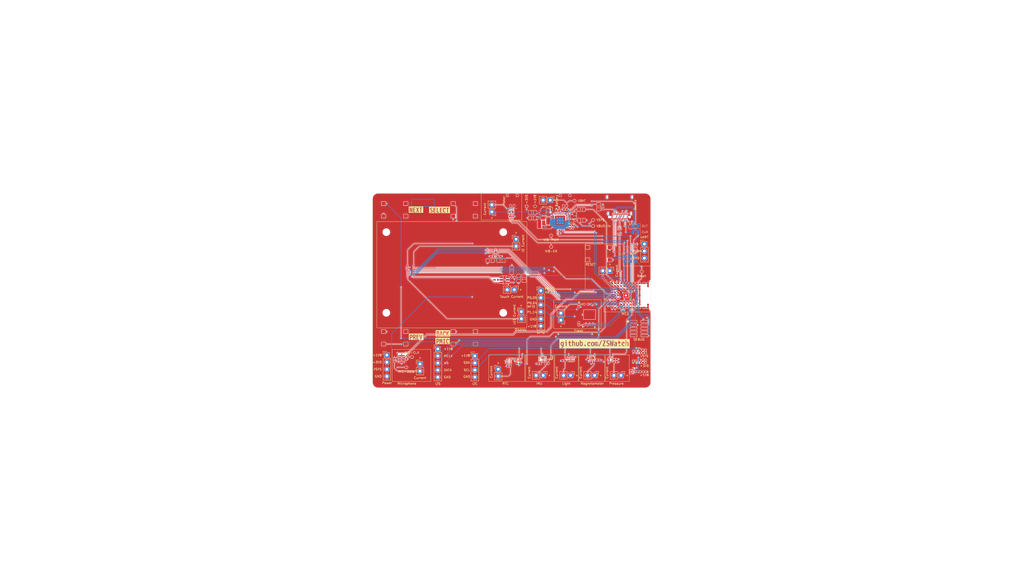
<source format=kicad_pcb>
(kicad_pcb (version 20241229) (generator "pcbnew") (generator_version "9.0")
  (title_block (title "ZSWatch-Watch-DevKit") (date "2025-07-13") (rev "${REVISION}") (comment 1 "${COMPANY}"))
  (layers (0 "F.Cu" signal) (4 "In1.Cu" power "Inner1 (GND)") (6 "In2.Cu" power "Inner2") (2 "B.Cu" signal) (13 "F.Paste" user) (15 "B.Paste" user) (5 "F.SilkS" user "F.Silkscreen") (7 "B.SilkS" user "B.Silkscreen") (1 "F.Mask" user) (3 "B.Mask" user) (25 "Edge.Cuts" user))
  (property "ASSEMBLY_NOTES" "")
  (property "BOARD_NAME" "Watch-DevKit-HW")
  (property "COMPANY" "ZSWatch")
  (property "DESIGNER" "Daniel Kampert")
  (property "FABRICATION_NOTES" "")
  (property "GIT_HASH_PCB" "cbe73d0")
  (property "GIT_HASH_SCH" "cbe73d0")
  (property "GIT_URL" "https://github.com/ZSWatch/Watch-DevKit-HW")
  (property "PROJECT_NAME" "ZSWatch Watch-DevKit")
  (property "RELEASE_BODY_1.2.0" "Version 1.2.0 not found.")
  (property "RELEASE_BODY_UNRELEASED" "Version Unreleased not found.")
  (property "RELEASE_DATE" "05-Sep-2025")
  (property "RELEASE_DATE_NUM" "2025-09-05")
  (property "RELEASE_TITLE_1.2.0" "Version 1.2.0 not found.")
  (property "RELEASE_TITLE_UNRELEASED" "Version Unreleased not found.")
  (property "REVISION" "")
  (property "SHEET_NAME_1" "Cover Page")
  (property "SHEET_NAME_10" "......................................")
  (property "SHEET_NAME_11" "......................................")
  (property "SHEET_NAME_12" "......................................")
  (property "SHEET_NAME_13" "......................................")
  (property "SHEET_NAME_14" "......................................")
  (property "SHEET_NAME_15" "......................................")
  (property "SHEET_NAME_16" "......................................")
  (property "SHEET_NAME_17" "......................................")
  (property "SHEET_NAME_18" "......................................")
  (property "SHEET_NAME_19" "......................................")
  (property "SHEET_NAME_2" "Block Diagram")
  (property "SHEET_NAME_20" "......................................")
  (property "SHEET_NAME_21" "......................................")
  (property "SHEET_NAME_22" "......................................")
  (property "SHEET_NAME_23" "......................................")
  (property "SHEET_NAME_24" "......................................")
  (property "SHEET_NAME_25" "......................................")
  (property "SHEET_NAME_26" "......................................")
  (property "SHEET_NAME_27" "......................................")
  (property "SHEET_NAME_28" "......................................")
  (property "SHEET_NAME_29" "......................................")
  (property "SHEET_NAME_3" "Project Architecture")
  (property "SHEET_NAME_30" "......................................")
  (property "SHEET_NAME_31" "......................................")
  (property "SHEET_NAME_32" "......................................")
  (property "SHEET_NAME_33" "......................................")
  (property "SHEET_NAME_34" "......................................")
  (property "SHEET_NAME_35" "......................................")
  (property "SHEET_NAME_36" "......................................")
  (property "SHEET_NAME_37" "......................................")
  (property "SHEET_NAME_38" "......................................")
  (property "SHEET_NAME_39" "......................................")
  (property "SHEET_NAME_4" "Power Management")
  (property "SHEET_NAME_40" "......................................")
  (property "SHEET_NAME_5" "Peripherals")
  (property "SHEET_NAME_6" "MCU")
  (property "SHEET_NAME_7" "Revision History")
  (property "SHEET_NAME_8" "......................................")
  (property "SHEET_NAME_9" "......................................")
  (property "VARIANT" "PRELIMINARY")
  (net 0 "")
  (net 1 "GND")
  (net 2 "+1V8")
  (net 3 "LEDK2")
  (net 4 "LEDK1")
  (net 5 "/Project Architecture/Peripherals/VBAT")
  (net 6 "DISPLAY-BLK")
  (net 7 "QSPI-CS")
  (net 8 "QSPI-IO1")
  (net 9 "QSPI-IO2")
  (net 10 "QSPI-IO0")
  (net 11 "QSPI-CLK")
  (net 12 "QSPI-IO3")
  (net 13 "TOUCH-INT")
  (net 14 "TOUCH-SCL")
  (net 15 "TOUCH-SDA")
  (net 16 "TOUCH-RST")
  (net 17 "DISPLAY-EN")
  (net 18 "RESETn")
  (net 19 "DISPLAY-CS")
  (net 20 "DISPLAY-CLK")
  (net 21 "+3V0")
  (net 22 "/Project Architecture/Power Management/VSYS")
  (net 23 "/Project Architecture/MCU/USB-CC2")
  (net 24 "DISPLAY-DC")
  (net 25 "DISPLAY-RST")
  (net 26 "DISPLAY-DATA")
  (net 27 "/Project Architecture/MCU/PMIC-INT")
  (net 28 "/Project Architecture/MCU/USB-CC1")
  (net 29 "/Project Architecture/MCU/SW2")
  (net 30 "/Project Architecture/MCU/SDA")
  (net 31 "/Project Architecture/MCU/SCL")
  (net 32 "/Project Architecture/MCU/~{RTC-INT}")
  (net 33 "SWDCLK")
  (net 34 "SWDIO")
  (net 35 "/Project Architecture/MCU/BMI270-INT")
  (net 36 "/Project Architecture/MCU/LIS2MDL-INT")
  (net 37 "/Project Architecture/MCU/VIB-PWM")
  (net 38 "USB-D-")
  (net 39 "USB-D+")
  (net 40 "/Project Architecture/MCU/VIB-EN")
  (net 41 "/Project Architecture/MCU/D+")
  (net 42 "TxD")
  (net 43 "/Project Architecture/MCU/D-")
  (net 44 "/Project Architecture/MCU/USB-VBUS-In")
  (net 45 "RxD")
  (net 46 "/Project Architecture/MCU/SW1")
  (net 47 "/Project Architecture/MCU/Data")
  (net 48 "/Project Architecture/MCU/SW4")
  (net 49 "/Project Architecture/MCU/SW3")
  (net 50 "/Project Architecture/MCU/MIC-CLK")
  (net 51 "/Project Architecture/MCU/WS")
  (net 52 "/Project Architecture/MCU/USB-VBUS-Out")
  (net 53 "/Project Architecture/MCU/MIC-DATA")
  (net 54 "/Project Architecture/MCU/MCLK")
  (net 55 "Net-(D401-A)")
  (net 56 "Net-(D402-A)")
  (net 57 "Net-(D403-A)")
  (net 58 "Net-(D402-K)")
  (net 59 "Net-(Q401-PadD)")
  (net 60 "Net-(Q404-PadD)")
  (net 61 "Net-(IC601-VIN)")
  (net 62 "Net-(IC603-VCC)")
  (net 63 "Net-(IC604-VCCA)")
  (net 64 "Net-(IC604-VCCB)")
  (net 65 "Net-(IC601-ISET)")
  (net 66 "Net-(IC604-B1)")
  (net 67 "Net-(IC604-B3)")
  (net 68 "Net-(IC604-B2)")
  (net 69 "Net-(IC604-B4)")
  (net 72 "Net-(M601A-VDDH)")
  (net 76 "Net-(M601C-P1.14)")
  (net 77 "Net-(M601B-P0.05{slash}AIN1)")
  (net 83 "Net-(M601B-P0.04{slash}AIN0)")
  (net 86 "Net-(M601B-P0.22)")
  (net 88 "Net-(X603-CC1)")
  (net 89 "Net-(X603-CC2)")
  (net 90 "Net-(X603-RX1-)")
  (net 91 "Net-(X603-RX1+)")
  (net 92 "Net-(X603-TX1+)")
  (net 93 "Net-(X603-TX1-)")
  (net 94 "Net-(X603-SBU1)")
  (net 99 "Net-(X607-Pin_2)")
  (net 100 "Net-(X608-LEDA1)")
  (net 101 "Net-(X608-CTP-VDD)")
  (net 103 "Net-(IC501-VDD)")
  (net 104 "Net-(MK501-VDD)")
  (net 105 "Net-(IC502-VDD)")
  (net 106 "Net-(IC503-C1)")
  (net 107 "Net-(IC503-VDD)")
  (net 108 "Net-(IC504-VDD)")
  (net 109 "Net-(IC505-VDD)")
  (net 114 "Net-(IC507-V_{DD})")
  (net 121 "Net-(IC505-OUT+)")
  (net 122 "Net-(IC505-OUT-)")
  (net 124 "/Project Architecture/Power Management/VBUS-In")
  (net 125 "Net-(IC401-VBUS_{OUT})")
  (net 126 "Net-(IC401-VOUT2)")
  (net 127 "Net-(IC401-VOUT1)")
  (net 128 "Net-(D401-K)")
  (net 129 "Net-(IC401-SW1)")
  (net 130 "Net-(IC401-SW2)")
  (net 131 "Net-(IC401-VSET1)")
  (net 134 "Net-(IC401-VSET2)")
  (net 136 "/Project Architecture/Peripherals/VMIC")
  (net 145 "Net-(IC506-SDA_{2})")
  (net 146 "Net-(IC506-SCL_{2})")
  (net 147 "Net-(IC506-EN)")
  (footprint "Capacitor_SMD:C_0402_1005Metric" (layer "F.Cu") (at 224.58 120.2 180)
    (property "Reference" "C410" (hide yes))
    (property "Value" "10u" (hide yes))
  )
  (footprint "Resistor_SMD:R_0805_2012Metric" (layer "F.Cu") (at 251.6125 126.1)
    (property "Reference" "R605" (hide yes))
    (property "Value" "0R" (hide yes))
  )
  (footprint "Resistor_SMD:R_0805_2012Metric" (layer "F.Cu") (at 233.2 123.749 180)
    (property "Reference" "R409" (hide yes))
    (property "Value" "0R" (hide yes))
  )
  (footprint "Package_DFN_Kampi:DFN-1006-3" (layer "F.Cu") (at 253.9 171.4)
    (property "Reference" "Q403" (hide yes))
    (property "Value" "PMZ550UNEYL" (hide yes))
  )
  (footprint "Resistor_SMD:R_0805_2012Metric" (layer "F.Cu") (at 204.1875 138.2)
    (property "Reference" "R615" (hide yes))
    (property "Value" "0R" (hide yes))
  )
  (footprint "Package_TO_SOT_SMD:SOT-666" (layer "F.Cu") (at 246.8 127.7875 -90)
    (property "Reference" "IC602" (hide yes))
    (property "Value" "USBLC6-2P6" (hide yes))
  )
  (footprint "Resistor_SMD:R_0402_1005Metric" (layer "F.Cu") (at 250.8 178.2 90)
    (property "Reference" "R403" (hide yes))
    (property "Value" "100k" (hide yes))
  )
  (footprint "Wuerth:WS-TASV-6x6" (layer "F.Cu") (at 166 166)
    (property "Reference" "S503" (hide yes))
    (property "Value" "SW3" (hide yes))
  )
  (footprint "Testpoints:TestPoint_Pad_D1.0mm" (layer "F.Cu") (at 222.2 129.2)
    (property "Reference" "TP502")
    (property "Value" "VIB-PWM")
  )
  (footprint "Connector_PinHeader_2.54mm:PinHeader_1x02_P2.54mm_Vertical" (layer "F.Cu") (at 200.9 120.7 180)
    (property "Reference" "X508" (hide yes))
    (property "Value" "Current")
  )
  (footprint "Wuerth:WS-TASV-6x6" (layer "F.Cu") (at 166 120)
    (property "Reference" "S504" (hide yes))
    (property "Value" "SW4" (hide yes))
  )
  (footprint "Resistor_SMD:R_0805_2012Metric" (layer "F.Cu") (at 212.5 144.6 -90)
    (property "Reference" "R613" (hide yes))
    (property "Value" "100k" (hide yes))
  )
  (footprint "Samtec:SHF-105-01-L-D-SM-TR" (layer "F.Cu") (at 253.75 162.677)
    (property "Reference" "X601" (hide yes))
    (property "Value" "DEBUG")
  )
  (footprint "Package_DFN_QFN:QFN-32-1EP_5x5mm_P0.5mm_EP3.6x3.6mm_ThermalVias" (layer "F.Cu") (at 225.38779 123.8304)
    (property "Reference" "IC401" (hide yes))
    (property "Value" "nPM1300-QEXX" (hide yes))
  )
  (footprint "Connector_PinHeader_2.54mm:PinHeader_1x02_P2.54mm_Vertical" (layer "F.Cu") (at 175.1 175.4)
    (property "Reference" "X503" (hide yes))
    (property "Value" "Current")
  )
  (footprint "Molex:78171-0002" (layer "F.Cu") (at 208.25 116.7 180)
    (property "Reference" "X509" (hide yes))
    (property "Value" "Motor")
  )
  (footprint "Broadcom:Broadcom_DFN-6_2x2mm_P0.65mm" (layer "F.Cu") (at 229.2925 173.55)
    (property "Reference" "IC501" (hide yes))
    (property "Value" "APDS-9306-065" (hide yes))
  )
  (footprint "MountingHole:MountingHole_2.5mm" (layer "F.Cu") (at 205 157)
    (property "Reference" "REF**" (hide yes))
    (property "Value" "MountingHole_2.5mm" (hide yes))
  )
  (footprint "Connector_PinHeader_2.54mm:PinHeader_1x02_P2.54mm_Vertical" (layer "F.Cu") (at 211.5 156.6)
    (property "Reference" "X610" (hide yes))
    (property "Value" "LED Current")
  )
  (footprint "Connector_PinHeader_2.54mm:PinHeader_1x04_P2.54mm_Vertical" (layer "F.Cu") (at 163.2 172.22)
    (property "Reference" "X403" (hide yes))
    (property "Value" "Power")
  )
  (footprint "Capacitor_SMD:C_0402_1005Metric" (layer "F.Cu") (at 227.3 119.8 180)
    (property "Reference" "C403" (hide yes))
    (property "Value" "2u2" (hide yes))
  )
  (footprint "Connector_PinHeader_2.54mm:PinHeader_1x04_P2.54mm_Vertical" (layer "F.Cu") (at 194.8 172.49)
    (property "Reference" "X504" (hide yes))
    (property "Value" "I2C")
  )
  (footprint "kibuzzard-68304292" (layer "F.Cu") (at 173.65 119.9)
    (property "Reference" "kibuzzard-68304292" (hide yes))
    (property "Value" "G***" (hide yes))
  )
  (footprint "Connector_PinHeader_2.54mm:PinHeader_1x02_P2.54mm_Vertical" (layer "F.Cu") (at 225.7 159.64 180)
    (property "Reference" "X606" (hide yes))
    (property "Value" "Current")
  )
  (footprint "Package_QFN:WQFN-10_2x2mm_P0.5mm" (layer "F.Cu") (at 207.85 122.35 90)
    (property "Reference" "IC505" (hide yes))
    (property "Value" "DRV2603RUNT" (hide yes))
  )
  (footprint "Connector_PinHeader_2.54mm:PinHeader_1x02_P2.54mm_Vertical" (layer "F.Cu") (at 221.865 116.5 -90)
    (property "Reference" "X401" (hide yes))
    (property "Value" "Battery" (hide yes))
  )
  (footprint "Connector_PinHeader_2.54mm:PinHeader_1x02_P2.54mm_Vertical" (layer "F.Cu") (at 229.2 179.5 -90)
    (property "Reference" "X501" (hide yes))
    (property "Value" "Current")
  )
  (footprint "Connector_PinHeader_2.54mm:PinHeader_1x05_P2.54mm_Vertical" (layer "F.Cu") (at 181.5 169.98)
    (property "Reference" "X502" (hide yes))
    (property "Value" "I2S")
  )
  (footprint "Connector_PinHeader_2.54mm:PinHeader_1x02_P2.54mm_Vertical" (layer "F.Cu") (at 237.84 179.5 -90)
    (property "Reference" "X506" (hide yes))
    (property "Value" "Current")
  )
  (footprint "kibuzzard-68303879" (layer "F.Cu") (at 237.8 168.1)
    (property "Reference" "kibuzzard-68303879" (hide yes))
    (property "Value" "G***" (hide yes))
  )
  (footprint "Capacitor_SMD:C_0402_1005Metric" (layer "F.Cu") (at 235.5 173.275 -90)
    (property "Reference" "C505" (hide yes))
    (property "Value" "220n" (hide yes))
  )
  (footprint "Connector_PinHeader_2.54mm:PinHeader_1x02_P2.54mm_Vertical" (layer "F.Cu") (at 209.6 130.525)
    (property "Reference" "X607" (hide yes))
    (property "Value" "IO Current")
  )
  (footprint "Resistor_SMD:R_0402_1005Metric" (layer "F.Cu") (at 255.7 170.4 180)
    (property "Reference" "R405" (hide yes))
    (property "Value" "560R" (hide yes))
  )
  (footprint "Capacitor_SMD:C_0402_1005Metric" (layer "F.Cu") (at 230 121.3)
    (property "Reference" "C404" (hide yes))
    (property "Value" "1u" (hide yes))
  )
  (footprint "Capacitor_SMD:C_0402_1005Metric" (layer "F.Cu") (at 207.1 176.22 180)
    (property "Reference" "C511" (hide yes))
    (property "Value" "100n" (hide yes))
  )
  (footprint "Package_SON:WSON-8-1EP_8x6mm_P1.27mm_EP3.4x4.3mm" (layer "F.Cu") (at 235.995 157.65 90)
    (property "Reference" "IC603" (hide yes))
    (property "Value" "MX25U51245GZ4I00" (hide yes))
  )
  (footprint "kibuzzard-68304289" (layer "F.Cu") (at 183.3 164.4)
    (property "Reference" "kibuzzard-68304289" (hide yes))
    (property "Value" "G***" (hide yes))
  )
  (footprint "Resistor_SMD:R_0402_1005Metric" (layer "F.Cu") (at 240.8 119.3 -90)
    (property "Reference" "R604" (hide yes))
    (property "Value" "5k1" (hide yes))
  )
  (footprint "Testpoints:TestPoint_Pad_D1.0mm" (layer "F.Cu") (at 216.4 118.7)
    (property "Reference" "TP403")
    (property "Value" "+1V8")
  )
  (footprint "Package_SON_Kampi:XSON-8_0.65x0.17mm_P0.35mm" (layer "F.Cu") (at 210.3 173.975 180)
    (property "Reference" "IC506" (hide yes))
    (property "Value" "PCA9306JK" (hide yes))
  )
  (footprint "Testpoints:TestPoint_Pad_D1.0mm" (layer "F.Cu") (at 213.4 118.7)
    (property "Reference" "TP404")
    (property "Value" "+3V0")
  )
  (footprint "Capacitor_SMD:C_0402_1005Metric" (layer "F.Cu") (at 232.17 154.4 90)
    (property "Reference" "C602" (hide yes))
    (property "Value" "100n" (hide yes))
  )
  (footprint "Connector_PinHeader_2.54mm:PinHeader_1x02_P2.54mm_Vertical" (layer "F.Cu") (at 219.34 179.5 -90)
    (property "Reference" "X505" (hide yes))
    (property "Value" "Current")
  )
  (footprint "Knowles:SPK0641HT4H-1" (layer "F.Cu") (at 168.485 173.575 -90)
    (property "Reference" "MK501" (hide yes))
    (property "Value" "SPK0641HT4H-1" (hide yes))
  )
  (footprint "Connector_PinHeader_2.54mm:PinHeader_1x03_P2.54mm_Vertical" (layer "F.Cu") (at 255.7 132.27)
    (property "Reference" "X604" (hide yes))
    (property "Value" "UART")
  )
  (footprint "Resistor_SMD:R_0805_2012Metric" (layer "F.Cu") (at 215.5 120.9)
    (property "Reference" "R410" (hide yes))
    (property "Value" "0R" (hide yes))
  )
  (footprint "Resistor_SMD:R_0805_2012Metric" (layer "F.Cu") (at 200.275 138.2 180)
    (property "Reference" "R616" (hide yes))
    (property "Value" "0R" (hide yes))
  )
  (footprint "Resistor_SMD:R_0402_1005Metric" (layer "F.Cu") (at 251.21 124.6)
    (property "Reference" "R603" (hide yes))
    (property "Value" "5k1" (hide yes))
  )
  (footprint "Resistor_SMD:R_0402_1005Metric" (layer "F.Cu") (at 229.47941 126.5384 180)
    (property "Reference" "R408" (hide yes))
    (property "Value" "100k" (hide yes))
  )
  (footprint "Molex:78171-0002" (layer "F.Cu") (at 227.2 116.7 180)
    (property "Reference" "X402" (hide yes))
    (property "Value" "Battery")
  )
  (footprint "Capacitor_SMD:C_0402_1005Metric" (layer "F.Cu") (at 218.02 175.3325 180)
    (property "Reference" "C503" (hide yes))
    (property "Value" "100n" (hide yes))
  )
  (footprint "Micro Crystal:RV-8263-C8" (layer "F.Cu") (at 207.1 174.535)
    (property "Reference" "IC507" (hide yes))
    (property "Value" "RV-8263-C8" (hide yes))
  )
  (footprint "kibuzzard-68304278" (layer "F.Cu") (at 173.7 165.6)
    (property "Reference" "kibuzzard-68304278" (hide yes))
    (property "Value" "G***" (hide yes))
  )
  (footprint "Connector_PinHeader_2.54mm:PinHeader_1x02_P2.54mm_Vertical" (layer "F.Cu") (at 247.3 179.5 -90)
    (property "Reference" "X507" (hide yes))
    (property "Value" "Current")
  )
  (footprint "Package_LGA_Kampi:Bosch_LGA-10_2x2mm_P0.5mm_ClockwisePinNumbering" (layer "F.Cu") (at 243.3 173.7575 -90)
    (property "Reference" "IC504" (hide yes))
    (property "Value" "BMP581" (hide yes))
  )
  (footprint "Capacitor_SMD:C_0402_1005Metric" (layer "F.Cu") (at 207.8 120.7 180)
    (property "Reference" "C510" (hide yes))
    (property "Value" "100n" (hide yes))
  )
  (footprint "Testpoints:TestPoint_Pad_D1.0mm" (layer "F.Cu") (at 222.2 133.3)
    (property "Reference" "TP501")
    (property "Value" "VIB-EN")
  )
  (footprint "LED_SMD:LED_0402_1005Metric" (layer "F.Cu") (at 255.7 178.2 180)
    (property "Reference" "D403" (hide yes))
    (property "Value" "+1V8")
  )
  (footprint "kibuzzard-6830428E" (layer "F.Cu") (at 182.1 120)
    (property "Reference" "kibuzzard-6830428E" (hide yes))
    (property "Value" "G***" (hide yes))
  )
  (footprint "Connector_USB:USB_C_Receptacle_Amphenol_12401610E4-2A" (layer "F.Cu") (at 246.8 118.2 180)
    (property "Reference" "X603" (hide yes))
    (property "Value" "Device")
  )
  (footprint "Testpoints:TestPoint_Pad_D1.0mm" (layer "F.Cu") (at 254.7 142.2)
    (property "Reference" "TP601")
    (property "Value" "Reset")
  )
  (footprint "Capacitor_SMD:C_0603_1608Metric" (layer "F.Cu") (at 221.15141 125.4084 -90)
    (property "Reference" "C408" (hide yes))
    (property "Value" "10u" (hide yes))
  )
  (footprint "Resistor_SMD:R_0402_1005Metric" (layer "F.Cu") (at 255.7 173.9 180)
    (property "Reference" "R404" (hide yes))
    (property "Value" "560R" (hide yes))
  )
  (footprint "Capacitor_SMD:C_0402_1005Metric" (layer "F.Cu") (at 165.9 174.02 90)
    (property "Reference" "C502" (hide yes))
    (property "Value" "100n" (hide yes))
  )
  (footprint "Package_LGA_Kampi:Bosch_LGA-14_3x2.5mm_P0.5mm_LayoutBorder3x4y" (layer "F.Cu") (at 219.1 173.55)
    (property "Reference" "IC502" (hide yes))
    (property "Value" "BMI270" (hide yes))
  )
  (footprint "Testpoints:TestPoint_Pad_D1.0mm" (layer "F.Cu") (at 172.2 172.9 180)
    (property "Reference" "TP503")
    (property "Value" "MIC-CLK")
  )
  (footprint "Resistor_SMD:R_0805_2012Metric" (layer "F.Cu") (at 239.3 118.9 -90)
    (property "Reference" "R606" (hide yes))
    (property "Value" "0R" (hide yes))
  )
  (footprint "Inductor_SMD_Kampi:L_0806_2016" (layer "F.Cu") (at 218.73841 124.6594)
    (property "Reference" "L401" (hide yes))
    (property "Value" "2u2" (hide yes))
  )
  (footprint "uBlox:NORA-B106" (layer "F.Cu") (at 251 150.75)
    (property "Reference" "M601" (hide yes))
    (property "Value" "NORA-B106" (hide yes))
  )
  (footprint "LED_SMD:LED_0402_1005Metric" (layer "F.Cu") (at 255.7 174.9)
    (property "Reference" "D401" (hide yes))
    (property "Value" "+3V0")
  )
  (footprint "Capacitor_SMD:C_0603_1608Metric" (layer "F.Cu") (at 221.15141 122.3734 90)
    (property "Reference" "C406" (hide yes))
    (property "Value" "10u" (hide yes))
  )
  (footprint "Capacitor_SMD:C_0402_1005Metric" (layer "F.Cu") (at 221.8096 119.9304 180)
    (property "Reference" "C407" (hide yes))
    (property "Value" "10u" (hide yes))
  )
  (footprint "Capacitor_SMD:C_0402_1005Metric" (layer "F.Cu") (at 218.77941 126.1384)
    (property "Reference" "C405" (hide yes))
    (property "Value" "10u" (hide yes))
  )
  (footprint "Capacitor_SMD:C_0402_1005Metric" (layer "F.Cu") (at 226.7075 174.2 180)
    (property "Reference" "C501" (hide yes))
    (property "Value" "100n" (hide yes))
  )
  (footprint "Connector_PinHeader_2.54mm:PinHeader_1x02_P2.54mm_Vertical" (layer "F.Cu") (at 208.975 148.7 -90)
    (property "Reference" "X609" (hide yes))
    (property "Value" "Touch Current")
  )
  (footprint "Capacitor_SMD:C_0402_1005Metric" (layer "F.Cu") (at 220.7 175.3 180)
    (property "Reference" "C504" (hide yes))
    (property "Value" "100n" (hide yes))
  )
  (footprint "Capacitor_SMD:C_0402_1005Metric" (layer "F.Cu") (at 208.5 144.1875 180)
    (property "Reference" "C601" (hide yes))
    (property "Value" "1u" (hide yes))
  )
  (footprint "Package_LGA_Kampi:LGA-12_2x2mm_P0.5mm" (layer "F.Cu") (at 237.0625 173.225 -90)
    (property "Reference" "IC503" (hide yes))
    (property "Value" "LIS2MDLTR" (hide yes))
  )
  (footprint "Capacitor_SMD:C_0402_1005Metric" (layer "F.Cu") (at 239.1 173.975)
    (property "Reference" "C506" (hide yes))
    (property "Value" "10u" (hide yes))
  )
  (footprint "Inductor_SMD_Kampi:L_0806_2016" (layer "F.Cu") (at 219.24641 122.1194 -90)
    (property "Reference" "L402" (hide yes))
    (property "Value" "2u2" (hide yes))
  )
  (footprint "Capacitor_SMD:C_0603_1608Metric" (layer "F.Cu") (at 229.59062 123.269 90)
    (property "Reference" "C409" (hide yes))
    (property "Value" "10u" (hide yes))
  )
  (footprint "Resistor_SMD:R_0805_2012Metric" (layer "F.Cu") (at 208.02 141.6875 -90)
    (property "Reference" "R602" (hide yes))
    (property "Value" "0R" (hide yes))
  )
  (footprint "Resistor_SMD:R_0402_1005Metric" (layer "F.Cu") (at 252.2 170.8 180)
    (property "Reference" "R402" (hide yes))
    (property "Value" "100k" (hide yes))
  )
  (footprint "Wuerth:WS-TASV-6x6" (layer "F.Cu") (at 191 166)
    (property "Reference" "S502" (hide yes))
    (property "Value" "SW2" (hide yes))
  )
  (footprint "MountingHole:MountingHole_2.5mm" (layer "F.Cu") (at 163 157)
    (property "Reference" "REF**" (hide yes))
    (property "Value" "MountingHole_2.5mm" (hide yes))
  )
  (footprint "Package_DFN_Kampi:DFN-1006-3" (layer "F.Cu") (at 252 177 180)
    (property "Reference" "Q401" (hide yes))
    (property "Value" "PMZ550UNEYL" (hide yes))
  )
  (footprint "Capacitor_SMD:C_0402_1005Metric" (layer "F.Cu") (at 245.3 173.7 180)
    (property "Reference" "C508" (hide yes))
    (property "Value" "100n" (hide yes))
  )
  (footprint "Resistor_SMD:R_0805_2012Metric" (layer "F.Cu") (at 215.5 122.9)
    (property "Reference" "R411" (hide yes))
    (property "Value" "0R" (hide yes))
  )
  (footprint "Resistor_SMD:R_0402_1005Metric" (layer "F.Cu") (at 202.5 145.1375)
    (property "Reference" "R601" (hide yes))
    (property "Value" "12k" (hide yes))
  )
  (footprint "MountingHole:MountingHole_2.5mm" (layer "F.Cu") (at 205 128)
    (property "Reference" "REF**" (hide yes))
    (property "Value" "MountingHole_2.5mm" (hide yes))
  )
  (footprint "Testpoints:TestPoint_Pad_D1.0mm" (layer "F.Cu") (at 170.2 176.6)
    (property "Reference" "TP504")
    (property "Value" "MIC-Data")
  )
  (footprint "Package_TO_SOT_SMD:TSOT-23-6" (layer "F.Cu") (at 205.5 145.1375 180)
    (property "Reference" "IC601" (hide yes))
    (property "Value" "FAN5622SX" (hide yes))
  )
  (footprint "Resistor_SMD:R_0805_2012Metric" (layer "F.Cu") (at 233 119.8)
    (property "Reference" "R412" (hide yes))
    (property "Value" "0R" (hide yes))
  )
  (footprint "Connector_PinHeader_2.54mm:PinHeader_1x02_P2.54mm_Vertical" (layer "F.Cu") (at 203.2 177.26)
    (property "Reference" "X510" (hide yes))
    (property "Value" "Current")
  )
  (footprint "Connector_PinHeader_2.54mm:PinHeader_1x06_P2.54mm_Vertical" (layer "F.Cu") (at 218.5 149.05)
    (property "Reference" "X605" (hide yes))
    (property "Value" "GPIO")
  )
  (footprint "Resistor_SMD:R_0402_1005Metric" (layer "F.Cu") (at 232.17 160.91 -90)
    (property "Reference" "R612" (hide yes))
    (property "Value" "100k" (hide yes))
  )
  (footprint "Wuerth:WS-TASV-6x6" (layer "F.Cu") (at 191 120)
    (property "Reference" "S501" (hide yes))
    (property "Value" "SW1" (hide yes))
  )
  (footprint "MountingHole:MountingHole_2.5mm" (layer "F.Cu") (at 163 128)
    (property "Reference" "REF**" (hide yes))
    (property "Value" "MountingHole_2.5mm" (hide yes))
  )
  (footprint "Capacitor_SMD:C_0402_1005Metric" (layer "F.Cu") (at 231 123.3 90)
    (property "Reference" "C401" (hide yes))
    (property "Value" "1u" (hide yes))
  )
  (footprint "Resistor_SMD:R_0402_1005Metric" (layer "F.Cu") (at 253.7 178.2 180)
    (property "Reference" "R406" (hide yes))
    (property "Value" "560R" (hide yes))
  )
  (footprint "Testpoints:TestPoint_Pad_D1.0mm" (layer "F.Cu") (at 230.6 116.725)
    (property "Reference" "TP402")
    (property "Value" "VBAT")
  )
  (footprint "Capacitor_SMD:C_0402_1005Metric" (layer "F.Cu") (at 201.075 136.7 180)
    (property "Reference" "C604" (hide yes))
    (property "Value" "100n" (hide yes))
  )
  (footprint "EastRising:ER-CON0.4-24P" (layer "F.Cu") (at 171.7 142.1 90)
    (property "Reference" "X608" (hide yes))
    (property "Value" "Display" (hide yes))
  )
  (footprint "LED_SMD:LED_0402_1005Metric" (layer "F.Cu") (at 255.7 171.4)
    (property "Reference" "D402" (hide yes))
    (property "Value" "VSYS")
  )
  (footprint "Capacitor_SMD:C_0402_1005Metric" (layer "F.Cu") (at 245.3 174.7)
    (property "Reference" "C509" (hide yes))
    (property "Value" "100n" (hide yes))
  )
  (footprint "Capacitor_SMD:C_0402_1005Metric" (layer "F.Cu") (at 225.13779 127.9 -90)
    (property "Reference" "C402" (hide yes))
    (property "Value" "100n" (hide yes))
  )
  (footprint "kibuzzard-683075F5" (layer "F.Cu") (at 183.2 167.1)
    (property "Reference" "kibuzzard-683075F5" (hide yes))
    (property "Value" "G***" (hide yes))
  )
  (footprint "Package_QFN:XQFN-12-1.7x2mm_P0.4mm" (layer "F.Cu") (at 202.295 134.95 180)
    (property "Reference" "IC604" (hide yes))
    (property "Value" "NTS0104GU12" (hide yes))
  )
  (footprint "Resistor_SMD:R_0402_1005Metric" (layer "F.Cu") (at 229.47941 125.5804 180)
    (property "Reference" "R407" (hide yes))
    (property "Value" "47k" (hide yes))
  )
  (footprint "Testpoints:TestPoint_Pad_D1.0mm" (layer "F.Cu") (at 237.3 125.8)
    (property "Reference" "TP401")
    (property "Value" "VBUS-In")
  )
  (footprint "Package_DFN_Kampi:DFN-1006-3" (layer "F.Cu") (at 252 178.2)
    (property "Reference" "Q404" (hide yes))
    (property "Value" "PMZB320UPEYL" (hide yes))
  )
  (footprint "Resistor_SMD:R_0805_2012Metric" (layer "F.Cu") (at 210.5 144.6 90)
    (property "Reference" "R614" (hide yes))
    (property "Value" "100k" (hide yes))
  )
  (footprint "Capacitor_SMD:C_0402_1005Metric" (layer "F.Cu") (at 237.1 174.775 180)
    (property "Reference" "C507" (hide yes))
    (property "Value" "100n" (hide yes))
  )
  (footprint "Resistor_SMD:R_0402_1005Metric" (layer "F.Cu") (at 252.2 174.3 180)
    (property "Reference" "R401" (hide yes))
    (property "Value" "100k" (hide yes))
  )
  (footprint "Testpoints:TestPoint_Pad_D1.0mm" (layer "F.Cu") (at 237.3 123.6)
    (property "Reference" "TP405")
    (property "Value" "VSYS")
  )
  (footprint "Package_DFN_Kampi:DFN-1006-3" (layer "F.Cu") (at 253.9 174.9)
    (property "Reference" "Q402" (hide yes))
    (property "Value" "PMZ550UNEYL" (hide yes))
  )
  (footprint "Resistor_SMD:R_0402_1005Metric" (layer "F.Cu") (at 210.4 175.2)
    (property "Reference" "R502" (hide yes))
    (property "Value" "100k" (hide yes))
  )
  (footprint "Wuerth:WS-TASV-6x6" (layer "F.Cu") (at 239.3 135.7 180)
    (property "Reference" "S601" (hide yes))
    (property "Value" "RESET")
  )
  (footprint "Capacitor_SMD:C_0402_1005Metric" (layer "F.Cu") (at 203.5375 136.7)
    (property "Reference" "C603" (hide yes))
    (property "Value" "100n" (hide yes))
  )
  (footprint "Connector_PinHeader_2.54mm:PinHeader_1x02_P2.54mm_Vertical" (layer "F.Cu") (at 243.3 141.9 -90)
    (property "Reference" "X602" (hide yes))
    (property "Value" "Current")
  )
  (footprint "Resistor_SMD:R_0805_2012Metric" (layer "B.Cu") (at 248.6 137.6 90)
    (property "Reference" "R607" (hide yes))
    (property "Value" "0R" (hide yes))
  )
  (footprint "Resistor_SMD:R_0805_2012Metric" (layer "B.Cu") (at 252.6 137.6 90)
    (property "Reference" "R611" (hide yes))
    (property "Value" "0R" (hide yes))
  )
  (footprint "Resistor_SMD:R_0805_2012Metric" (layer "B.Cu") (at 250.6 137.6 90)
    (property "Reference" "R608" (hide yes))
    (property "Value" "0R" (hide yes))
  )
  (footprint "Resistor_SMD:R_0805_2012Metric" (layer "B.Cu") (at 252.5 128 180)
    (property "Reference" "R609" (hide yes))
    (property "Value" "0R" (hide yes))
  )
  (footprint "Resistor_SMD:R_0805_2012Metric" (layer "B.Cu") (at 252.4 125.8 180)
    (property "Reference" "R610" (hide yes))
    (property "Value" "0R" (hide yes))
  )
  (gr_rect (start 172.1 116.2) (end 180.2 118.8) (stroke (width 0.2)) (fill no) (layer "B.Cu"))
  (gr_rect (start 199.8 172.1) (end 212.7 181.7) (stroke (width 0.1)) (fill no) (layer "F.SilkS"))
  (gr_rect (start 159.6 124.2) (end 213.5 162.4) (stroke (width 0.1)) (fill no) (layer "F.SilkS"))
  (gr_line (start 234.4 132.2) (end 248.1 132.2) (stroke (width 0.1)) (layer "F.SilkS"))
  (gr_line (start 248.1 140.15) (end 248.1 132.2) (stroke (width 0.1)) (layer "F.SilkS"))
  (gr_rect (start 223.5 172.1275) (end 231.9 181.7) (stroke (width 0.1)) (fill no) (layer "F.SilkS"))
  (gr_rect (start 241.7 172.1) (end 250.3 181.7) (stroke (width 0.1)) (fill no) (layer "F.SilkS"))
  (gr_circle (center 249.8 160.12) (end 250 160.12) (stroke (width 0.4)) (fill no) (layer "F.SilkS"))
  (gr_line (start 241.2 156.65) (end 257.85 156.65) (stroke (width 0.1)) (layer "F.SilkS"))
  (gr_line (start 222.7 173.1365) (end 222.573 173.3905) (stroke (width 0.15)) (layer "F.SilkS"))
  (gr_line (start 234.4 148.6) (end 241.2 148.6) (stroke (width 0.1)) (layer "F.SilkS"))
  (gr_line (start 197.1 114.1) (end 197.1 123.7) (stroke (width 0.1)) (layer "F.SilkS"))
  (gr_line (start 211.6 114.1) (end 211.6 123.7) (stroke (width 0.1)) (layer "F.SilkS"))
  (gr_line (start 222.7 173.1365) (end 222.827 173.3905) (stroke (width 0.15)) (layer "F.SilkS"))
  (gr_line (start 222.7 173.1365) (end 222.7 173.8) (stroke (width 0.15)) (layer "F.SilkS"))
  (gr_line (start 257.85 140.15) (end 248.1 140.15) (stroke (width 0.1)) (layer "F.SilkS"))
  (gr_line (start 234.4 132.2) (end 234.4 148.6) (stroke (width 0.1)) (layer "F.SilkS"))
  (gr_rect (start 165.1 170.2) (end 179 181.7) (stroke (width 0.1)) (fill no) (layer "F.SilkS"))
  (gr_rect (start 223.15 152.3) (end 240.15 162.7) (stroke (width 0.1)) (fill no) (layer "F.SilkS"))
  (gr_line (start 197.1 123.7) (end 211.6 123.7) (stroke (width 0.1)) (layer "F.SilkS"))
  (gr_rect (start 213 172.1275) (end 223.2 181.7) (stroke (width 0.1)) (fill no) (layer "F.SilkS"))
  (gr_line (start 222.065 173.8) (end 222.319 173.673) (stroke (width 0.15)) (layer "F.SilkS"))
  (gr_line (start 222.065 173.8) (end 222.7 173.8) (stroke (width 0.15)) (layer "F.SilkS"))
  (gr_line (start 222.065 173.8) (end 222.319 173.927) (stroke (width 0.15)) (layer "F.SilkS"))
  (gr_line (start 241.2 148.6) (end 241.2 156.65) (stroke (width 0.1)) (layer "F.SilkS"))
  (gr_rect (start 232.2 172.1) (end 241.4 181.7) (stroke (width 0.1)) (fill no) (layer "F.SilkS"))
  (gr_line (start 251.75 136.4) (end 251.75 135.6) (stroke (width 0.1)) (layer "B.SilkS"))
  (gr_line (start 253.55 127.15) (end 254.35 127.15) (stroke (width 0.1)) (layer "B.SilkS"))
  (gr_line (start 253.55 128.85) (end 254.35 128.85) (stroke (width 0.1)) (layer "B.SilkS"))
  (gr_line (start 251.75 135.6) (end 253.45 135.6) (stroke (width 0.1)) (layer "B.SilkS"))
  (gr_line (start 247.75 136.4) (end 247.75 135.6) (stroke (width 0.1)) (layer "B.SilkS"))
  (gr_line (start 253.45 124.95) (end 254.25 124.95) (stroke (width 0.1)) (layer "B.SilkS"))
  (gr_line (start 253.45 126.65) (end 254.25 126.65) (stroke (width 0.1)) (layer "B.SilkS"))
  (gr_line (start 254.35 127.15) (end 254.35 128.85) (stroke (width 0.1)) (layer "B.SilkS"))
  (gr_line (start 251.45 135.6) (end 251.45 136.4) (stroke (width 0.1)) (layer "B.SilkS"))
  (gr_line (start 247.75 135.6) (end 251.45 135.6) (stroke (width 0.1)) (layer "B.SilkS"))
  (gr_line (start 254.25 124.95) (end 254.25 126.65) (stroke (width 0.1)) (layer "B.SilkS"))
  (gr_line (start 256 114) (end 160 114) (stroke (width 0.05)) (layer "Edge.Cuts"))
  (gr_line (start 160 184) (end 256 184) (stroke (width 0.05)) (layer "Edge.Cuts"))
  (gr_line (start 158 116) (end 158 182) (stroke (width 0.05)) (layer "Edge.Cuts"))
  (gr_arc (start 256 114) (mid 257.414214 114.585786) (end 258 116) (stroke (width 0.05)) (layer "Edge.Cuts"))
  (gr_arc (start 160 184) (mid 158.585786 183.414214) (end 158 182) (stroke (width 0.05)) (layer "Edge.Cuts"))
  (gr_line (start 258 182) (end 258 116) (stroke (width 0.05)) (layer "Edge.Cuts"))
  (gr_arc (start 258 182) (mid 257.414214 183.414214) (end 256 184) (stroke (width 0.05)) (layer "Edge.Cuts"))
  (gr_arc (start 158 116) (mid 158.585786 114.585786) (end 160 114) (stroke (width 0.05)) (layer "Edge.Cuts"))
  (gr_text "${REVISION}" (at 176.15 117.5 0) (layer "B.Cu") (effects (font (size 0.8 0.8) (thickness 0.12)) (justify mirror)))
  (gr_text "SDA" (at 190.65 174.9 0) (layer "F.SilkS") (effects (font (size 0.8 0.8) (thickness 0.12)) (justify left)))
  (gr_text "+" (at 203.2 175 0) (layer "F.SilkS") (effects (font (size 0.8 0.8) (thickness 0.12))))
  (gr_text "+" (at 209.6 128.2 0) (layer "F.SilkS") (effects (font (size 0.8 0.8) (thickness 0.12))))
  (gr_text "GND" (at 251.4 137.35 0) (layer "F.SilkS") (effects (font (size 0.8 0.8) (thickness 0.12)) (justify left)))
  (gr_text "+" (at 228.55 120.2 0) (layer "F.SilkS") (effects (font (size 0.8 0.8) (thickness 0.12)) (justify left bottom)))
  (gr_text "P0.04\nMFIO" (at 213.55 154.13 0) (layer "F.SilkS") (effects (font (size 0.8 0.8) (thickness 0.12)) (justify left)))
  (gr_text "IMU" (at 216.8 182.9 0) (layer "F.SilkS") (effects (font (size 0.8 0.8) (thickness 0.12)) (justify left bottom)))
  (gr_text "SCL" (at 193.1 177.57 0) (layer "F.SilkS") (effects (font (size 0.8 0.8) (thickness 0.12)) (justify right)))
  (gr_text "+" (at 249.5 179.5 0) (layer "F.SilkS") (effects (font (size 0.8 0.8) (thickness 0.12))))
  (gr_text "-" (at 218.7 118.7 0) (layer "F.SilkS") (effects (font (size 0.8 0.8) (thickness 0.12)) (justify left)))
  (gr_text "P0.05" (at 213.5 152.05 0) (layer "F.SilkS") (effects (font (size 0.8 0.8) (thickness 0.12)) (justify left bottom)))
  (gr_text "MCU" (at 247.5 157.85 0) (layer "F.SilkS") (effects (font (size 0.8 0.8) (thickness 0.12)) (justify left bottom)))
  (gr_text "P1.14" (at 213.5 157.25 0) (layer "F.SilkS") (effects (font (size 0.8 0.8) (thickness 0.12)) (justify left bottom)))
  (gr_text "+1V8" (at 193.1 172.38 0) (layer "F.SilkS") (effects (font (size 0.8 0.8) (thickness 0.12)) (justify right)))
  (gr_text "GND" (at 190.6 179.95 0) (layer "F.SilkS") (effects (font (size 0.8 0.8) (thickness 0.12)) (justify left)))
  (gr_text "Display" (at 209 163.5 0) (layer "F.SilkS") (effects (font (size 0.8 0.8) (thickness 0.12)) (justify left bottom)))
  (gr_text "GND" (at 161.4 179.84 0) (layer "F.SilkS") (effects (font (size 0.8 0.8) (thickness 0.12)) (justify right)))
  (gr_text "+" (at 211.5 154.4 270) (layer "F.SilkS") (effects (font (size 0.8 0.8) (thickness 0.12))))
  (gr_text "+" (at 200.9 122.9 0) (layer "F.SilkS") (effects (font (size 0.8 0.8) (thickness 0.12))))
  (gr_text "-" (at 209.1 119.9 0) (layer "F.SilkS") (effects (font (size 0.8 0.8) (thickness 0.12)) (justify left bottom)))
  (gr_text "-" (at 224.95 120.2 0) (layer "F.SilkS") (effects (font (size 0.8 0.8) (thickness 0.12)) (justify left bottom)))
  (gr_text "TxD" (at 251.4 132.25 0) (layer "F.SilkS") (effects (font (size 0.8 0.8) (thickness 0.12)) (justify left)))
  (gr_text "GND" (at 183.6 180.14 0) (layer "F.SilkS") (effects (font (size 0.8 0.8) (thickness 0.12)) (justify left)))
  (gr_text "VSYS" (at 161.4 177.3 0) (layer "F.SilkS") (effects (font (size 0.8 0.8) (thickness 0.12)) (justify right)))
  (gr_text "+1V8" (at 213.59 162.32 0) (layer "F.SilkS") (effects (font (size 0.8 0.8) (thickness 0.12)) (justify left bottom)))
  (gr_text "+" (at 175.1 173.1 0) (layer "F.SilkS") (effects (font (size 0.8 0.8) (thickness 0.12))))
  (gr_text "Magnetometer" (at 232.7 182.9 0) (layer "F.SilkS") (effects (font (size 0.8 0.8) (thickness 0.12)) (justify left bottom)))
  (gr_text "RTC" (at 204.6 182.9 0) (layer "F.SilkS") (effects (font (size 0.8 0.8) (thickness 0.12)) (justify left bottom)))
  (gr_text "y" (at 221.7 173.6 0) (layer "F.SilkS") (effects (font (size 0.8 0.8) (thickness 0.12))))
  (gr_text "+" (at 243.3 139.6 0) (layer "F.SilkS") (effects (font (size 0.8 0.8) (thickness 0.12))))
  (gr_text "+1V8" (at 161.4 172.22 0) (layer "F.SilkS") (effects (font (size 0.8 0.8) (thickness 0.12)) (justify right)))
  (gr_text "MCLK" (at 183.6 172.52 0) (layer "F.SilkS") (effects (font (size 0.8 0.8) (thickness 0.12)) (justify left)))
  (gr_text "+" (at 225.7 161.8 0) (layer "F.SilkS") (effects (font (size 0.8 0.8) (thickness 0.12))))
  (gr_text "+1V8" (at 183.6 169.98 0) (layer "F.SilkS") (effects (font (size 0.8 0.8) (thickness 0.12)) (justify left)))
  (gr_text "Microphone" (at 166.9 182.9 0) (layer "F.SilkS") (effects (font (size 0.8 0.8) (thickness 0.12)) (justify left bottom)))
  (gr_text "+" (at 240 179.5 0) (layer "F.SilkS") (effects (font (size 0.8 0.8) (thickness 0.12))))
  (gr_text "Light" (at 226.1 182.9 0) (layer "F.SilkS") (effects (font (size 0.8 0.8) (thickness 0.12)) (justify left bottom)))
  (gr_text "+" (at 221.6 179.5 0) (layer "F.SilkS") (effects (font (size 0.8 0.8) (thickness 0.12))))
  (gr_text "WS" (at 183.6 175.06 0) (layer "F.SilkS") (effects (font (size 0.8 0.8) (thickness 0.12)) (justify left)))
  (gr_text "RxD" (at 251.4 134.8 0) (layer "F.SilkS") (effects (font (size 0.8 0.8) (thickness 0.12)) (justify left)))
  (gr_text "Flash" (at 230.4 163.9 0) (layer "F.SilkS") (effects (font (size 0.8 0.8) (thickness 0.12)) (justify left bottom)))
  (gr_text "+3V0" (at 161.4 174.76 0) (layer "F.SilkS") (effects (font (size 0.8 0.8) (thickness 0.12)) (justify right)))
  (gr_text "+" (at 206.5 119.9 0) (layer "F.SilkS") (effects (font (size 0.8 0.8) (thickness 0.12)) (justify left bottom)))
  (gr_text "x" (at 222.7 172.6 0) (layer "F.SilkS") (effects (font (size 0.8 0.8) (thickness 0.12))))
  (gr_text "GND" (at 214.44 159.78 0) (layer "F.SilkS") (effects (font (size 0.8 0.8) (thickness 0.12)) (justify left bottom)))
  (gr_text "Pressure" (at 243 182.9 0) (layer "F.SilkS") (effects (font (size 0.8 0.8) (thickness 0.12)) (justify left bottom)))
  (gr_text "DATA" (at 183.6 177.6 0) (layer "F.SilkS") (effects (font (size 0.8 0.8) (thickness 0.12)) (justify left)))
  (gr_text "+" (at 231.4 179.5 0) (layer "F.SilkS") (effects (font (size 0.8 0.8) (thickness 0.12))))
  (gr_text "+" (at 221.865 118.7 0) (layer "F.SilkS") (effects (font (size 0.8 0.8) (thickness 0.12))))
  (gr_text "+" (at 211.3 148.7 270) (layer "F.SilkS") (effects (font (size 0.8 0.8) (thickness 0.12))))
  (gr_text "P0.22\nHR_RST" (at 219.82 149.05 0) (layer "F.SilkS") (effects (font (size 0.8 0.8) (thickness 0.12)) (justify left)))
  (gr_text "SWD" (at 249.15 135.45 270) (layer "B.SilkS") (effects (font (size 0.8 0.8) (thickness 0.12)) (justify left bottom mirror)))
  (gr_text "~{RESET}" (at 252.05 135.5 270) (layer "B.SilkS") (effects (font (size 0.8 0.8) (thickness 0.12)) (justify left bottom mirror)))
  (gr_text "TxD" (at 254.7 125.8 0) (layer "B.SilkS") (effects (font (size 0.8 0.8) (thickness 0.12)) (justify right mirror)))
  (gr_text "RxD" (at 254.7 128 0) (layer "B.SilkS") (effects (font (size 0.8 0.8) (thickness 0.12)) (justify right mirror)))
  (segment (start 236.8125 173.625) (end 236.8125 173.9875) (width 0.2) (layer "F.Cu") (net 1))
  (segment (start 246.4 174.7) (end 245.78 174.7) (width 0.2) (layer "F.Cu") (net 1))
  (segment (start 248.5 150.200005) (end 249.6 150.200005) (width 0.4) (layer "F.Cu") (net 1))
  (segment (start 254.000003 152.950002) (end 254.000003 151.8) (width 0.4) (layer "F.Cu") (net 1))
  (segment (start 233.5 157.65) (end 235.995 157.65) (width 0.2) (layer "F.Cu") (net 1))
  (segment (start 256.3 155.150003) (end 257 155.150003) (width 0.4) (layer "F.Cu") (net 1))
  (segment (start 230.08 172.9) (end 231 172.9) (width 0.2) (layer "F.Cu") (net 1))
  (segment (start 206.6 175.345) (end 206.6 176.2) (width 0.2) (layer "F.Cu") (net 1))
  (segment (start 226.82 119.42) (end 226.6 119.2) (width 0.2) (layer "F.Cu") (net 1))
  (segment (start 254.000003 154.050002) (end 254.000003 152.950002) (width 0.4) (layer "F.Cu") (net 1))
  (segment (start 204.0175 136.7) (end 204.5875 136.7) (width 0.2) (layer "F.Cu") (net 1))
  (segment (start 206.6 176.2) (end 206.62 176.22) (width 0.2) (layer "F.Cu") (net 1))
  (segment (start 244.3 122.3) (end 244.3 121.52) (width 0.2) (layer "F.Cu") (net 1))
  (segment (start 249.55 122.25) (end 249.55 122.4) (width 0.2) (layer "F.Cu") (net 1))
  (segment (start 225.13779 128.38) (end 225.7 128.38) (width 0.2) (layer "F.Cu") (net 1))
  (segment (start 207.1 122.35) (end 207.4 122.35) (width 0.2) (layer "F.Cu") (net 1))
  (segment (start 243.3 174.52) (end 242.8 174.52) (width 0.2) (layer "F.Cu") (net 1))
  (segment (start 249.8 122) (end 249.55 122.25) (width 0.2) (layer "F.Cu") (net 1))
  (segment (start 243.8 172.995) (end 243.8 173.15) (width 0.127) (layer "F.Cu") (net 1))
  (segment (start 210.5 145.5125) (end 210.5 146.4) (width 0.2) (layer "F.Cu") (net 1))
  (segment (start 230.07941 126.5384) (end 229.98941 126.5384) (width 0.2) (layer "F.Cu") (net 1))
  (segment (start 236.3 173.475) (end 236.125 173.475) (width 0.2) (layer "F.Cu") (net 1))
  (segment (start 207.6 121.6) (end 207.6 121.3) (width 0.2) (layer "F.Cu") (net 1))
  (segment (start 207.32 120.6) (end 207.32 120.7) (width 0.2) (layer "F.Cu") (net 1))
  (segment (start 253.55 171.625) (end 252.9 171.625) (width 0.2) (layer "F.Cu") (net 1))
  (segment (start 242.8 174.52) (end 242.8 175.2) (width 0.2) (layer "F.Cu") (net 1))
  (segment (start 172.3475 143.5) (end 172.8 143.5) (width 0.2) (layer "F.Cu") (net 1))
  (segment (start 208.6 122.35) (end 207.8 122.35) (width 0.2) (layer "F.Cu") (net 1))
  (segment (start 172.1475 144) (end 172.1475 143.7) (width 0.2) (layer "F.Cu") (net 1))
  (segment (start 243.8 173.15) (end 243.3 173.65) (width 0.127) (layer "F.Cu") (net 1))
  (segment (start 207.8 122.35) (end 207.1 122.35) (width 0.2) (layer "F.Cu") (net 1))
  (segment (start 225.7 174.2) (end 226.2275 174.2) (width 0.2) (layer "F.Cu") (net 1))
  (segment (start 248.5 151.300003) (end 248.5 150.200005) (width 0.4) (layer "F.Cu") (net 1))
  (segment (start 207.32 121.02) (end 207.32 120.7) (width 0.2) (layer "F.Cu") (net 1))
  (segment (start 210.725 174.5) (end 211.192989 174.5) (width 0.2) (layer "F.Cu") (net 1))
  (segment (start 219.1 173.8) (end 219.1 174.4625) (width 0.127) (layer "F.Cu") (net 1))
  (segment (start 207.6 122.15) (end 207.4 122.35) (width 0.2) (layer "F.Cu") (net 1))
  (segment (start 232.8 154.88) (end 232.17 154.88) (width 0.2) (layer "F.Cu") (net 1))
  (segment (start 252.9 176.775) (end 252.35 176.775) (width 0.2) (layer "F.Cu") (net 1))
  (segment (start 244.05 122.55) (end 244.3 122.3) (width 0.2) (layer "F.Cu") (net 1))
  (segment (start 248.8 151.300003) (end 249.6 151.300003) (width 0.4) (layer "F.Cu") (net 1))
  (segment (start 253.3 161.39) (end 251.8 161.39) (width 0.2) (layer "F.Cu") (net 1))
  (segment (start 206.08 176.22) (end 206.62 176.22) (width 0.2) (layer "F.Cu") (net 1))
  (segment (start 243.275 134.4) (end 243.275 133.45) (width 0.2) (layer "F.Cu") (net 1))
  (segment (start 245.78 173.7) (end 246.4 173.7) (width 0.2) (layer "F.Cu") (net 1))
  (segment (start 249.55 122.4) (end 249.55 123.22) (width 0.2) (layer "F.Cu") (net 1))
  (segment (start 236.6625 173.475) (end 236.8125 173.625) (width 0.2) (layer "F.Cu") (net 1))
  (segment (start 240.2 173.975) (end 239.58 173.975) (width 0.2) (layer "F.Cu") (net 1))
  (segment (start 208.1 123.1) (end 208.1 122.65) (width 0.2) (layer "F.Cu") (net 1))
  (segment (start 255.5 155.150003) (end 256.3 155.150003) (width 0.4) (layer "F.Cu") (net 1))
  (segment (start 248 149.7) (end 248.5 150.2) (width 0.4) (layer "F.Cu") (net 1))
  (segment (start 170.7 173.575) (end 170.1975 173.575) (width 0.2) (layer "F.Cu") (net 1))
  (segment (start 251.69 170.8) (end 251.69 171.49) (width 0.2) (layer "F.Cu") (net 1))
  (segment (start 200.595 136.7) (end 199.9875 136.7) (width 0.2) (layer "F.Cu") (net 1))
  (segment (start 187.025 122.25) (end 187.025 123.4) (width 0.2) (layer "F.Cu") (net 1))
  (segment (start 236.62 174.38) (end 236.62 174.775) (width 0.2) (layer "F.Cu") (net 1))
  (segment (start 256.185 178.2) (end 256.8 178.2) (width 0.2) (layer "F.Cu") (net 1))
  (segment (start 230.47941 126.1384) (end 229.98941 125.6484) (width 0.2) (layer "F.Cu") (net 1))
  (segment (start 249.8 121.52) (end 249.8 122) (width 0.2) (layer "F.Cu") (net 1))
  (segment (start 207.8 120.12) (end 207.32 120.6) (width 0.2) (layer "F.Cu") (net 1))
  (segment (start 230.47941 126.1384) (end 230.07941 126.5384) (width 0.2) (layer "F.Cu") (net 1))
  (segment (start 249.6 151.300003) (end 249.6 150.200005) (width 0.4) (layer "F.Cu") (net 1))
  (segment (start 254.000003 150.750001) (end 254.000003 148.550001) (width 0.4) (layer "F.Cu") (net 1))
  (segment (start 170.61 141.1) (end 170.61 140.7) (width 0.2) (layer "F.Cu") (net 1))
  (segment (start 226.6 119.2) (end 226.6 118.595) (width 0.2) (layer "F.Cu") (net 1))
  (segment (start 166.7375 173.54) (end 166.7725 173.575) (width 0.2) (layer "F.Cu") (net 1))
  (segment (start 236.8125 174.1875) (end 236.62 174.38) (width 0.2) (layer "F.Cu") (net 1))
  (segment (start 162.025 163.75) (end 163.1 163.75) (width 0.2) (layer "F.Cu") (net 1))
  (segment (start 246.8 126.1) (end 246.8 126.8625) (width 0.2) (layer "F.Cu") (net 1))
  (segment (start 248.5 151.300003) (end 248.8 151.300003) (width 0.4) (layer "F.Cu") (net 1))
  (segment (start 234.845 173.755) (end 235.5 173.755) (width 0.2) (layer "F.Cu") (net 1))
  (segment (start 224.1 120.2) (end 224.1 119.6) (width 0.2) (layer "F.Cu") (net 1))
  (segment (start 168.485 172.3625) (end 168.485 171.9) (width 0.2) (layer "F.Cu") (net 1))
  (segment (start 244.1 155.15) (end 245.2 154.05) (width 0.2) (layer "F.Cu") (net 1))
  (segment (start 237.9 161.4) (end 237.9 162.25) (width 0.2) (layer "F.Cu") (net 1))
  (segment (start 207.6 121.6) (end 207.6 122.15) (width 0.2) (layer "F.Cu") (net 1))
  (segment (start 208.98 144.1875) (end 208.98 144.9) (width 0.2) (layer "F.Cu") (net 1))
  (segment (start 219.6 174.4625) (end 219.1 174.4625) (width 0.2) (layer "F.Cu") (net 1))
  (segment (start 226.82 119.8) (end 226.82 119.42) (width 0.2) (layer "F.Cu") (net 1))
  (segment (start 236.8125 173.9875) (end 236.8125 174.1875) (width 0.2) (layer "F.Cu") (net 1))
  (segment (start 251.8 162.66) (end 251.8 161.39) (width 0.2) (layer "F.Cu") (net 1))
  (segment (start 208.1 122.65) (end 207.8 122.35) (width 0.2) (layer "F.Cu") (net 1))
  (segment (start 209.1 122.35) (end 208.6 122.35) (width 0.2) (layer "F.Cu") (net 1))
  (segment (start 165.9 173.02) (end 165.9 173.54) (width 0.2) (layer "F.Cu") (net 1))
  (segment (start 254.000003 151.8) (end 254.000003 150.750001) (width 0.4) (layer "F.Cu") (net 1))
  (segment (start 205.835 174.265) (end 206.6 174.265) (width 0.2) (layer "F.Cu") (net 1))
  (segment (start 252.9 175.125) (end 253.55 175.125) (width 0.2) (layer "F.Cu") (net 1))
  (segment (start 170.61 140.7) (end 171.3475 140.7) (width 0.2) (layer "F.Cu") (net 1))
  (segment (start 219.6 174.4625) (end 219.6 173.6) (width 0.2) (layer "F.Cu") (net 1))
  (segment (start 165.9 173.54) (end 166.7375 173.54) (width 0.2) (layer "F.Cu") (net 1))
  (segment (start 205.7 145.1375) (end 206.6375 145.1375) (width 0.2) (layer "F.Cu") (net 1))
  (segment (start 251.69 171.49) (end 251.7 171.5) (width 0.2) (layer "F.Cu") (net 1))
  (segment (start 240.8 118.79) (end 240.8 118) (width 0.2) (layer "F.Cu") (net 1))
  (segment (start 251.696809 124.6) (end 251.72 124.6) (width 0.2) (layer "F.Cu") (net 1))
  (segment (start 202.295 134.6) (end 202.295 134.05) (width 0.2) (layer "F.Cu") (net 1))
  (segment (start 257 155.150003) (end 257 154.050005) (width 0.4) (layer "F.Cu") (net 1))
  (segment (start 188.1 163.75) (end 187.025 163.75) (width 0.2) (layer "F.Cu") (net 1))
  (segment (start 229.98941 125.6484) (end 229.98941 125.5804) (width 0.2) (layer "F.Cu") (net 1))
  (segment (start 207.6 121.3) (end 207.32 121.02) (width 0.2) (layer "F.Cu") (net 1))
  (segment (start 255.5 146.350003) (end 256.3 146.350003) (width 0.4) (layer "F.Cu") (net 1))
  (segment (start 218.1 172.8) (end 219.1 173.8) (width 0.127) (layer "F.Cu") (net 1))
  (segment (start 244.05 123.22) (end 244.05 122.55) (width 0.2) (layer "F.Cu") (net 1))
  (segment (start 251.69 175) (end 251.69 174.3) (width 0.2) (layer "F.Cu") (net 1))
  (segment (start 221.18 174.68) (end 221.18 175.3) (width 0.2) (layer "F.Cu") (net 1))
  (segment (start 217.54 175.3325) (end 216.8325 175.3325) (width 0.2) (layer "F.Cu") (net 1))
  (segment (start 217.9375 172.8) (end 218.1 172.8) (width 0.127) (layer "F.Cu") (net 1))
  (segment (start 172.1475 143.7) (end 172.3475 143.5) (width 0.2) (layer "F.Cu") (net 1))
  (segment (start 254.000003 148.550001) (end 254.000003 147.45) (width 0.4) (layer "F.Cu") (net 1))
  (segment (start 256.3 146.350003) (end 257 146.350003) (width 0.4) (layer "F.Cu") (net 1))
  (segment (start 243.575 145.825) (end 244.1 146.35) (width 0.2) (layer "F.Cu") (net 1))
  (segment (start 236.62 175.4) (end 236.62 174.775) (width 0.2) (layer "F.Cu") (net 1))
  (segment (start 236.125 173.475) (end 235.845 173.755) (width 0.2) (layer "F.Cu") (net 1))
  (segment (start 172.8 143.1) (end 172.8 143.5) (width 0.2) (layer "F.Cu") (net 1))
  (segment (start 245.2 147.45) (end 244.1 146.35) (width 0.2) (layer "F.Cu") (net 1))
  (segment (start 211.192989 174.5) (end 211.46752 174.774531) (width 0.2) (layer "F.Cu") (net 1))
  (segment (start 257 146.350003) (end 257 147.450003) (width 0.4) (layer "F.Cu") (net 1))
  (segment (start 236.3 173.475) (end 236.6625 173.475) (width 0.2) (layer "F.Cu") (net 1))
  (segment (start 244.1 155.15) (end 244.1 155.8) (width 0.2) (layer "F.Cu") (net 1))
  (segment (start 251.248404 124.151596) (end 251.696809 124.6) (width 0.2) (layer "F.Cu") (net 1))
  (segment (start 235.845 173.755) (end 235.5 173.755) (width 0.2) (layer "F.Cu") (net 1))
  (segment (start 243.3 173.65) (end 243.3 174.52) (width 0.127) (layer "F.Cu") (net 1))
  (segment (start 226.82 119.8) (end 226.2 119.8) (width 0.2) (layer "F.Cu") (net 1))
  (segment (start 168.485 175.3) (end 168.485 174.7875) (width 0.2) (layer "F.Cu") (net 1))
  (segment (start 201.99 145.1375) (end 201.4 145.1375) (width 0.2) (layer "F.Cu") (net 1))
  (segment (start 162.025 121.325) (end 162.025 122.25) (width 0.2) (layer "F.Cu") (net 1))
  (via (at 224.1 119.6) (size 0.45) (drill 0.25) (layers "F.Cu" "B.Cu") (net 1))
  (via (at 202.295 134.6) (size 0.45) (drill 0.25) (layers "F.Cu" "B.Cu") (net 1))
  (via (at 219.6 173.6) (size 0.45) (drill 0.25) (layers "F.Cu" "B.Cu") (net 1))
  (via (at 225.7 128.38) (size 0.45) (drill 0.25) (layers "F.Cu" "B.Cu") (net 1))
  (via (at 168.485 175.3) (size 0.45) (drill 0.25) (layers "F.Cu" "B.Cu") (net 1))
  (via (at 165.9 173.02) (size 0.45) (drill 0.25) (layers "F.Cu" "B.Cu") (net 1))
  (via (at 252.9 171.625) (size 0.45) (drill 0.25) (layers "F.Cu" "B.Cu") (net 1))
  (via (at 168.485 171.9) (size 0.45) (drill 0.25) (layers "F.Cu" "B.Cu") (net 1))
  (via (at 230.39062 122.145) (size 0.45) (drill 0.25) (layers "F.Cu" "B.Cu") (net 1))
  (via (at 170.7 173.575) (size 0.45) (drill 0.25) (layers "F.Cu" "B.Cu") (net 1))
  (via (at 251.248404 124.151596) (size 0.45) (drill 0.25) (layers "F.Cu" "B.Cu") (net 1))
  (via (at 232.8 154.88) (size 0.45) (drill 0.25) (layers "F.Cu" "B.Cu") (net 1))
  (via (at 206.08 176.22) (size 0.45) (drill 0.25) (layers "F.Cu" "B.Cu") (net 1))
  (via (at 242.8 175.2) (size 0.45) (drill 0.25) (layers "F.Cu" "B.Cu") (net 1))
  (via (at 163.1 163.75) (size 0.45) (drill 0.25) (layers "F.Cu" "B.Cu") (net 1))
  (via (at 236.62 175.4) (size 0.45) (drill 0.25) (layers "F.Cu" "B.Cu") (net 1))
  (via (at 171.3475 140.7) (size 0.45) (drill 0.25) (layers "F.Cu" "B.Cu") (net 1))
  (via (at 252.9 176.775) (size 0.45) (drill 0.25) (layers "F.Cu" "B.Cu") (net 1))
  (via (at 211.46752 174.774531) (size 0.45) (drill 0.25) (layers "F.Cu" "B.Cu") (net 1))
  (via (at 243.575 145.825) (size 0.45) (drill 0.25) (layers "F.Cu" "B.Cu") (net 1))
  (via (at 240.2 173.975) (size 0.45) (drill 0.25) (layers "F.Cu" "B.Cu") (net 1))
  (via (at 248 149.7) (size 0.45) (drill 0.25) (layers "F.Cu" "B.Cu") (net 1))
  (via (at 222.0636 122.0634) (size 0.45) (drill 0.25) (layers "F.Cu" "B.Cu") (net 1))
  (via (at 244.1 155.8) (size 0.45) (drill 0.25) (layers "F.Cu" "B.Cu") (net 1))
  (via (at 220.3872 126.1384) (size 0.45) (drill 0.25) (layers "F.Cu" "B.Cu") (net 1))
  (via (at 254.000003 151.8) (size 0.45) (drill 0.25) (layers "F.Cu" "B.Cu") (net 1))
  (via (at 249.55 122.4) (size 0.45) (drill 0.25) (layers "F.Cu" "B.Cu") (net 1))
  (via (at 243.275 134.4) (size 0.45) (drill 0.25) (layers "F.Cu" "B.Cu") (net 1))
  (via (at 251.7 171.5) (size 0.45) (drill 0.25) (layers "F.Cu" "B.Cu") (net 1))
  (via (at 246.4 173.7) (size 0.45) (drill 0.25) (layers "F.Cu" "B.Cu") (net 1))
  (via (at 246.8 126.1) (size 0.45) (drill 0.25) (layers "F.Cu" "B.Cu") (net 1))
  (via (at 207.8 120.12) (size 0.45) (drill 0.25) (layers "F.Cu" "B.Cu") (net 1))
  (via (at 172.1475 144) (size 0.45) (drill 0.25) (layers "F.Cu" "B.Cu") (net 1))
  (via (at 210.5 146.4) (size 0.45) (drill 0.25) (layers "F.Cu" "B.Cu") (net 1))
  (via (at 220.7936 120.8194) (size 0.45) (drill 0.25) (layers "F.Cu" "B.Cu") (net 1))
  (via (at 231 172.9) (size 0.45) (drill 0.25) (layers "F.Cu" "B.Cu") (net 1))
  (via (at 230.99062 122.145) (size 0.45) (drill 0.25) (layers "F.Cu" "B.Cu") (net 1))
  (via (at 162.025 121.325) (size 0.45) (drill 0.25) (layers "F.Cu" "B.Cu") (net 1))
  (via (at 253.3 161.39) (size 0.45) (drill 0.25) (layers "F.Cu" "B.Cu") (net 1))
  (via (at 244.3 122.3) (size 0.45) (drill 0.25) (layers "F.Cu" "B.Cu") (net 1))
  (via (at 230.47941 126.1384) (size 0.45) (drill 0.25) (layers "F.Cu" "B.Cu") (net 1))
  (via (at 209.1 122.35) (size 0.45) (drill 0.25) (layers "F.Cu" "B.Cu") (net 1))
  (via (at 188.1 163.75) (size 0.45) (drill 0.25) (layers "F.Cu" "B.Cu") (net 1))
  (via (at 205.7 145.1375) (size 0.45) (drill 0.25) (layers "F.Cu" "B.Cu") (net 1))
  (via (at 240.8 118) (size 0.45) (drill 0.25) (layers "F.Cu" "B.Cu") (net 1))
  (via (at 221.18 174.68) (size 0.45) (drill 0.25) (layers "F.Cu" "B.Cu") (net 1))
  (via (at 234.845 173.755) (size 0.45) (drill 0.25) (layers "F.Cu" "B.Cu") (net 1))
  (via (at 226.2 119.8) (size 0.45) (drill 0.25) (layers "F.Cu" "B.Cu") (net 1))
  (via (at 246.4 174.7) (size 0.45) (drill 0.25) (layers "F.Cu" "B.Cu") (net 1))
  (via (at 219.87941 126.1384) (size 0.45) (drill 0.25) (layers "F.Cu" "B.Cu") (net 1))
  (via (at 199.9875 136.7) (size 0.45) (drill 0.25) (layers "F.Cu" "B.Cu") (net 1))
  (via (at 221.4286 120.8194) (size 0.45) (drill 0.25) (layers "F.Cu" "B.Cu") (net 1))
  (via (at 204.5875 136.7) (size 0.45) (drill 0.25) (layers "F.Cu" "B.Cu") (net 1))
  (via (at 208.98 144.9) (size 0.45) (drill 0.25) (layers "F.Cu" "B.Cu") (net 1))
  (via (at 256.3 146.350003) (size 0.45) (drill 0.25) (layers "F.Cu" "B.Cu") (net 1))
  (via (at 216.8325 175.3325) (size 0.45) (drill 0.25) (layers "F.Cu" "B.Cu") (net 1))
  (via (at 256.3 155.150003) (size 0.45) (drill 0.25) (layers "F.Cu" "B.Cu") (net 1))
  (via (at 205.835 174.265) (size 0.45) (drill 0.25) (layers "F.Cu" "B.Cu") (net 1))
  (via (at 201.4 145.1375) (size 0.45) (drill 0.25) (layers "F.Cu" "B.Cu") (net 1))
  (via (at 252.9 175.125) (size 0.45) (drill 0.25) (layers "F.Cu" "B.Cu") (net 1))
  (via (at 256.8 178.2) (size 0.45) (drill 0.25) (layers "F.Cu" "B.Cu") (net 1))
  (via (at 237.9 162.25) (size 0.45) (drill 0.25) (layers "F.Cu" "B.Cu") (net 1))
  (via (at 225.7 174.2) (size 0.45) (drill 0.25) (layers "F.Cu" "B.Cu") (net 1))
  (via (at 233.5 157.65) (size 0.45) (drill 0.25) (layers "F.Cu" "B.Cu") (net 1))
  (via (at 251.69 175) (size 0.45) (drill 0.25) (layers "F.Cu" "B.Cu") (net 1))
  (via (at 187.025 123.4) (size 0.45) (drill 0.25) (layers "F.Cu" "B.Cu") (net 1))
  (segment (start 225.13779 126.2804) (end 225.13779 127.42) (width 0.2) (layer "F.Cu") (net 2))
  (segment (start 242.8 172.995) (end 242.8 173.245) (width 0.2) (layer "F.Cu") (net 2))
  (segment (start 218.5 175) (end 218.5 175.3325) (width 0.2) (layer "F.Cu") (net 2))
  (segment (start 244.5125 174.0075) (end 244.82 173.7) (width 0.2) (layer "F.Cu") (net 2))
  (segment (start 242.8 173.245) (end 242.5375 173.5075) (width 0.2) (layer "F.Cu") (net 2))
  (segment (start 237.8125 173.9875) (end 238.6075 173.9875) (width 0.2) (layer "F.Cu") (net 2))
  (segment (start 238.6075 173.9875) (end 238.62 173.975) (width 0.2) (layer "F.Cu") (net 2))
  (segment (start 218.6 174.4625) (end 218.6 174.9) (width 0.2) (layer "F.Cu") (net 2))
  (segment (start 218.6 174.9) (end 218.5 175) (width 0.2) (layer "F.Cu") (net 2))
  (segment (start 244.0625 174.0075) (end 244.5125 174.0075) (width 0.2) (layer "F.Cu") (net 2))
  (segment (start 200.1 143.9) (end 200.3875 144.1875) (width 0.2) (layer "F.Cu") (net 3))
  (segment (start 200.3875 144.1875) (end 204.3625 144.1875) (width 0.2) (layer "F.Cu") (net 3))
  (segment (start 172.8 143.9) (end 200.1 143.9) (width 0.2) (layer "F.Cu") (net 3))
  (segment (start 172.8 144.3) (end 199.9 144.3) (width 0.2) (layer "F.Cu") (net 4))
  (segment (start 201.6875 146.0875) (end 204.3625 146.0875) (width 0.2) (layer "F.Cu") (net 4))
  (segment (start 199.9 144.3) (end 201.6875 146.0875) (width 0.2) (layer "F.Cu") (net 4))
  (segment (start 227.78 119.8) (end 228.4 119.8) (width 0.2) (layer "F.Cu") (net 5))
  (segment (start 210.6 175.8) (end 210.91 175.49) (width 0.2) (layer "F.Cu") (net 5))
  (segment (start 210.91 175.49) (end 210.91 175.2) (width 0.2) (layer "F.Cu") (net 5))
  (segment (start 227.8 118.595) (end 227.78 118.615) (width 0.2) (layer "F.Cu") (net 5))
  (segment (start 209.875 174.15) (end 209.35 174.15) (width 0.2) (layer "F.Cu") (net 5))
  (segment (start 227.8 117.5) (end 226.8 116.5) (width 0.2) (layer "F.Cu") (net 5))
  (segment (start 228.677316 124.869129) (end 228.388587 124.5804) (width 0.2) (layer "F.Cu") (net 5))
  (segment (start 228.675 116.725) (end 230.6 116.725) (width 0.2) (layer "F.Cu") (net 5))
  (segment (start 209.35 174.15) (end 209.1 174.4) (width 0.2) (layer "F.Cu") (net 5))
  (segment (start 203.87 177.23) (end 203.9 177.2) (width 0.2) (layer "F.Cu") (net 5))
  (segment (start 227.78 118.615) (end 227.78 119.8) (width 0.2) (layer "F.Cu") (net 5))
  (segment (start 227.8 117.6) (end 227.8 118.595) (width 0.2) (layer "F.Cu") (net 5))
  (segment (start 227.8 118.575) (end 227.8 117.5) (width 0.2) (layer "F.Cu") (net 5))
  (segment (start 226.8 116.5) (end 221.865 116.5) (width 0.2) (layer "F.Cu") (net 5))
  (segment (start 227.8 117.6) (end 228.675 116.725) (width 0.2) (layer "F.Cu") (net 5))
  (segment (start 228.388587 124.5804) (end 227.83779 124.5804) (width 0.2) (layer "F.Cu") (net 5))
  (via (at 209.1 174.4) (size 0.45) (drill 0.25) (layers "F.Cu" "B.Cu") (net 5))
  (via (at 228.4 119.8) (size 0.45) (drill 0.25) (layers "F.Cu" "B.Cu") (net 5))
  (via (at 210.6 175.8) (size 0.45) (drill 0.25) (layers "F.Cu" "B.Cu") (net 5))
  (via (at 228.677316 124.869129) (size 0.45) (drill 0.25) (layers "F.Cu" "B.Cu") (net 5))
  (segment (start 228.4 120.2) (end 229.4 121.2) (width 0.2) (layer "B.Cu") (net 5))
  (segment (start 229.4 124.146445) (end 228.677316 124.869129) (width 0.2) (layer "B.Cu") (net 5))
  (segment (start 228.4 119.8) (end 228.4 120.2) (width 0.2) (layer "B.Cu") (net 5))
  (segment (start 229.4 121.2) (end 229.4 124.146445) (width 0.2) (layer "B.Cu") (net 5))
  (segment (start 246.881356 148.023305) (end 247.4 148.541949) (width 0.2) (layer "F.Cu") (net 6))
  (segment (start 208.8125 146.0875) (end 206.6375 146.0875) (width 0.2) (layer "F.Cu") (net 6))
  (segment (start 247.4 148.541949) (end 247.4 148.55) (width 0.2) (layer "F.Cu") (net 6))
  (via (at 208.8125 146.0875) (size 0.45) (drill 0.25) (layers "F.Cu" "B.Cu") (net 6))
  (via (at 246.881356 148.023305) (size 0.45) (drill 0.25) (layers "F.Cu" "B.Cu") (net 6))
  (segment (start 208.8125 146.0875) (end 211.3 143.6) (width 0.2) (layer "B.Cu") (net 6))
  (segment (start 235 143.6) (end 239.423305 148.023305) (width 0.2) (layer "B.Cu") (net 6))
  (segment (start 211.3 143.6) (end 235 143.6) (width 0.2) (layer "B.Cu") (net 6))
  (segment (start 239.423305 148.023305) (end 246.881356 148.023305) (width 0.2) (layer "B.Cu") (net 6))
  (segment (start 234.7 160.8) (end 234.69 160.8) (width 0.2) (layer "F.Cu") (net 7))
  (segment (start 234.69 160.8) (end 234.09 161.4) (width 0.2) (layer "F.Cu") (net 7))
  (segment (start 232.17 161.42) (end 234.07 161.42) (width 0.2) (layer "F.Cu") (net 7))
  (segment (start 248.500002 156.1) (end 248.500002 155.150003) (width 0.2) (layer "F.Cu") (net 7))
  (segment (start 234.07 161.42) (end 234.09 161.4) (width 0.2) (layer "F.Cu") (net 7))
  (via (at 248.500002 156.1) (size 0.45) (drill 0.25) (layers "F.Cu" "B.Cu") (net 7))
  (via (at 234.7 160.8) (size 0.45) (drill 0.25) (layers "F.Cu" "B.Cu") (net 7))
  (segment (start 248.500002 156.599998) (end 243.4 161.7) (width 0.2) (layer "B.Cu") (net 7))
  (segment (start 248.500002 156.1) (end 248.500002 156.599998) (width 0.2) (layer "B.Cu") (net 7))
  (segment (start 243.4 161.7) (end 235.6 161.7) (width 0.2) (layer "B.Cu") (net 7))
  (segment (start 235.6 161.7) (end 234.7 160.8) (width 0.2) (layer "B.Cu") (net 7))
  (segment (start 247.974002 155.8) (end 247.974002 154.576002) (width 0.2) (layer "F.Cu") (net 8))
  (segment (start 235.4 161.4) (end 235.36 161.4) (width 0.2) (layer "F.Cu") (net 8))
  (segment (start 236 160.8) (end 235.4 161.4) (width 0.2) (layer "F.Cu") (net 8))
  (segment (start 247.974002 154.576002) (end 248.500002 154.050002) (width 0.2) (layer "F.Cu") (net 8))
  (via (at 247.974002 155.8) (size 0.45) (drill 0.25) (layers "F.Cu" "B.Cu") (net 8))
  (via (at 236 160.8) (size 0.45) (drill 0.25) (layers "F.Cu" "B.Cu") (net 8))
  (segment (start 247.974002 156.225998) (end 242.9 161.3) (width 0.2) (layer "B.Cu") (net 8))
  (segment (start 242.9 161.3) (end 236.5 161.3) (width 0.2) (layer "B.Cu") (net 8))
  (segment (start 236.5 161.3) (end 236 160.8) (width 0.2) (layer "B.Cu") (net 8))
  (segment (start 247.974002 155.8) (end 247.974002 156.225998) (width 0.2) (layer "B.Cu") (net 8))
  (segment (start 247.4 155.150003) (end 247.4 156.1) (width 0.2) (layer "F.Cu") (net 9))
  (segment (start 236.63 161.4) (end 236.63 161.37) (width 0.2) (layer "F.Cu") (net 9))
  (segment (start 236.63 161.37) (end 237.2 160.8) (width 0.2) (layer "F.Cu") (net 9))
  (via (at 247.4 156.1) (size 0.45) (drill 0.25) (layers "F.Cu" "B.Cu") (net 9))
  (via (at 237.2 160.8) (size 0.45) (drill 0.25) (layers "F.Cu" "B.Cu") (net 9))
  (segment (start 242.7 160.8) (end 237.2 160.8) (width 0.2) (layer "B.Cu") (net 9))
  (segment (start 247.4 156.1) (end 242.7 160.8) (width 0.2) (layer "B.Cu") (net 9))
  (segment (start 246.913051 153.613051) (end 247.350002 154.050002) (width 0.2) (layer "F.Cu") (net 10))
  (segment (start 246.913051 153.593475) (end 246.913051 153.613051) (width 0.2) (layer "F.Cu") (net 10))
  (segment (start 247.350002 154.050002) (end 247.4 154.050002) (width 0.2) (layer "F.Cu") (net 10))
  (segment (start 237.9 153.9) (end 238.5 153.9) (width 0.2) (layer "F.Cu") (net 10))
  (via (at 238.5 153.9) (size 0.45) (drill 0.25) (layers "F.Cu" "B.Cu") (net 10))
  (via (at 246.913051 153.593475) (size 0.45) (drill 0.25) (layers "F.Cu" "B.Cu") (net 10))
  (segment (start 238.5 153.9) (end 238.8 153.6) (width 0.2) (layer "B.Cu") (net 10))
  (segment (start 238.8 153.6) (end 246.906526 153.6) (width 0.2) (layer "B.Cu") (net 10))
  (segment (start 246.906526 153.6) (end 246.913051 153.593475) (width 0.2) (layer "B.Cu") (net 10))
  (segment (start 249.044952 154.600003) (end 249.050002 154.600003) (width 0.2) (layer "F.Cu") (net 11))
  (segment (start 237.081 154.351) (end 236.63 153.9) (width 0.2) (layer "F.Cu") (net 11))
  (segment (start 249.050002 154.600003) (end 249.600002 155.150003) (width 0.2) (layer "F.Cu") (net 11))
  (via (at 249.044952 154.600003) (size 0.45) (drill 0.25) (layers "F.Cu" "B.Cu") (net 11))
  (via (at 237.081 154.351) (size 0.45) (drill 0.25) (layers "F.Cu" "B.Cu") (net 11))
  (segment (start 247.29599 154.840003) (end 247.29599 155.118565) (width 0.2) (layer "B.Cu") (net 11))
  (segment (start 247.89599 154.360003) (end 247.89599 154.231437) (width 0.2) (layer "B.Cu") (net 11))
  (segment (start 240.60017 154.1) (end 239.6 154.1) (width 0.2) (layer "B.Cu") (net 11))
  (segment (start 247.89599 154.840003) (end 247.89599 154.360003) (width 0.2) (layer "B.Cu") (net 11))
  (segment (start 238.269 154.351) (end 238.149 154.351) (width 0.2) (layer "B.Cu") (net 11))
  (segment (start 247.89599 155.118565) (end 247.89599 154.840003) (width 0.2) (layer "B.Cu") (net 11))
  (segment (start 239.109 154.591) (end 239.109 155.111) (width 0.2) (layer "B.Cu") (net 11))
  (segment (start 242.45017 154.1) (end 241.80017 154.1) (width 0.2) (layer "B.Cu") (net 11))
  (segment (start 248.85599 154.600003) (end 249.044952 154.600003) (width 0.2) (layer "B.Cu") (net 11))
  (segment (start 241.32017 155.1) (end 241.20017 155.1) (width 0.2) (layer "B.Cu") (net 11))
  (segment (start 240.96017 154.86) (end 240.96017 154.34) (width 0.2) (layer "B.Cu") (net 11))
  (segment (start 248.73599 154.600003) (end 248.85599 154.600003) (width 0.2) (layer "B.Cu") (net 11))
  (segment (start 241.56017 154.34) (end 241.56017 154.86) (width 0.2) (layer "B.Cu") (net 11))
  (segment (start 247.53599 155.358565) (end 247.65599 155.358565) (width 0.2) (layer "B.Cu") (net 11))
  (segment (start 243.10017 154.1) (end 242.45017 154.1) (width 0.2) (layer "B.Cu") (net 11))
  (segment (start 238.149 154.351) (end 237.084953 154.351) (width 0.2) (layer "B.Cu") (net 11))
  (segment (start 248.49599 154.231437) (end 248.49599 154.360003) (width 0.2) (layer "B.Cu") (net 11))
  (segment (start 248.13599 153.991437) (end 248.25599 153.991437) (width 0.2) (layer "B.Cu") (net 11))
  (segment (start 246.500003 154.600003) (end 247.05599 154.600003) (width 0.2) (layer "B.Cu") (net 11))
  (segment (start 239.6 154.1) (end 239.349 154.351) (width 0.2) (layer "B.Cu") (net 11))
  (segment (start 238.869 155.351) (end 238.749 155.351) (width 0.2) (layer "B.Cu") (net 11))
  (segment (start 240.72017 154.1) (end 240.60017 154.1) (width 0.2) (layer "B.Cu") (net 11))
  (segment (start 238.509 155.111) (end 238.509 154.591) (width 0.2) (layer "B.Cu") (net 11))
  (segment (start 246 154.1) (end 246.500003 154.600003) (width 0.2) (layer "B.Cu") (net 11))
  (segment (start 243.10017 154.1) (end 246 154.1) (width 0.2) (layer "B.Cu") (net 11))
  (segment (start 237.084953 154.351) (end 237.081 154.351) (width 0.2) (layer "B.Cu") (net 11))
  (arc (start 239.349 154.351) (mid 239.179294 154.421294) (end 239.109 154.591) (width 0.2) (layer "B.Cu") (net 11))
  (arc (start 241.80017 154.1) (mid 241.630464 154.170294) (end 241.56017 154.34) (width 0.2) (layer "B.Cu") (net 11))
  (arc (start 241.56017 154.86) (mid 241.489876 155.029706) (end 241.32017 155.1) (width 0.2) (layer "B.Cu") (net 11))
  (arc (start 247.05599 154.600003) (mid 247.225696 154.670297) (end 247.29599 154.840003) (width 0.2) (layer "B.Cu") (net 11))
  (arc (start 247.29599 155.118565) (mid 247.366284 155.288271) (end 247.53599 155.358565) (width 0.2) (layer "B.Cu") (net 11))
  (arc (start 239.109 155.111) (mid 239.038706 155.280706) (end 238.869 155.351) (width 0.2) (layer "B.Cu") (net 11))
  (arc (start 238.749 155.351) (mid 238.579294 155.280706) (end 238.509 155.111) (width 0.2) (layer "B.Cu") (net 11))
  (arc (start 240.96017 154.34) (mid 240.889876 154.170294) (end 240.72017 154.1) (width 0.2) (layer "B.Cu") (net 11))
  (arc (start 238.509 154.591) (mid 238.438706 154.421294) (end 238.269 154.351) (width 0.2) (layer "B.Cu") (net 11))
  (arc (start 247.65599 155.358565) (mid 247.825696 155.288271) (end 247.89599 155.118565) (width 0.2) (layer "B.Cu") (net 11))
  (arc (start 241.20017 155.1) (mid 241.030464 155.029706) (end 240.96017 154.86) (width 0.2) (layer "B.Cu") (net 11))
  (arc (start 247.89599 154.231437) (mid 247.966284 154.061731) (end 248.13599 153.991437) (width 0.2) (layer "B.Cu") (net 11))
  (arc (start 248.49599 154.360003) (mid 248.566284 154.529709) (end 248.73599 154.600003) (width 0.2) (layer "B.Cu") (net 11))
  (arc (start 248.25599 153.991437) (mid 248.425696 154.061731) (end 248.49599 154.231437) (width 0.2) (layer "B.Cu") (net 11))
  (segment (start 235.86 153.9) (end 235.36 153.9) (width 0.2) (layer "F.Cu") (net 12))
  (segment (start 247.944949 153.499999) (end 247.944953 153.500003) (width 0.2) (layer "F.Cu") (net 12))
  (segment (start 247.944953 153.500003) (end 249.050003 153.500003) (width 0.2) (layer "F.Cu") (net 12))
  (segment (start 249.050003 153.500003) (end 249.600002 154.050002) (width 0.2) (layer "F.Cu") (net 12))
  (via (at 247.944949 153.499999) (size 0.45) (drill 0.25) (layers "F.Cu" "B.Cu") (net 12))
  (via (at 235.86 153.9) (size 0.45) (drill 0.25) (layers "F.Cu" "B.Cu") (net 12))
  (segment (start 236.6 153.9) (end 237.4 153.1) (width 0.2) (layer "B.Cu") (net 12))
  (segment (start 247.54495 153.1) (end 247.944949 153.499999) (width 0.2) (layer "B.Cu") (net 12))
  (segment (start 237.4 153.1) (end 247.54495 153.1) (width 0.2) (layer "B.Cu") (net 12))
  (segment (start 235.86 153.9) (end 236.6 153.9) (width 0.2) (layer "B.Cu") (net 12))
  (segment (start 245.2 151.844951) (end 245.75 151.294951) (width 0.2) (layer "F.Cu") (net 13))
  (segment (start 224.65 151.6) (end 216.75 143.7) (width 0.2) (layer "F.Cu") (net 13))
  (segment (start 245.2 151.85) (end 245.2 151.844951) (width 0.2) (layer "F.Cu") (net 13))
  (segment (start 206.75 135.35) (end 203.045 135.35) (width 0.2) (layer "F.Cu") (net 13))
  (segment (start 225 151.6) (end 224.65 151.6) (width 0.2) (layer "F.Cu") (net 13))
  (segment (start 215.1 143.7) (end 206.75 135.35) (width 0.2) (layer "F.Cu") (net 13))
  (segment (start 216.75 143.7) (end 215.1 143.7) (width 0.2) (layer "F.Cu") (net 13))
  (via (at 225 151.6) (size 0.45) (drill 0.25) (layers "F.Cu" "B.Cu") (net 13))
  (via (at 245.75 151.294951) (size 0.45) (drill 0.25) (layers "F.Cu" "B.Cu") (net 13))
  (segment (start 225 151.6) (end 245.444951 151.6) (width 0.2) (layer "B.Cu") (net 13))
  (segment (start 245.444951 151.6) (end 245.75 151.294951) (width 0.2) (layer "B.Cu") (net 13))
  (segment (start 217.05 143.3) (end 224.85 151.1) (width 0.2) (layer "F.Cu") (net 14))
  (segment (start 206.95 134.95) (end 215.3 143.3) (width 0.2) (layer "F.Cu") (net 14))
  (segment (start 246.475003 151.85) (end 247 151.325003) (width 0.2) (layer "F.Cu") (net 14))
  (segment (start 203.045 134.95) (end 206.95 134.95) (width 0.2) (layer "F.Cu") (net 14))
  (segment (start 215.3 143.3) (end 217.05 143.3) (width 0.2) (layer "F.Cu") (net 14))
  (segment (start 224.85 151.1) (end 225.3 151.1) (width 0.2) (layer "F.Cu") (net 14))
  (segment (start 246.3 151.85) (end 246.475003 151.85) (width 0.2) (layer "F.Cu") (net 14))
  (via (at 225.3 151.1) (size 0.45) (drill 0.25) (layers "F.Cu" "B.Cu") (net 14))
  (via (at 247 151.325003) (size 0.45) (drill 0.25) (layers "F.Cu" "B.Cu") (net 14))
  (segment (start 225.3 151.1) (end 245.026 151.1) (width 0.2) (layer "B.Cu") (net 14))
  (segment (start 245.026 151.1) (end 245.3 150.826) (width 0.2) (layer "B.Cu") (net 14))
  (segment (start 245.3 150.826) (end 246.500997 150.826) (width 0.2) (layer "B.Cu") (net 14))
  (segment (start 246.500997 150.826) (end 247 151.325003) (width 0.2) (layer "B.Cu") (net 14))
  (segment (start 245.744949 150.200001) (end 246.294948 150.75) (width 0.2) (layer "F.Cu") (net 15))
  (segment (start 215.4 142.9) (end 217.4 142.9) (width 0.2) (layer "F.Cu") (net 15))
  (segment (start 217.4 142.9) (end 225 150.5) (width 0.2) (layer "F.Cu") (net 15))
  (segment (start 246.294948 150.75) (end 246.3 150.75) (width 0.2) (layer "F.Cu") (net 15))
  (segment (start 203.045 134.55) (end 207.05 134.55) (width 0.2) (layer "F.Cu") (net 15))
  (segment (start 207.05 134.55) (end 215.4 142.9) (width 0.2) (layer "F.Cu") (net 15))
  (via (at 245.744949 150.200001) (size 0.45) (drill 0.25) (layers "F.Cu" "B.Cu") (net 15))
  (via (at 225 150.5) (size 0.45) (drill 0.25) (layers "F.Cu" "B.Cu") (net 15))
  (segment (start 244.6 150.5) (end 225 150.5) (width 0.2) (layer "B.Cu") (net 15))
  (segment (start 245.744949 150.200001) (end 244.899999 150.200001) (width 0.2) (layer "B.Cu") (net 15))
  (segment (start 244.899999 150.200001) (end 244.6 150.5) (width 0.2) (layer "B.Cu") (net 15))
  (segment (start 248.494951 148.55) (end 248.5 148.55) (width 0.2) (layer "F.Cu") (net 16))
  (segment (start 223.6 148.5) (end 229.1 148.5) (width 0.2) (layer "F.Cu") (net 16))
  (segment (start 247.944951 148) (end 248.494951 148.55) (width 0.2) (layer "F.Cu") (net 16))
  (segment (start 215.5 142.5) (end 217.6 142.5) (width 0.2) (layer "F.Cu") (net 16))
  (segment (start 203.045 134.15) (end 207.15 134.15) (width 0.2) (layer "F.Cu") (net 16))
  (segment (start 207.15 134.15) (end 215.5 142.5) (width 0.2) (layer "F.Cu") (net 16))
  (segment (start 217.6 142.5) (end 223.6 148.5) (width 0.2) (layer "F.Cu") (net 16))
  (via (at 229.1 148.5) (size 0.45) (drill 0.25) (layers "F.Cu" "B.Cu") (net 16))
  (via (at 247.944951 148) (size 0.45) (drill 0.25) (layers "F.Cu" "B.Cu") (net 16))
  (segment (start 247.444951 148.5) (end 247.944951 148) (width 0.2) (layer "B.Cu") (net 16))
  (segment (start 229.1 148.5) (end 247.444951 148.5) (width 0.2) (layer "B.Cu") (net 16))
  (segment (start 243.05 150.75) (end 244.1 150.75) (width 0.2) (layer "F.Cu") (net 17))
  (segment (start 216.5 144.1) (end 214.9 144.1) (width 0.2) (layer "F.Cu") (net 17))
  (segment (start 224.6 152.2) (end 216.5 144.1) (width 0.2) (layer "F.Cu") (net 17))
  (segment (start 214.9 144.1) (end 214.4875 143.6875) (width 0.2) (layer "F.Cu") (net 17))
  (segment (start 212.5 141.6) (end 208.2 137.3) (width 0.2) (layer "F.Cu") (net 17))
  (segment (start 225.3 152.2) (end 224.6 152.2) (width 0.2) (layer "F.Cu") (net 17))
  (segment (start 208.2 137.3) (end 206.3 137.3) (width 0.2) (layer "F.Cu") (net 17))
  (segment (start 214.4875 143.6875) (end 212.5 143.6875) (width 0.2) (layer "F.Cu") (net 17))
  (segment (start 212.5 143.6875) (end 212.5 141.6) (width 0.2) (layer "F.Cu") (net 17))
  (segment (start 202.295 135.85) (end 202.295 137.3) (width 0.2) (layer "F.Cu") (net 17))
  (segment (start 241.6 152.2) (end 243.05 150.75) (width 0.2) (layer "F.Cu") (net 17))
  (segment (start 210.5 143.6875) (end 212.5 143.6875) (width 0.2) (layer "F.Cu") (net 17))
  (via (at 202.295 137.3) (size 0.45) (drill 0.25) (layers "F.Cu" "B.Cu") (net 17))
  (via (at 241.6 152.2) (size 0.45) (drill 0.25) (layers "F.Cu" "B.Cu") (net 17))
  (via (at 225.3 152.2) (size 0.45) (drill 0.25) (layers "F.Cu" "B.Cu") (net 17))
  (via (at 206.3 137.3) (size 0.45) (drill 0.25) (layers "F.Cu" "B.Cu") (net 17))
  (segment (start 206.3 137.3) (end 202.295 137.3) (width 0.2) (layer "B.Cu") (net 17))
  (segment (start 225.3 152.2) (end 241.6 152.2) (width 0.2) (layer "B.Cu") (net 17))
  (segment (start 254.7 144.6) (end 253.426 145.874) (width 0.2) (layer "F.Cu") (net 18))
  (segment (start 253.418644 153.476695) (end 253.418644 153.468644) (width 0.2) (layer "F.Cu") (net 18))
  (segment (start 244.4 137.95) (end 243.275 137.95) (width 0.2) (layer "F.Cu") (net 18))
  (segment (start 253.426 145.874) (end 253.426 152.424) (width 0.2) (layer "F.Cu") (net 18))
  (segment (start 254.7 144.6) (end 254.7 142.2) (width 0.2) (layer "F.Cu") (net 18))
  (segment (start 254.7 140.4) (end 254.7 142.2) (width 0.2) (layer "F.Cu") (net 18))
  (segment (start 255.7 165.2) (end 257.2 165.2) (width 0.2) (layer "F.Cu") (net 18))
  (segment (start 253.418644 153.468644) (end 252.9 152.95) (width 0.2) (layer "F.Cu") (net 18))
  (segment (start 253.426 152.424) (end 252.9 152.95) (width 0.2) (layer "F.Cu") (net 18))
  (via (at 244.4 137.95) (size 0.45) (drill 0.25) (layers "F.Cu" "B.Cu") (net 18))
  (via (at 253.418644 153.476695) (size 0.45) (drill 0.25) (layers "F.Cu" "B.Cu") (net 18))
  (via (at 254.7 140.4) (size 0.45) (drill 0.25) (layers "F.Cu" "B.Cu") (net 18))
  (via (at 257.2 165.2) (size 0.45) (drill 0.25) (layers "F.Cu" "B.Cu") (net 18))
  (segment (start 253.8 153.858051) (end 253.418644 153.476695) (width 0.2) (layer "B.Cu") (net 18))
  (segment (start 256.7 157.7) (end 254.8 157.7) (width 0.2) (layer "B.Cu") (net 18))
  (segment (start 254.7 140.4) (end 252.8125 138.5125) (width 0.2) (layer "B.Cu") (net 18))
  (segment (start 253.8 156.7) (end 253.8 153.858051) (width 0.2) (layer "B.Cu") (net 18))
  (segment (start 254.8 157.7) (end 253.8 156.7) (width 0.2) (layer "B.Cu") (net 18))
  (segment (start 257.2 165.2) (end 257.2 158.2) (width 0.2) (layer "B.Cu") (net 18))
  (segment (start 244.4 137.95) (end 244.7 137.65) (width 0.2) (layer "B.Cu") (net 18))
  (segment (start 251.7375 137.65) (end 252.6 138.5125) (width 0.2) (layer "B.Cu") (net 18))
  (segment (start 257.2 158.2) (end 256.7 157.7) (width 0.2) (layer "B.Cu") (net 18))
  (segment (start 244.7 137.65) (end 251.7375 137.65) (width 0.2) (layer "B.Cu") (net 18))
  (segment (start 172.8 141.1) (end 204.1 141.1) (width 0.2) (layer "F.Cu") (net 19))
  (segment (start 245.2 152.95) (end 244.65 152.4) (width 0.2) (layer "F.Cu") (net 19))
  (segment (start 244.65 152.4) (end 243.4 152.4) (width 0.2) (layer "F.Cu") (net 19))
  (via (at 204.1 141.1) (size 0.45) (drill 0.25) (layers "F.Cu" "B.Cu") (net 19))
  (via (at 219.7 141.1) (size 0.45) (drill 0.25) (layers "F.Cu" "B.Cu") (net 19))
  (via (at 243.4 152.4) (size 0.45) (drill 0.25) (layers "F.Cu" "B.Cu") (net 19))
  (segment (start 219.7 141.1) (end 204.1 141.1) (width 0.2) (layer "B.Cu") (net 19))
  (segment (start 173.45 141.5) (end 172.8 141.5) (width 0.2) (layer "F.Cu") (net 20))
  (segment (start 173.55 141.6) (end 173.45 141.5) (width 0.2) (layer "F.Cu") (net 20))
  (segment (start 204.5 141.6) (end 173.55 141.6) (width 0.2) (layer "F.Cu") (net 20))
  (segment (start 245.2 155.15) (end 245.2 155.8) (width 0.2) (layer "F.Cu") (net 20))
  (via (at 221.4 141.6) (size 0.45) (drill 0.25) (layers "F.Cu" "B.Cu") (net 20))
  (via (at 245.2 155.8) (size 0.45) (drill 0.25) (layers "F.Cu" "B.Cu") (net 20))
  (via (at 204.5 141.6) (size 0.45) (drill 0.25) (layers "F.Cu" "B.Cu") (net 20))
  (segment (start 204.5 141.6) (end 221.4 141.6) (width 0.2) (layer "B.Cu") (net 20))
  (segment (start 208.1 139.8) (end 208.1 140.775) (width 0.2) (layer "F.Cu") (net 21))
  (segment (start 214.5875 122.9) (end 213.7 122.9) (width 0.2) (layer "F.Cu") (net 21))
  (segment (start 213.4 118.7) (end 213.4 119.9) (width 0.2) (layer "F.Cu") (net 21))
  (segment (start 199.3625 139.2) (end 199.3625 138.2) (width 0.2) (layer "F.Cu") (net 21))
  (segment (start 255.19 173.9) (end 254.4 173.9) (width 0.2) (layer "F.Cu") (net 21))
  (via (at 224.8 164.7) (size 0.45) (drill 0.25) (layers "F.Cu" "B.Cu") (net 21))
  (via (at 208.1 139.8) (size 0.45) (drill 0.25) (layers "F.Cu" "B.Cu") (net 21))
  (via (at 236.9 164.7) (size 0.45) (drill 0.25) (layers "F.Cu" "B.Cu") (net 21))
  (via (at 199.3625 139.2) (size 0.45) (drill 0.25) (layers "F.Cu" "B.Cu") (net 21))
  (via (at 254.4 173.9) (size 0.45) (drill 0.25) (layers "F.Cu" "B.Cu") (net 21))
  (via (at 213.4 119.9) (size 0.45) (drill 0.25) (layers "F.Cu" "B.Cu") (net 21))
  (via (at 193.8 151.3) (size 0.45) (drill 0.25) (layers "F.Cu" "B.Cu") (net 21))
  (via (at 213.7 122.9) (size 0.45) (drill 0.25) (layers "F.Cu" "B.Cu") (net 21))
  (segment (start 178.1 151.3) (end 164.9 164.5) (width 0.2) (layer "B.Cu") (net 21))
  (segment (start 164.9 173.06) (end 163.2 174.76) (width 0.2) (layer "B.Cu") (net 21))
  (segment (start 193.8 151.3) (end 178.1 151.3) (width 0.2) (layer "B.Cu") (net 21))
  (segment (start 236.9 164.7) (end 224.8 164.7) (width 0.2) (layer "B.Cu") (net 21))
  (segment (start 164.9 164.5) (end 164.9 173.06) (width 0.2) (layer "B.Cu") (net 21))
  (segment (start 254.8 170.4) (end 255.19 170.4) (width 0.2) (layer "F.Cu") (net 22))
  (segment (start 225.63779 120.66221) (end 225.63779 121.3804) (width 0.2) (layer "F.Cu") (net 22))
  (segment (start 252.769644 169.7) (end 254.1 169.7) (width 0.2) (layer "F.Cu") (net 22))
  (segment (start 235.9 125) (end 237.3 123.6) (width 0.2) (layer "F.Cu") (net 22))
  (segment (start 231.64662 126.1) (end 229.59062 124.044) (width 0.2) (layer "F.Cu") (net 22))
  (segment (start 222.93779 123.5804) (end 222.07941 123.5804) (width 0.2) (layer "F.Cu") (net 22))
  (segment (start 254.1 169.7) (end 254.8 170.4) (width 0.2) (layer "F.Cu") (net 22))
  (via (at 228.67941 124.0764) (size 0.45) (drill 0.25) (layers "F.Cu" "B.Cu") (net 22))
  (via (at 225.63779 120.66221) (size 0.45) (drill 0.25) (layers "F.Cu" "B.Cu") (net 22))
  (via (at 222.07941 123.5804) (size 0.45) (drill 0.25) (layers "F.Cu" "B.Cu") (net 22))
  (via (at 231.64662 126.1) (size 0.45) (drill 0.25) (layers "F.Cu" "B.Cu") (net 22))
  (via (at 235.9 125) (size 0.45) (drill 0.25) (layers "F.Cu" "B.Cu") (net 22))
  (via (at 252.769644 169.7) (size 0.45) (drill 0.25) (layers "F.Cu" "B.Cu") (net 22))
  (segment (start 227.36221 120.66221) (end 228.67941 121.97941) (width 0.2) (layer "B.Cu") (net 22))
  (segment (start 222.86221 120.66221) (end 222.5684 120.3684) (width 0.2) (layer "B.Cu") (net 22))
  (segment (start 222.5684 120.3684) (end 218.7 120.3684) (width 0.2) (layer "B.Cu") (net 22))
  (segment (start 231.64662 126.1) (end 234.8 126.1) (width 0.2) (layer "B.Cu") (net 22))
  (segment (start 228.67941 121.97941) (end 228.67941 124.0764) (width 0.2) (layer "B.Cu") (net 22))
  (segment (start 225.63779 120.66221) (end 222.86221 120.66221) (width 0.2) (layer "B.Cu") (net 22))
  (segment (start 234.8 126.1) (end 235.9 125) (width 0.2) (layer "B.Cu") (net 22))
  (segment (start 218.7 120.3684) (end 218.3684 120.7) (width 0.2) (layer "B.Cu") (net 22))
  (segment (start 225.63779 120.66221) (end 227.36221 120.66221) (width 0.2) (layer "B.Cu") (net 22))
  (segment (start 218.3684 120.7) (end 200.9 120.7) (width 0.2) (layer "B.Cu") (net 22))
  (segment (start 231.250311 117.9875) (end 239.3 117.9875) (width 0.2) (layer "F.Cu") (net 23))
  (segment (start 227.83779 121.400021) (end 231.250311 117.9875) (width 0.2) (layer "F.Cu") (net 23))
  (segment (start 227.83779 122.0804) (end 227.83779 121.400021) (width 0.2) (layer "F.Cu") (net 23))
  (segment (start 242.6 154.6) (end 243.3 154.6) (width 0.2) (layer "F.Cu") (net 24))
  (segment (start 204.5 142.7) (end 172.8 142.7) (width 0.2) (layer "F.Cu") (net 24))
  (segment (start 243.3 154.6) (end 243.85 154.05) (width 0.2) (layer "F.Cu") (net 24))
  (segment (start 243.85 154.05) (end 244.1 154.05) (width 0.2) (layer "F.Cu") (net 24))
  (via (at 219.8 142.7) (size 0.45) (drill 0.25) (layers "F.Cu" "B.Cu") (net 24))
  (via (at 242.6 154.6) (size 0.45) (drill 0.25) (layers "F.Cu" "B.Cu") (net 24))
  (via (at 204.5 142.7) (size 0.45) (drill 0.25) (layers "F.Cu" "B.Cu") (net 24))
  (segment (start 204.5 142.7) (end 219.8 142.7) (width 0.2) (layer "B.Cu") (net 24))
  (segment (start 223.3 140.6) (end 227.474 144.774) (width 0.2) (layer "F.Cu") (net 25))
  (segment (start 180.6 140.6) (end 204.5 140.6) (width 0.2) (layer "F.Cu") (net 25))
  (segment (start 236.716136 144.774) (end 242.166136 150.224) (width 0.2) (layer "F.Cu") (net 25))
  (segment (start 180.5 140.7) (end 172.8 140.7) (width 0.2) (layer "F.Cu") (net 25))
  (segment (start 242.166136 150.224) (end 244.674 150.224) (width 0.2) (layer "F.Cu") (net 25))
  (segment (start 180.6 140.6) (end 180.5 140.7) (width 0.2) (layer "F.Cu") (net 25))
  (segment (start 244.674 150.224) (end 245.2 150.75) (width 0.2) (layer "F.Cu") (net 25))
  (segment (start 227.474 144.774) (end 236.716136 144.774) (width 0.2) (layer "F.Cu") (net 25))
  (via (at 223.3 140.6) (size 0.45) (drill 0.25) (layers "F.Cu" "B.Cu") (net 25))
  (via (at 204.5 140.6) (size 0.45) (drill 0.25) (layers "F.Cu" "B.Cu") (net 25))
  (segment (start 223.3 140.6) (end 204.5 140.6) (width 0.2) (layer "B.Cu") (net 25))
  (segment (start 245.74495 154.600001) (end 245.749999 154.600001) (width 0.2) (layer "F.Cu") (net 26))
  (segment (start 172.8 142.3) (end 173.3 142.3) (width 0.2) (layer "F.Cu") (net 26))
  (segment (start 245.749999 154.600001) (end 246.3 154.05) (width 0.2) (layer "F.Cu") (net 26))
  (segment (start 173.5 142.1) (end 204.1 142.1) (width 0.2) (layer "F.Cu") (net 26))
  (segment (start 173.3 142.3) (end 173.5 142.1) (width 0.2) (layer "F.Cu") (net 26))
  (via (at 204.1 142.1) (size 0.45) (drill 0.25) (layers "F.Cu" "B.Cu") (net 26))
  (via (at 245.74495 154.600001) (size 0.45) (drill 0.25) (layers "F.Cu" "B.Cu") (net 26))
  (via (at 223.1 142.1) (size 0.45) (drill 0.25) (layers "F.Cu" "B.Cu") (net 26))
  (segment (start 223.1 142.1) (end 204.1 142.1) (width 0.2) (layer "B.Cu") (net 26))
  (segment (start 224.48879 126.739132) (end 224.48879 126.735986) (width 0.2) (layer "F.Cu") (net 27))
  (segment (start 224.48879 126.735986) (end 224.63779 126.586986) (width 0.2) (layer "F.Cu") (net 27))
  (segment (start 224.63779 126.586986) (end 224.63779 126.2804) (width 0.2) (layer "F.Cu") (net 27))
  (segment (start 224.4 128.8) (end 224.4 126.827922) (width 0.2) (layer "F.Cu") (net 27))
  (segment (start 224.4 126.827922) (end 224.48879 126.739132) (width 0.2) (layer "F.Cu") (net 27))
  (segment (start 250.7 129.4) (end 250.7 146.35) (width 0.2) (layer "F.Cu") (net 27))
  (segment (start 225 129.4) (end 224.4 128.8) (width 0.2) (layer "F.Cu") (net 27))
  (segment (start 240.6 129.4) (end 225 129.4) (width 0.2) (layer "F.Cu") (net 27))
  (via (at 250.7 129.4) (size 0.45) (drill 0.25) (layers "F.Cu" "B.Cu") (net 27))
  (via (at 240.6 129.4) (size 0.45) (drill 0.25) (layers "F.Cu" "B.Cu") (net 27))
  (segment (start 250.7 129.4) (end 240.6 129.4) (width 0.2) (layer "B.Cu") (net 27))
  (segment (start 228.47941 121.2384) (end 228.47941 122.4384) (width 0.2) (layer "F.Cu") (net 28))
  (segment (start 252.525 118.025) (end 251.4 116.9) (width 0.2) (layer "F.Cu") (net 28))
  (segment (start 236.8 118.5) (end 231.21781 118.5) (width 0.2) (layer "F.Cu") (net 28))
  (segment (start 228.47941 122.4384) (end 228.33741 122.5804) (width 0.2) (layer "F.Cu") (net 28))
  (segment (start 251.4 116.9) (end 236.8 116.9) (width 0.2) (layer "F.Cu") (net 28))
  (segment (start 252.525 126.1) (end 252.525 118.025) (width 0.2) (layer "F.Cu") (net 28))
  (segment (start 231.21781 118.5) (end 228.47941 121.2384) (width 0.2) (layer "F.Cu") (net 28))
  (segment (start 228.33741 122.5804) (end 227.83779 122.5804) (width 0.2) (layer "F.Cu") (net 28))
  (via (at 236.8 116.9) (size 0.45) (drill 0.25) (layers "F.Cu" "B.Cu") (net 28))
  (via (at 236.8 118.5) (size 0.45) (drill 0.25) (layers "F.Cu" "B.Cu") (net 28))
  (segment (start 236.8 118.5) (end 236.8 116.9) (width 0.2) (layer "B.Cu") (net 28))
  (segment (start 226.63779 126.83779) (end 226.9 127.1) (width 0.2) (layer "F.Cu") (net 29))
  (segment (start 226.63779 126.2804) (end 226.63779 126.83779) (width 0.2) (layer "F.Cu") (net 29))
  (segment (start 187.85 168.25) (end 187.025 168.25) (width 0.2) (layer "F.Cu") (net 29))
  (segment (start 250.7 155.15) (end 250.7 156.1) (width 0.2) (layer "F.Cu") (net 29))
  (segment (start 189.2 166.9) (end 187.85 168.25) (width 0.2) (layer "F.Cu") (net 29))
  (via (at 226.9 166.9) (size 0.45) (drill 0.25) (layers "F.Cu" "B.Cu") (net 29))
  (via (at 250.7 156.1) (size 0.45) (drill 0.25) (layers "F.Cu" "B.Cu") (net 29))
  (via (at 189.2 166.9) (size 0.45) (drill 0.25) (layers "F.Cu" "B.Cu") (net 29))
  (via (at 226.9 127.1) (size 0.45) (drill 0.25) (layers "F.Cu" "B.Cu") (net 29))
  (segment (start 189.2 166.9) (end 226.9 166.9) (width 0.2) (layer "B.Cu") (net 29))
  (segment (start 244.861034 166.9) (end 226.9 166.9) (width 0.2) (layer "B.Cu") (net 29))
  (segment (start 250.7 161.061034) (end 244.861034 166.9) (width 0.2) (layer "B.Cu") (net 29))
  (segment (start 250.7 156.1) (end 250.7 161.061034) (width 0.2) (layer "B.Cu") (net 29))
  (segment (start 227.2 169.8) (end 227.2 173.3125) (width 0.2) (layer "F.Cu") (net 30))
  (segment (start 228.505 173.55) (end 227.4375 173.55) (width 0.2) (layer "F.Cu") (net 30))
  (segment (start 238.4 128.3) (end 227 128.3) (width 0.2) (layer "F.Cu") (net 30))
  (segment (start 236.3125 172.4625) (end 236.3125 169.8) (width 0.2) (layer "F.Cu") (net 30))
  (segment (start 243.3 172.995) (end 243.3 169.8) (width 0.2) (layer "F.Cu") (net 30))
  (segment (start 227.4375 173.55) (end 227.2 173.3125) (width 0.2) (layer "F.Cu") (net 30))
  (segment (start 251.8 152.95) (end 251.8 152.2) (width 0.2) (layer "F.Cu") (net 30))
  (segment (start 227 128.3) (end 225.63779 126.93779) (width 0.2) (layer "F.Cu") (net 30))
  (segment (start 210.725 173.45) (end 210.725 169.8) (width 0.2) (layer "F.Cu") (net 30))
  (segment (start 225.63779 126.93779) (end 225.63779 126.2804) (width 0.2) (layer "F.Cu") (net 30))
  (segment (start 218.6 169.8) (end 218.6 172.6375) (width 0.2) (layer "F.Cu") (net 30))
  (via (at 236.3125 169.8) (size 0.45) (drill 0.25) (layers "F.Cu" "B.Cu") (net 30))
  (via (at 251.8 152.2) (size 0.45) (drill 0.25) (layers "F.Cu" "B.Cu") (net 30))
  (via (at 243.3 169.8) (size 0.45) (drill 0.25) (layers "F.Cu" "B.Cu") (net 30))
  (via (at 227.2 169.8) (size 0.45) (drill 0.25) (layers "F.Cu" "B.Cu") (net 30))
  (via (at 238.4 128.3) (size 0.45) (drill 0.25) (layers "F.Cu" "B.Cu") (net 30))
  (via (at 218.6 169.8) (size 0.45) (drill 0.25) (layers "F.Cu" "B.Cu") (net 30))
  (via (at 210.725 169.8) (size 0.45) (drill 0.25) (layers "F.Cu" "B.Cu") (net 30))
  (segment (start 246.9 144.2) (end 251.8 149.1) (width 0.2) (layer "B.Cu") (net 30))
  (segment (start 252.5 169.1) (end 251.8 169.8) (width 0.2) (layer "B.Cu") (net 30))
  (segment (start 200.03 169.8) (end 194.8 175.03) (width 0.2) (layer "B.Cu") (net 30))
  (segment (start 238.4 128.3) (end 238.4 142.6) (width 0.2) (layer "B.Cu") (net 30))
  (segment (start 227.2 169.8) (end 236.3125 169.8) (width 0.2) (layer "B.Cu") (net 30))
  (segment (start 251.8 155.3) (end 252.5 156) (width 0.2) (layer "B.Cu") (net 30))
  (segment (start 251.8 149.1) (end 251.8 152.2) (width 0.2) (layer "B.Cu") (net 30))
  (segment (start 251.8 152.2) (end 251.8 155.3) (width 0.2) (layer "B.Cu") (net 30))
  (segment (start 218.6 169.8) (end 200.03 169.8) (width 0.2) (layer "B.Cu") (net 30))
  (segment (start 227.2 169.8) (end 218.6 169.8) (width 0.2) (layer "B.Cu") (net 30))
  (segment (start 238.4 142.6) (end 240 144.2) (width 0.2) (layer "B.Cu") (net 30))
  (segment (start 243.3 169.8) (end 236.3125 169.8) (width 0.2) (layer "B.Cu") (net 30))
  (segment (start 240 144.2) (end 246.9 144.2) (width 0.2) (layer "B.Cu") (net 30))
  (segment (start 252.5 156) (end 252.5 169.1) (width 0.2) (layer "B.Cu") (net 30))
  (segment (start 251.8 169.8) (end 243.3 169.8) (width 0.2) (layer "B.Cu") (net 30))
  (segment (start 250.7 152.95) (end 250.7 152.2) (width 0.2) (layer "F.Cu") (net 31))
  (segment (start 237.8125 172.4625) (end 237.8125 171.8) (width 0.2) (layer "F.Cu") (net 31))
  (segment (start 226.13779 126.976756) (end 226.861034 127.7) (width 0.2) (layer "F.Cu") (net 31))
  (segment (start 248.7 171.8) (end 244.4 171.8) (width 0.2) (layer "F.Cu") (net 31))
  (segment (start 249.3 159.6) (end 249.3 171.2) (width 0.2) (layer "F.Cu") (net 31))
  (segment (start 226.861034 127.7) (end 237.8 127.7) (width 0.2) (layer "F.Cu") (net 31))
  (segment (start 250.7 152.95) (end 251.226 153.476) (width 0.2) (layer "F.Cu") (net 31))
  (segment (start 219.1 171.8) (end 219.1 172.6375) (width 0.2) (layer "F.Cu") (net 31))
  (segment (start 226.13779 126.2804) (end 226.13779 126.976756) (width 0.2) (layer "F.Cu") (net 31))
  (segment (start 228.5 172.895) (end 228.505 172.9) (width 0.2) (layer "F.Cu") (net 31))
  (segment (start 228.5 171.8) (end 228.5 172.895) (width 0.2) (layer "F.Cu") (net 31))
  (segment (start 251.226 157.674) (end 249.3 159.6) (width 0.2) (layer "F.Cu") (net 31))
  (segment (start 251.226 153.476) (end 251.226 157.674) (width 0.2) (layer "F.Cu") (net 31))
  (segment (start 211.25 173.8) (end 210.725 173.8) (width 0.2) (layer "F.Cu") (net 31))
  (segment (start 244.4 173.17) (end 244.0625 173.5075) (width 0.2) (layer "F.Cu") (net 31))
  (segment (start 211.8 173.25) (end 211.25 173.8) (width 0.2) (layer "F.Cu") (net 31))
  (segment (start 228.505 171.805) (end 228.5 171.8) (width 0.2) (layer "F.Cu") (net 31))
  (segment (start 211.8 171.8) (end 211.8 173.25) (width 0.2) (layer "F.Cu") (net 31))
  (segment (start 249.3 171.2) (end 248.7 171.8) (width 0.2) (layer "F.Cu") (net 31))
  (segment (start 244.4 171.8) (end 244.4 173.17) (width 0.2) (layer "F.Cu") (net 31))
  (via (at 244.4 171.8) (size 0.45) (drill 0.25) (layers "F.Cu" "B.Cu") (net 31))
  (via (at 211.8 171.8) (size 0.45) (drill 0.25) (layers "F.Cu" "B.Cu") (net 31))
  (via (at 237.8125 171.8) (size 0.45) (drill 0.25) (layers "F.Cu" "B.Cu") (net 31))
  (via (at 250.7 152.2) (size 0.45) (drill 0.25) (layers "F.Cu" "B.Cu") (net 31))
  (via (at 228.5 171.8) (size 0.45) (drill 0.25) (layers "F.Cu" "B.Cu") (net 31))
  (via (at 219.1 171.8) (size 0.45) (drill 0.25) (layers "F.Cu" "B.Cu") (net 31))
  (via (at 237.8 127.7) (size 0.45) (drill 0.25) (layers "F.Cu" "B.Cu") (net 31))
  (segment (start 250.7 148.9) (end 246.7 144.9) (width 0.2) (layer "B.Cu") (net 31))
  (segment (start 211.8 171.8) (end 219.1 171.8) (width 0.2) (layer "B.Cu") (net 31))
  (segment (start 246.7 144.9) (end 239.9 144.9) (width 0.2) (layer "B.Cu") (net 31))
  (segment (start 239.9 144.9) (end 237.8 142.8) (width 0.2) (layer "B.Cu") (net 31))
  (segment (start 244.4 171.8) (end 237.8125 171.8) (width 0.2) (layer "B.Cu") (net 31))
  (segment (start 250.7 152.2) (end 250.7 148.9) (width 0.2) (layer "B.Cu") (net 31))
  (segment (start 200.57 171.8) (end 194.8 177.57) (width 0.2) (layer "B.Cu") (net 31))
  (segment (start 211.8 171.8) (end 200.57 171.8) (width 0.2) (layer "B.Cu") (net 31))
  (segment (start 228.5 171.8) (end 237.8125 171.8) (width 0.2) (layer "B.Cu") (net 31))
  (segment (start 228.5 171.8) (end 219.1 171.8) (width 0.2) (layer "B.Cu") (net 31))
  (segment (start 237.8 142.8) (end 237.8 127.7) (width 0.2) (layer "B.Cu") (net 31))
  (segment (start 213.5 166.7) (end 214.7 165.5) (width 0.2) (layer "F.Cu") (net 32))
  (segment (start 241.6 154.5) (end 243.15 152.95) (width 0.2) (layer "F.Cu") (net 32))
  (segment (start 206.095 174.805) (end 206.6 174.805) (width 0.2) (layer "F.Cu") (net 32))
  (segment (start 214.7 165.5) (end 221.6 165.5) (width 0.2) (layer "F.Cu") (net 32))
  (segment (start 241.6 162.2) (end 241.6 154.5) (width 0.2) (layer "F.Cu") (net 32))
  (segment (start 243.15 152.95) (end 244.1 152.95) (width 0.2) (layer "F.Cu") (net 32))
  (segment (start 213.5 175.3) (end 213.5 166.7) (width 0.2) (layer "F.Cu") (net 32))
  (segment (start 205.9 175) (end 206.095 174.805) (width 0.2) (layer "F.Cu") (net 32))
  (segment (start 223.1 164) (end 239.8 164) (width 0.2) (layer "F.Cu") (net 32))
  (segment (start 239.8 164) (end 241.6 162.2) (width 0.2) (layer "F.Cu") (net 32))
  (segment (start 221.6 165.5) (end 223.1 164) (width 0.2) (layer "F.Cu") (net 32))
  (via (at 205.9 175) (size 0.45) (drill 0.25) (layers "F.Cu" "B.Cu") (net 32))
  (via (at 213.5 175.3) (size 0.45) (drill 0.25) (layers "F.Cu" "B.Cu") (net 32))
  (segment (start 206.2 175.3) (end 205.9 175) (width 0.2) (layer "B.Cu") (net 32))
  (segment (start 213.5 175.3) (end 206.2 175.3) (width 0.2) (layer "B.Cu") (net 32))
  (segment (start 256.6 158.7) (end 257.3 159.4) (width 0.2) (layer "F.Cu") (net 33))
  (segment (start 257.3 159.4) (end 257.3 161.2) (width 0.2) (layer "F.Cu") (net 33))
  (segment (start 253.325 154.475) (end 252.9 154.05) (width 0.2) (layer "F.Cu") (net 33))
  (segment (start 257.3 161.2) (end 257.11 161.39) (width 0.2) (layer "F.Cu") (net 33))
  (segment (start 257.11 161.39) (end 255.7 161.39) (width 0.2) (layer "F.Cu") (net 33))
  (via (at 256.6 158.7) (size 0.45) (drill 0.25) (layers "F.Cu" "B.Cu") (net 33))
  (via (at 253.325 154.475) (size 0.45) (drill 0.25) (layers "F.Cu" "B.Cu") (net 33))
  (segment (start 255.2 158.7) (end 253.325 156.825) (width 0.2) (layer "B.Cu") (net 33))
  (segment (start 252.967644 154.117644) (end 253.325 154.475) (width 0.2) (layer "B.Cu") (net 33))
  (segment (start 253.325 156.825) (end 253.325 154.475) (width 0.2) (layer "B.Cu") (net 33))
  (segment (start 256.6 158.7) (end 255.2 158.7) (width 0.2) (layer "B.Cu") (net 33))
  (segment (start 252.967644 154.117644) (end 252.967644 152.2) (width 0.2) (layer "B.Cu") (net 33))
  (segment (start 250.6 138.5125) (end 250.6 146) (width 0.2) (layer "B.Cu") (net 33))
  (segment (start 252.967644 148.367644) (end 252.967644 152.2) (width 0.2) (layer "B.Cu") (net 33))
  (segment (start 250.6 146) (end 252.967644 148.367644) (width 0.2) (layer "B.Cu") (net 33))
  (segment (start 255.3 159.3) (end 255.7 159.7) (width 0.2) (layer "F.Cu") (net 34))
  (segment (start 252.318644 154.568644) (end 251.8 154.05) (width 0.2) (layer "F.Cu") (net 34))
  (segment (start 255.7 159.7) (end 255.7 160.12) (width 0.2) (layer "F.Cu") (net 34))
  (segment (start 252.318644 154.576695) (end 252.318644 154.568644) (width 0.2) (layer "F.Cu") (net 34))
  (via (at 252.318644 154.576695) (size 0.45) (drill 0.25) (layers "F.Cu" "B.Cu") (net 34))
  (via (at 255.3 159.3) (size 0.45) (drill 0.25) (layers "F.Cu" "B.Cu") (net 34))
  (segment (start 252.318644 154.576695) (end 252.574 154.321339) (width 0.2) (layer "B.Cu") (net 34))
  (segment (start 253 155.258051) (end 252.318644 154.576695) (width 0.2) (layer "B.Cu") (net 34))
  (segment (start 253 157) (end 253 155.258051) (width 0.2) (layer "B.Cu") (net 34))
  (segment (start 252.574 148.674) (end 248.6 144.7) (width 0.2) (layer "B.Cu") (net 34))
  (segment (start 255.3 159.3) (end 253 157) (width 0.2) (layer "B.Cu") (net 34))
  (segment (start 252.574 154.321339) (end 252.574 148.674) (width 0.2) (layer "B.Cu") (net 34))
  (segment (start 248.6 144.7) (end 248.6 138.5125) (width 0.2) (layer "B.Cu") (net 34))
  (segment (start 239.3 165.8) (end 239.3 164.8) (width 0.2) (layer "F.Cu") (net 35))
  (segment (start 221.6 173.8) (end 222.1 173.3) (width 0.2) (layer "F.Cu") (net 35))
  (segment (start 239.3 155.6) (end 239.3 163.2) (width 0.2) (layer "F.Cu") (net 35))
  (segment (start 243.05 151.85) (end 239.3 155.6) (width 0.2) (layer "F.Cu") (net 35))
  (segment (start 222.1 168.7) (end 224.6 166.2) (width 0.2) (layer "F.Cu") (net 35))
  (segment (start 224.6 166.2) (end 238.9 166.2) (width 0.2) (layer "F.Cu") (net 35))
  (segment (start 244.1 151.85) (end 243.05 151.85) (width 0.2) (layer "F.Cu") (net 35))
  (segment (start 220.2625 173.8) (end 221.6 173.8) (width 0.2) (layer "F.Cu") (net 35))
  (segment (start 222.1 173.3) (end 222.1 168.7) (width 0.2) (layer "F.Cu") (net 35))
  (segment (start 238.9 166.2) (end 239.3 165.8) (width 0.2) (layer "F.Cu") (net 35))
  (via (at 239.3 163.2) (size 0.45) (drill 0.25) (layers "F.Cu" "B.Cu") (net 35))
  (via (at 239.3 164.8) (size 0.45) (drill 0.25) (layers "F.Cu" "B.Cu") (net 35))
  (segment (start 239.3 163.2) (end 239.3 164.8) (width 0.2) (layer "B.Cu") (net 35))
  (segment (start 248.5 152.95) (end 248.5 152.3) (width 0.2) (layer "F.Cu") (net 36))
  (segment (start 236.3125 173.9875) (end 235.7 174.6) (width 0.2) (layer "F.Cu") (net 36))
  (via (at 248.5 152.3) (size 0.45) (drill 0.25) (layers "F.Cu" "B.Cu") (net 36))
  (via (at 235.7 174.6) (size 0.45) (drill 0.25) (layers "F.Cu" "B.Cu") (net 36))
  (via (at 241 174.6) (size 0.45) (drill 0.25) (layers "F.Cu" "B.Cu") (net 36))
  (segment (start 235.7 174.6) (end 241 174.6) (width 0.2) (layer "B.Cu") (net 36))
  (segment (start 249.6 146.35) (end 249.6 131.1) (width 0.2) (layer "F.Cu") (net 37))
  (segment (start 221.8 130.7) (end 217.3 130.7) (width 0.2) (layer "F.Cu") (net 37))
  (segment (start 207.6 123.5) (end 207.6 123.1) (width 0.2) (layer "F.Cu") (net 37))
  (segment (start 217.3 130.7) (end 210.5 123.9) (width 0.2) (layer "F.Cu") (net 37))
  (segment (start 208 123.9) (end 207.6 123.5) (width 0.2) (layer "F.Cu") (net 37))
  (segment (start 222.2 129.2) (end 222.2 130.3) (width 0.2) (layer "F.Cu") (net 37))
  (segment (start 222.2 130.3) (end 221.8 130.7) (width 0.2) (layer "F.Cu") (net 37))
  (segment (start 240.6 130.7) (end 221.8 130.7) (width 0.2) (layer "F.Cu") (net 37))
  (segment (start 210.5 123.9) (end 208 123.9) (width 0.2) (layer "F.Cu") (net 37))
  (via (at 240.6 130.7) (size 0.45) (drill 0.25) (layers "F.Cu" "B.Cu") (net 37))
  (via (at 249.6 131.1) (size 0.45) (drill 0.25) (layers "F.Cu" "B.Cu") (net 37))
  (segment (start 240.6 130.7) (end 241 131.1) (width 0.2) (layer "B.Cu") (net 37))
  (segment (start 241 131.1) (end 249.6 131.1) (width 0.2) (layer "B.Cu") (net 37))
  (segment (start 246.6525 129.402501) (end 246.6525 141.8) (width 0.17) (layer "F.Cu") (net 38))
  (segment (start 247.4 146.35) (end 247.4 142.1) (width 0.17) (layer "F.Cu") (net 38))
  (segment (start 246.6525 141.8475) (end 246.4 142.1) (width 0.17) (layer "F.Cu") (net 38))
  (segment (start 246.2625 128.6375) (end 246.2625 129.012501) (width 0.17) (layer "F.Cu") (net 38))
  (segment (start 246.6525 141.8) (end 246.6525 141.8475) (width 0.17) (layer "F.Cu") (net 38))
  (segment (start 246.2625 129.012501) (end 246.6525 129.402501) (width 0.17) (layer "F.Cu") (net 38))
  (via (at 247.4 142.1) (size 0.45) (drill 0.25) (layers "F.Cu" "B.Cu") (net 38))
  (via (at 246.4 142.1) (size 0.45) (drill 0.25) (layers "F.Cu" "B.Cu") (net 38))
  (segment (start 247.4 142.1) (end 246.4 142.1) (width 0.17) (layer "B.Cu") (net 38))
  (segment (start 246.9 145.7475) (end 246.9475 145.7) (width 0.17) (layer "F.Cu") (net 39))
  (segment (start 247.3375 129.012501) (end 247.3375 128.6375) (width 0.17) (layer "F.Cu") (net 39))
  (segment (start 246.9475 129.402501) (end 247.3375 129.012501) (width 0.17) (layer "F.Cu") (net 39))
  (segment (start 246.9 145.75) (end 246.9 145.7475) (width 0.17) (layer "F.Cu") (net 39))
  (segment (start 246.3 146.35) (end 246.9 145.75) (width 0.17) (layer "F.Cu") (net 39))
  (segment (start 246.9475 145.7) (end 246.9475 129.402501) (width 0.17) (layer "F.Cu") (net 39))
  (segment (start 217.3 131.8) (end 222.5 131.8) (width 0.2) (layer "F.Cu") (net 40))
  (segment (start 208.2 124.7) (end 210.2 124.7) (width 0.2) (layer "F.Cu") (net 40))
  (segment (start 210.2 124.7) (end 217.3 131.8) (width 0.2) (layer "F.Cu") (net 40))
  (segment (start 222.5 131.8) (end 240.6 131.8) (width 0.2) (layer "F.Cu") (net 40))
  (segment (start 222.2 133.3) (end 222.2 132.1) (width 0.2) (layer "F.Cu") (net 40))
  (segment (start 222.2 132.1) (end 222.5 131.8) (width 0.2) (layer "F.Cu") (net 40))
  (segment (start 207.1 123.6) (end 208.2 124.7) (width 0.2) (layer "F.Cu") (net 40))
  (segment (start 248.5 131.8) (end 248.5 146.35) (width 0.2) (layer "F.Cu") (net 40))
  (segment (start 207.1 123.1) (end 207.1 123.6) (width 0.2) (layer "F.Cu") (net 40))
  (via (at 240.6 131.8) (size 0.45) (drill 0.25) (layers "F.Cu" "B.Cu") (net 40))
  (via (at 248.5 131.8) (size 0.45) (drill 0.25) (layers "F.Cu" "B.Cu") (net 40))
  (segment (start 248.5 131.8) (end 240.6 131.8) (width 0.2) (layer "B.Cu") (net 40))
  (segment (start 247.05 123.22) (end 247.05 123.745001) (width 0.17) (layer "F.Cu") (net 41))
  (segment (start 247.05 122.35) (end 247.05 123.22) (width 0.17) (layer "F.Cu") (net 41))
  (segment (start 247.3375 125.9375) (end 247.3375 126.9375) (width 0.17) (layer "F.Cu") (net 41))
  (segment (start 246.9475 123.847501) (end 246.9475 125.5475) (width 0.17) (layer "F.Cu") (net 41))
  (segment (start 246.8 122.1) (end 247.05 122.35) (width 0.17) (layer "F.Cu") (net 41))
  (segment (start 246.8 121.52) (end 246.8 122.1) (width 0.17) (layer "F.Cu") (net 41))
  (segment (start 246.9475 125.5475) (end 247.3375 125.9375) (width 0.17) (layer "F.Cu") (net 41))
  (segment (start 247.05 123.745001) (end 246.9475 123.847501) (width 0.17) (layer "F.Cu") (net 41))
  (segment (start 251.226 146.924) (end 250.7 147.45) (width 0.2) (layer "F.Cu") (net 42))
  (segment (start 251.226 132.3) (end 251.226 146.924) (width 0.2) (layer "F.Cu") (net 42))
  (via (at 251.226 132.3) (size 0.45) (drill 0.25) (layers "F.Cu" "B.Cu") (net 42))
  (segment (start 252.97 132.27) (end 255.7 132.27) (width 0.2) (layer "B.Cu") (net 42))
  (segment (start 252.6 126.5125) (end 252.6 131.9) (width 0.2) (layer "B.Cu") (net 42))
  (segment (start 252.6 131.9) (end 252.97 132.27) (width 0.2) (layer "B.Cu") (net 42))
  (segment (start 251.226 132.3) (end 252.2 132.3) (width 0.2) (layer "B.Cu") (net 42))
  (segment (start 252.2 132.3) (end 252.6 131.9) (width 0.2) (layer "B.Cu") (net 42))
  (segment (start 253.3125 125.8) (end 253.3125 125.4875) (width 0.2) (layer "B.Cu") (net 42))
  (segment (start 253.3125 125.8) (end 252.6 126.5125) (width 0.2) (layer "B.Cu") (net 42))
  (segment (start 246.55 123.745001) (end 246.6525 123.847501) (width 0.17) (layer "F.Cu") (net 43))
  (segment (start 246.55 123.22) (end 246.55 123.745001) (width 0.17) (layer "F.Cu") (net 43))
  (segment (start 246.6525 125.5475) (end 246.2625 125.9375) (width 0.17) (layer "F.Cu") (net 43))
  (segment (start 246.55 122.565184) (end 246.55 123.22) (width 0.17) (layer "F.Cu") (net 43))
  (segment (start 247.3 122) (end 247.5 122.2) (width 0.17) (layer "F.Cu") (net 43))
  (segment (start 247.3 121.52) (end 247.3 122) (width 0.17) (layer "F.Cu") (net 43))
  (segment (start 246.2625 125.9375) (end 246.2625 126.9375) (width 0.17) (layer "F.Cu") (net 43))
  (segment (start 246.6525 123.847501) (end 246.6525 125.5475) (width 0.17) (layer "F.Cu") (net 43))
  (via (at 247.5 122.2) (size 0.45) (drill 0.25) (layers "F.Cu" "B.Cu") (net 43))
  (via (at 246.55 122.565184) (size 0.45) (drill 0.25) (layers "F.Cu" "B.Cu") (net 43))
  (segment (start 247.134816 122.565184) (end 247.5 122.2) (width 0.127) (layer "B.Cu") (net 43))
  (segment (start 246.55 122.565184) (end 247.134816 122.565184) (width 0.127) (layer "B.Cu") (net 43))
  (segment (start 248.3 122.3) (end 248.3 121.52) (width 0.2) (layer "F.Cu") (net 44))
  (segment (start 234.1125 123.749) (end 235 123.749) (width 0.2) (layer "F.Cu") (net 44))
  (segment (start 245.8 122.3) (end 245.8 121.52) (width 0.2) (layer "F.Cu") (net 44))
  (segment (start 253.55 173.1) (end 253.55 174.675) (width 0.17) (layer "F.Cu") (net 44))
  (segment (start 246.8 128.342995) (end 247.073544 128.069451) (width 0.2) (layer "F.Cu") (net 44))
  (segment (start 246.8 128.7125) (end 246.8 128.342995) (width 0.2) (layer "F.Cu") (net 44))
  (segment (start 248.3 122.3) (end 248.05 122.55) (width 0.2) (layer "F.Cu") (net 44))
  (segment (start 248.05 122.55) (end 248.05 123.22) (width 0.2) (layer "F.Cu") (net 44))
  (segment (start 245.55 123.22) (end 245.55 122.55) (width 0.2) (layer "F.Cu") (net 44))
  (segment (start 253.55 170.5) (end 253.55 171.175) (width 0.17) (layer "F.Cu") (net 44))
  (segment (start 253.085 171.175) (end 253.55 171.175) (width 0.17) (layer "F.Cu") (net 44))
  (segment (start 251.09 178.71) (end 250.8 178.71) (width 0.17) (layer "F.Cu") (net 44))
  (segment (start 251.65 178.425) (end 251.375 178.425) (width 0.17) (layer "F.Cu") (net 44))
  (segment (start 251.375 178.425) (end 251.09 178.71) (width 0.17) (layer "F.Cu") (net 44))
  (segment (start 253.185 174.675) (end 252.81 174.3) (width 0.17) (layer "F.Cu") (net 44))
  (segment (start 252.71 170.8) (end 253.085 171.175) (width 0.17) (layer "F.Cu") (net 44))
  (segment (start 253.55 174.675) (end 253.185 174.675) (width 0.17) (layer "F.Cu") (net 44))
  (segment (start 251.65 178.8) (end 251.65 178.425) (width 0.17) (layer "F.Cu") (net 44))
  (segment (start 245.55 122.55) (end 245.8 122.3) (width 0.2) (layer "F.Cu") (net 44))
  (segment (start 252.81 174.3) (end 252.71 174.3) (width 0.17) (layer "F.Cu") (net 44))
  (via (at 251.65 178.8) (size 0.45) (drill 0.25) (layers "F.Cu" "B.Cu") (net 44))
  (via (at 248.3 122.3) (size 0.45) (drill 0.25) (layers "F.Cu" "B.Cu") (net 44))
  (via (at 235 123.749) (size 0.45) (drill 0.25) (layers "F.Cu" "B.Cu") (net 44))
  (via (at 253.55 173.1) (size 0.45) (drill 0.25) (layers "F.Cu" "B.Cu") (net 44))
  (via (at 253.55 170.5) (size 0.45) (drill 0.25) (layers "F.Cu" "B.Cu") (net 44))
  (via (at 245.8 122.3) (size 0.45) (drill 0.25) (layers "F.Cu" "B.Cu") (net 44))
  (via (at 247.073544 128.069451) (size 0.45) (drill 0.25) (layers "F.Cu" "B.Cu") (net 44))
  (segment (start 253.55 178.05) (end 253.55 173.1) (width 0.17) (layer "B.Cu") (net 44))
  (segment (start 252.8 178.8) (end 253.55 178.05) (width 0.17) (layer "B.Cu") (net 44))
  (segment (start 251.65 178.8) (end 252.8 178.8) (width 0.17) (layer "B.Cu") (net 44))
  (segment (start 253.4125 129.3) (end 251.8 130.9125) (width 0.2) (layer "F.Cu") (net 45))
  (segment (start 251.8 130.9125) (end 251.8 136.3) (width 0.2) (layer "F.Cu") (net 45))
  (segment (start 253.29 134.81) (end 251.8 136.3) (width 0.2) (layer "F.Cu") (net 45))
  (segment (start 255.7 134.81) (end 253.29 134.81) (width 0.2) (layer "F.Cu") (net 45))
  (segment (start 251.8 136.3) (end 251.8 146.35) (width 0.2) (layer "F.Cu") (net 45))
  (via (at 253.4125 129.3) (size 0.45) (drill 0.25) (layers "F.Cu" "B.Cu") (net 45))
  (segment (start 253.4125 128) (end 253.4125 129.3) (width 0.2) (layer "B.Cu") (net 45))
  (segment (start 253.4125 128) (end 253.4125 128.3625) (width 0.2) (layer "B.Cu") (net 45))
  (segment (start 249.6 152.955049) (end 250.15 153.505049) (width 0.2) (layer "F.Cu") (net 46))
  (segment (start 188.2 123.9) (end 188.2 118.925) (width 0.2) (layer "F.Cu") (net 46))
  (segment (start 188.2 118.925) (end 187.025 117.75) (width 0.2) (layer "F.Cu") (net 46))
  (segment (start 249.6 152.95) (end 249.6 152.955049) (width 0.2) (layer "F.Cu") (net 46))
  (via (at 188.2 123.9) (size 0.45) (drill 0.25) (layers "F.Cu" "B.Cu") (net 46))
  (via (at 223.9 165.6) (size 0.45) (drill 0.25) (layers "F.Cu" "B.Cu") (net 46))
  (via (at 250.15 153.505049) (size 0.45) (drill 0.25) (layers "F.Cu" "B.Cu") (net 46))
  (segment (start 223.9 165.6) (end 245.2 165.6) (width 0.2) (layer "B.Cu") (net 46))
  (segment (start 245.2 165.6) (end 249.730356 161.069644) (width 0.2) (layer "B.Cu") (net 46))
  (segment (start 249.730356 153.924693) (end 250.15 153.505049) (width 0.2) (layer "B.Cu") (net 46))
  (segment (start 249.730356 161.069644) (end 249.730356 153.924693) (width 0.2) (layer "B.Cu") (net 46))
  (segment (start 251.3 149.4) (end 252.05 149.4) (width 0.2) (layer "F.Cu") (net 47))
  (segment (start 252.05 149.4) (end 252.9 148.55) (width 0.2) (layer "F.Cu") (net 47))
  (via (at 247.5 169) (size 0.45) (drill 0.25) (layers "F.Cu" "B.Cu") (net 47))
  (via (at 251.3 149.4) (size 0.45) (drill 0.25) (layers "F.Cu" "B.Cu") (net 47))
  (segment (start 190.1 169) (end 247.5 169) (width 0.2) (layer "B.Cu") (net 47))
  (segment (start 181.5 177.6) (end 190.1 169) (width 0.2) (layer "B.Cu") (net 47))
  (segment (start 250.181356 154.568644) (end 250.7 154.05) (width 0.2) (layer "F.Cu") (net 48))
  (segment (start 250.181356 154.576695) (end 250.181356 154.568644) (width 0.2) (layer "F.Cu") (net 48))
  (segment (start 168.3 147.7) (end 168.3 166.1) (width 0.2) (layer "F.Cu") (net 48))
  (segment (start 163.1 117.75) (end 162.025 117.75) (width 0.2) (layer "F.Cu") (net 48))
  (via (at 168.3 166.1) (size 0.45) (drill 0.25) (layers "F.Cu" "B.Cu") (net 48))
  (via (at 250.181356 154.576695) (size 0.45) (drill 0.25) (layers "F.Cu" "B.Cu") (net 48))
  (via (at 168.3 147.7) (size 0.45) (drill 0.25) (layers "F.Cu" "B.Cu") (net 48))
  (via (at 163.1 117.75) (size 0.45) (drill 0.25) (layers "F.Cu" "B.Cu") (net 48))
  (segment (start 168.3 166.1) (end 245.161034 166.1) (width 0.2) (layer "B.Cu") (net 48))
  (segment (start 247.2 164.1) (end 250.181356 161.118644) (width 0.2) (layer "B.Cu") (net 48))
  (segment (start 168.3 122.95) (end 163.1 117.75) (width 0.2) (layer "B.Cu") (net 48))
  (segment (start 250.181356 161.118644) (end 250.181356 154.576695) (width 0.2) (layer "B.Cu") (net 48))
  (segment (start 168.3 147.7) (end 168.3 122.95) (width 0.2) (layer "B.Cu") (net 48))
  (segment (start 247.161034 164.1) (end 247.2 164.1) (width 0.2) (layer "B.Cu") (net 48))
  (segment (start 245.161034 166.1) (end 247.161034 164.1) (width 0.2) (layer "B.Cu") (net 48))
  (segment (start 168.4 168.25) (end 162.025 168.25) (width 0.2) (layer "F.Cu") (net 49))
  (segment (start 251.8 155.15) (end 251.8 156.1) (width 0.2) (layer "F.Cu") (net 49))
  (via (at 251.8 156.1) (size 0.45) (drill 0.25) (layers "F.Cu" "B.Cu") (net 49))
  (via (at 168.4 168.25) (size 0.45) (drill 0.25) (layers "F.Cu" "B.Cu") (net 49))
  (segment (start 169.25 167.4) (end 244.9 167.4) (width 0.2) (layer "B.Cu") (net 49))
  (segment (start 168.4 168.25) (end 169.25 167.4) (width 0.2) (layer "B.Cu") (net 49))
  (segment (start 251.8 160.5) (end 251.8 156.1) (width 0.2) (layer "B.Cu") (net 49))
  (segment (start 244.9 167.4) (end 251.8 160.5) (width 0.2) (layer "B.Cu") (net 49))
  (segment (start 230 152.2) (end 232.55 149.65) (width 0.2) (layer "F.Cu") (net 50))
  (segment (start 170.43 172.13) (end 177.56 165) (width 0.2) (layer "F.Cu") (net 50))
  (segment (start 209.7 163.9) (end 220.7 163.9) (width 0.2) (layer "F.Cu") (net 50))
  (segment (start 172.2 172.9) (end 171.2 172.9) (width 0.2) (layer "F.Cu") (net 50))
  (segment (start 169.16 173.15) (end 169.41 173.15) (width 0.2) (layer "F.Cu") (net 50))
  (segment (start 177.56 165) (end 208.6 165) (width 0.2) (layer "F.Cu") (net 50))
  (segment (start 169.41 173.15) (end 170.43 172.13) (width 0.2) (layer "F.Cu") (net 50))
  (segment (start 245.813051 149.193475) (end 246.269576 149.65) (width 0.2) (layer "F.Cu") (net 50))
  (segment (start 246.3 149.579999) (end 246.3 149.65) (width 0.2) (layer "F.Cu") (net 50))
  (segment (start 227.8 152.2) (end 230 152.2) (width 0.2) (layer "F.Cu") (net 50))
  (segment (start 208.6 165) (end 209.7 163.9) (width 0.2) (layer "F.Cu") (net 50))
  (segment (start 220.7 163.9) (end 222.4 162.2) (width 0.2) (layer "F.Cu") (net 50))
  (segment (start 222.4 157.6) (end 227.8 152.2) (width 0.2) (layer "F.Cu") (net 50))
  (segment (start 232.55 149.65) (end 238.3 149.65) (width 0.2) (layer "F.Cu") (net 50))
  (segment (start 171.2 172.9) (end 170.43 172.13) (width 0.2) (layer "F.Cu") (net 50))
  (segment (start 222.4 162.2) (end 222.4 157.6) (width 0.2) (layer "F.Cu") (net 50))
  (segment (start 246.269576 149.65) (end 246.3 149.65) (width 0.2) (layer "F.Cu") (net 50))
  (via (at 238.3 149.65) (size 0.45) (drill 0.25) (layers "F.Cu" "B.Cu") (net 50))
  (via (at 245.813051 149.193475) (size 0.45) (drill 0.25) (layers "F.Cu" "B.Cu") (net 50))
  (segment (start 238.3 149.65) (end 245.356526 149.65) (width 0.2) (layer "B.Cu") (net 50))
  (segment (start 245.356526 149.65) (end 245.813051 149.193475) (width 0.2) (layer "B.Cu") (net 50))
  (segment (start 250.7 148.55) (end 250.7 148.9) (width 0.2) (layer "F.Cu") (net 51))
  (segment (start 250.7 148.9) (end 250.2 149.4) (width 0.2) (layer "F.Cu") (net 51))
  (via (at 246.4 168.5) (size 0.45) (drill 0.25) (layers "F.Cu" "B.Cu") (net 51))
  (via (at 250.2 149.4) (size 0.45) (drill 0.25) (layers "F.Cu" "B.Cu") (net 51))
  (segment (start 181.5 175.06) (end 188.06 168.5) (width 0.2) (layer "B.Cu") (net 51))
  (segment (start 188.06 168.5) (end 246.4 168.5) (width 0.2) (layer "B.Cu") (net 51))
  (segment (start 237.3 119.8) (end 242.1 124.6) (width 0.2) (layer "F.Cu") (net 52))
  (segment (start 242.1 143.25) (end 245.2 146.35) (width 0.2) (layer "F.Cu") (net 52))
  (segment (start 242.1 124.6) (end 242.1 143.25) (width 0.2) (layer "F.Cu") (net 52))
  (segment (start 233.9125 119.8) (end 237.3 119.8) (width 0.2) (layer "F.Cu") (net 52))
  (segment (start 245.194949 149.65) (end 244.64495 149.100001) (width 0.2) (layer "F.Cu") (net 53))
  (segment (start 227.664966 151.874) (end 229.826 151.874) (width 0.2) (layer "F.Cu") (net 53))
  (segment (start 170.2 176.6) (end 167 176.6) (width 0.2) (layer "F.Cu") (net 53))
  (segment (start 167 171.4) (end 170.698966 171.4) (width 0.2) (layer "F.Cu") (net 53))
  (segment (start 167.719172 173.15) (end 167.81 173.15) (width 0.2) (layer "F.Cu") (net 53))
  (segment (start 209.564966 163.574) (end 220.564966 163.574) (width 0.2) (layer "F.Cu") (net 53))
  (segment (start 177.424966 164.674) (end 208.464966 164.674) (width 0.2) (layer "F.Cu") (net 53))
  (segment (start 229.826 151.874) (end 232.6 149.1) (width 0.2) (layer "F.Cu") (net 53))
  (segment (start 167.094 171.406) (end 167.088 171.4) (width 0.2) (layer "F.Cu") (net 53))
  (segment (start 232.6 149.1) (end 237.5 149.1) (width 0.2) (layer "F.Cu") (net 53))
  (segment (start 222.074 157.464966) (end 227.664966 151.874) (width 0.2) (layer "F.Cu") (net 53))
  (segment (start 167 171.4) (end 167 172.430828) (width 0.2) (layer "F.Cu") (net 53))
  (segment (start 220.564966 163.574) (end 222.074 162.064966) (width 0.2) (layer "F.Cu") (net 53))
  (segment (start 167.088 171.4) (end 167 171.4) (width 0.2) (layer "F.Cu") (net 53))
  (segment (start 245.2 149.65) (end 245.194949 149.65) (width 0.2) (layer "F.Cu") (net 53))
  (segment (start 167 172.430828) (end 167.719172 173.15) (width 0.2) (layer "F.Cu") (net 53))
  (segment (start 208.464966 164.674) (end 209.564966 163.574) (width 0.2) (layer "F.Cu") (net 53))
  (segment (start 222.074 162.064966) (end 222.074 157.464966) (width 0.2) (layer "F.Cu") (net 53))
  (segment (start 170.698966 171.4) (end 177.424966 164.674) (width 0.2) (layer "F.Cu") (net 53))
  (via (at 244.64495 149.100001) (size 0.45) (drill 0.25) (layers "F.Cu" "B.Cu") (net 53))
  (via (at 167 176.6) (size 0.45) (drill 0.25) (layers "F.Cu" "B.Cu") (net 53))
  (via (at 167 171.4) (size 0.45) (drill 0.25) (layers "F.Cu" "B.Cu") (net 53))
  (via (at 237.5 149.1) (size 0.45) (drill 0.25) (layers "F.Cu" "B.Cu") (net 53))
  (segment (start 237.5 149.1) (end 244.644949 149.1) (width 0.2) (layer "B.Cu") (net 53))
  (segment (start 244.644949 149.1) (end 244.64495 149.100001) (width 0.2) (layer "B.Cu") (net 53))
  (segment (start 167 176.6) (end 167 171.4) (width 0.2) (layer "B.Cu") (net 53))
  (segment (start 249.6 149.1) (end 249.6 148.55) (width 0.2) (layer "F.Cu") (net 54))
  (via (at 238.8 168) (size 0.45) (drill 0.25) (layers "F.Cu" "B.Cu") (net 54))
  (via (at 249.6 149.1) (size 0.45) (drill 0.25) (layers "F.Cu" "B.Cu") (net 54))
  (segment (start 181.5 172.52) (end 186.02 168) (width 0.2) (layer "B.Cu") (net 54))
  (segment (start 186.02 168) (end 238.8 168) (width 0.2) (layer "B.Cu") (net 54))
  (segment (start 256.185 174.515) (end 256.21 174.49) (width 0.2) (layer "F.Cu") (net 55))
  (segment (start 256.21 174.49) (end 256.21 173.9) (width 0.2) (layer "F.Cu") (net 55))
  (segment (start 256.185 174.9) (end 256.185 174.515) (width 0.2) (layer "F.Cu") (net 55))
  (segment (start 256.21 170.99) (end 256.21 170.4) (width 0.2) (layer "F.Cu") (net 56))
  (segment (start 256.185 171.015) (end 256.21 170.99) (width 0.2) (layer "F.Cu") (net 56))
  (segment (start 256.185 171.4) (end 256.185 171.015) (width 0.2) (layer "F.Cu") (net 56))
  (segment (start 254.21 178.2) (end 255.215 178.2) (width 0.2) (layer "F.Cu") (net 57))
  (segment (start 255.215 171.4) (end 254.25 171.4) (width 0.2) (layer "F.Cu") (net 58))
  (segment (start 251.65 177) (end 251.65 177.975) (width 0.2) (layer "F.Cu") (net 59))
  (segment (start 250.8 177.69) (end 251.19 177.69) (width 0.2) (layer "F.Cu") (net 59))
  (segment (start 251.475 177.975) (end 251.65 177.975) (width 0.2) (layer "F.Cu") (net 59))
  (segment (start 251.19 177.69) (end 251.475 177.975) (width 0.2) (layer "F.Cu") (net 59))
  (segment (start 252.35 178.2) (end 253.19 178.2) (width 0.2) (layer "F.Cu") (net 60))
  (segment (start 208.02 144.1875) (end 208.02 142.6) (width 0.2) (layer "F.Cu") (net 61))
  (segment (start 206.6375 144.1875) (end 208.02 144.1875) (width 0.2) (layer "F.Cu") (net 61))
  (segment (start 232.17 153.92) (end 234.07 153.92) (width 0.2) (layer "F.Cu") (net 62))
  (segment (start 234.07 153.92) (end 234.09 153.9) (width 0.2) (layer "F.Cu") (net 62))
  (segment (start 225.7 157.1) (end 228.88 153.92) (width 0.2) (layer "F.Cu") (net 62))
  (segment (start 228.88 153.92) (end 232.17 153.92) (width 0.2) (layer "F.Cu") (net 62))
  (segment (start 203.045 136.6875) (end 203.0575 136.7) (width 0.2) (layer "F.Cu") (net 63))
  (segment (start 203.0575 136.7) (end 203.0575 136.97) (width 0.2) (layer "F.Cu") (net 63))
  (segment (start 203.0575 136.97) (end 203.275 137.1875) (width 0.2) (layer "F.Cu") (net 63))
  (segment (start 203.275 137.1875) (end 203.275 138.2) (width 0.2) (layer "F.Cu") (net 63))
  (segment (start 203.045 135.8) (end 203.045 136.6875) (width 0.2) (layer "F.Cu") (net 63))
  (segment (start 201.545 135.75) (end 201.545 136.69) (width 0.2) (layer "F.Cu") (net 64))
  (segment (start 201.555 136.7) (end 201.555 137.1325) (width 0.2) (layer "F.Cu") (net 64))
  (segment (start 201.1875 137.5) (end 201.1875 138.2) (width 0.2) (layer "F.Cu") (net 64))
  (segment (start 201.545 136.69) (end 201.555 136.7) (width 0.2) (layer "F.Cu") (net 64))
  (segment (start 201.555 137.1325) (end 201.1875 137.5) (width 0.2) (layer "F.Cu") (net 64))
  (segment (start 203.01 145.1375) (end 204.3625 145.1375) (width 0.2) (layer "F.Cu") (net 65))
  (segment (start 200.4375 135.35) (end 201.545 135.35) (width 0.2) (layer "F.Cu") (net 66))
  (segment (start 171.1475 143.1) (end 171.3475 143.3) (width 0.2) (layer "F.Cu") (net 66))
  (segment (start 200.1875 135.6) (end 200.4375 135.35) (width 0.2) (layer "F.Cu") (net 66))
  (segment (start 170.61 143.1) (end 171.1475 143.1) (width 0.2) (layer "F.Cu") (net 66))
  (segment (start 198.5875 135.6) (end 200.1875 135.6) (width 0.2) (layer "F.Cu") (net 66))
  (via (at 171.3475 143.3) (size 0.45) (drill 0.25) (layers "F.Cu" "B.Cu") (net 66))
  (via (at 198.5875 135.6) (size 0.45) (drill 0.25) (layers "F.Cu" "B.Cu") (net 66))
  (segment (start 181.261034 135.6) (end 198.5875 135.6) (width 0.2) (layer "B.Cu") (net 66))
  (segment (start 181.261034 135.6) (end 173.561034 143.3) (width 0.2) (layer "B.Cu") (net 66))
  (segment (start 173.561034 143.3) (end 171.3475 143.3) (width 0.2) (layer "B.Cu") (net 66))
  (segment (start 170.61 142.3) (end 171.5475 142.3) (width 0.2) (layer "F.Cu") (net 67))
  (segment (start 201.545 134.55) (end 199.3375 134.55) (width 0.2) (layer "F.Cu") (net 67))
  (segment (start 171.5475 142.3) (end 171.6475 142.2) (width 0.2) (layer "F.Cu") (net 67))
  (segment (start 199.2875 134.5) (end 198.5875 134.5) (width 0.2) (layer "F.Cu") (net 67))
  (segment (start 199.3375 134.55) (end 199.2875 134.5) (width 0.2) (layer "F.Cu") (net 67))
  (via (at 171.6475 142.2) (size 0.45) (drill 0.25) (layers "F.Cu" "B.Cu") (net 67))
  (via (at 198.5875 134.5) (size 0.45) (drill 0.25) (layers "F.Cu" "B.Cu") (net 67))
  (segment (start 181.4 134.5) (end 173.7 142.2) (width 0.2) (layer "B.Cu") (net 67))
  (segment (start 173.7 142.2) (end 171.6475 142.2) (width 0.2) (layer "B.Cu") (net 67))
  (segment (start 181.4 134.5) (end 198.5875 134.5) (width 0.2) (layer "B.Cu") (net 67))
  (segment (start 170.61 142.7) (end 171.5475 142.7) (width 0.2) (layer "F.Cu") (net 68))
  (segment (start 200.2375 134.95) (end 200.0875 135.1) (width 0.2) (layer "F.Cu") (net 68))
  (segment (start 171.5475 142.7) (end 171.6475 142.8) (width 0.2) (layer "F.Cu") (net 68))
  (segment (start 200.0875 135.1) (end 199.1875 135.1) (width 0.2) (layer "F.Cu") (net 68))
  (segment (start 201.545 134.95) (end 200.2375 134.95) (width 0.2) (layer "F.Cu") (net 68))
  (via (at 171.6475 142.8) (size 0.45) (drill 0.25) (layers "F.Cu" "B.Cu") (net 68))
  (via (at 199.1875 135.1) (size 0.45) (drill 0.25) (layers "F.Cu" "B.Cu") (net 68))
  (segment (start 173.6 142.8) (end 171.6475 142.8) (width 0.2) (layer "B.Cu") (net 68))
  (segment (start 181.3 135.1) (end 199.1875 135.1) (width 0.2) (layer "B.Cu") (net 68))
  (segment (start 181.3 135.1) (end 173.6 142.8) (width 0.2) (layer "B.Cu") (net 68))
  (segment (start 199.9875 134) (end 199.1875 134) (width 0.2) (layer "F.Cu") (net 69))
  (segment (start 171.1475 141.9) (end 171.3475 141.7) (width 0.2) (layer "F.Cu") (net 69))
  (segment (start 170.61 141.9) (end 171.1475 141.9) (width 0.2) (layer "F.Cu") (net 69))
  (segment (start 201.545 134.15) (end 200.1375 134.15) (width 0.2) (layer "F.Cu") (net 69))
  (segment (start 200.1375 134.15) (end 199.9875 134) (width 0.2) (layer "F.Cu") (net 69))
  (via (at 171.3475 141.7) (size 0.45) (drill 0.25) (layers "F.Cu" "B.Cu") (net 69))
  (via (at 199.1875 134) (size 0.45) (drill 0.25) (layers "F.Cu" "B.Cu") (net 69))
  (segment (start 181.4 134) (end 199.1875 134) (width 0.2) (layer "B.Cu") (net 69))
  (segment (start 181.4 134) (end 173.7 141.7) (width 0.2) (layer "B.Cu") (net 69))
  (segment (start 173.7 141.7) (end 171.3475 141.7) (width 0.2) (layer "B.Cu") (net 69))
  (segment (start 244.1 147.45) (end 243.75 147.45) (width 0.4) (layer "F.Cu") (net 72))
  (segment (start 244.1 148.550001) (end 245.2 148.550001) (width 0.4) (layer "F.Cu") (net 72))
  (segment (start 243.75 147.45) (end 240.76 144.46) (width 0.4) (layer "F.Cu") (net 72))
  (segment (start 240.76 144.46) (end 240.76 141.9) (width 0.4) (layer "F.Cu") (net 72))
  (segment (start 244.1 147.45) (end 244.1 148.550001) (width 0.4) (layer "F.Cu") (net 72))
  (segment (start 249.6 147.458051) (end 249.081356 147.976695) (width 0.2) (layer "F.Cu") (net 76))
  (segment (start 249.6 147.45) (end 249.6 147.458051) (width 0.2) (layer "F.Cu") (net 76))
  (via (at 249.081356 147.976695) (size 0.45) (drill 0.25) (layers "F.Cu" "B.Cu") (net 76))
  (via (at 230.6 158.3) (size 0.45) (drill 0.25) (layers "F.Cu" "B.Cu") (net 76))
  (segment (start 220.57 156.67) (end 222.2 158.3) (width 0.2) (layer "B.Cu") (net 76))
  (segment (start 222.2 158.3) (end 230.6 158.3) (width 0.2) (layer "B.Cu") (net 76))
  (segment (start 218.5 156.67) (end 220.57 156.67) (width 0.2) (layer "B.Cu") (net 76))
  (segment (start 248.494949 147.45) (end 247.94495 146.900001) (width 0.2) (layer "F.Cu") (net 77))
  (segment (start 248.5 147.45) (end 248.494949 147.45) (width 0.2) (layer "F.Cu") (net 77))
  (via (at 247.94495 146.900001) (size 0.45) (drill 0.25) (layers "F.Cu" "B.Cu") (net 77))
  (via (at 232.2 153.22) (size 0.45) (drill 0.25) (layers "F.Cu" "B.Cu") (net 77))
  (segment (start 221.59 151.59) (end 218.5 151.59) (width 0.2) (layer "B.Cu") (net 77))
  (segment (start 232.2 153.22) (end 223.22 153.22) (width 0.2) (layer "B.Cu") (net 77))
  (segment (start 223.22 153.22) (end 221.59 151.59) (width 0.2) (layer "B.Cu") (net 77))
  (segment (start 247.369576 147.45) (end 246.913051 146.993475) (width 0.2) (layer "F.Cu") (net 83))
  (segment (start 247.4 147.45) (end 247.369576 147.45) (width 0.2) (layer "F.Cu") (net 83))
  (via (at 246.913051 146.993475) (size 0.45) (drill 0.25) (layers "F.Cu" "B.Cu") (net 83))
  (via (at 231.4 155.76) (size 0.45) (drill 0.25) (layers "F.Cu" "B.Cu") (net 83))
  (segment (start 220.63 154.13) (end 218.5 154.13) (width 0.2) (layer "B.Cu") (net 83))
  (segment (start 231.4 155.76) (end 222.26 155.76) (width 0.2) (layer "B.Cu") (net 83))
  (segment (start 222.26 155.76) (end 220.63 154.13) (width 0.2) (layer "B.Cu") (net 83))
  (segment (start 245.774 145.6) (end 245.774 146.924) (width 0.2) (layer "F.Cu") (net 86))
  (segment (start 245.774 146.924) (end 246.3 147.45) (width 0.2) (layer "F.Cu") (net 86))
  (via (at 245.774 145.6) (size 0.45) (drill 0.25) (layers "F.Cu" "B.Cu") (net 86))
  (via (at 230.7 149.7) (size 0.45) (drill 0.25) (layers "F.Cu" "B.Cu") (net 86))
  (segment (start 218.5 149.05) (end 220.25 149.05) (width 0.2) (layer "B.Cu") (net 86))
  (segment (start 220.25 149.05) (end 220.9 149.7) (width 0.2) (layer "B.Cu") (net 86))
  (segment (start 220.9 149.7) (end 230.7 149.7) (width 0.2) (layer "B.Cu") (net 86))
  (segment (start 249.779998 124) (end 250.379998 124.6) (width 0.2) (layer "F.Cu") (net 88))
  (segment (start 250.379998 124.6) (end 250.7 124.6) (width 0.2) (layer "F.Cu") (net 88))
  (segment (start 250.7 124.6) (end 250.7 126.1) (width 0.2) (layer "F.Cu") (net 88))
  (segment (start 247.893537 124) (end 247.55 123.656463) (width 0.2) (layer "F.Cu") (net 88))
  (segment (start 247.55 123.656463) (end 247.55 123.22) (width 0.2) (layer "F.Cu") (net 88))
  (via (at 247.893537 124) (size 0.45) (drill 0.25) (layers "F.Cu" "B.Cu") (net 88))
  (via (at 249.779998 124) (size 0.45) (drill 0.25) (layers "F.Cu" "B.Cu") (net 88))
  (segment (start 249.779998 124) (end 247.893537 124) (width 0.2) (layer "B.Cu") (net 88))
  (segment (start 246.3 121.52) (end 246.3 121.01) (width 0.2) (layer "F.Cu") (net 89))
  (segment (start 240.7975 119.8125) (end 240.8 119.81) (width 0.2) (layer "F.Cu") (net 89))
  (segment (start 246.3 121.01) (end 245.1 119.81) (width 0.2) (layer "F.Cu") (net 89))
  (segment (start 240.8 119.81) (end 245.1 119.81) (width 0.2) (layer "F.Cu") (net 89))
  (segment (start 239.3 119.8125) (end 240.7975 119.8125) (width 0.2) (layer "F.Cu") (net 89))
  (segment (start 248.8 120.6) (end 248.8 121.52) (width 0.2) (layer "F.Cu") (net 90))
  (segment (start 245.05 124.65) (end 245.05 136.575) (width 0.2) (layer "F.Cu") (net 90))
  (segment (start 245.05 123.22) (end 245.05 124.65) (width 0.2) (layer "F.Cu") (net 90))
  (via (at 245.05 124.65) (size 0.45) (drill 0.25) (layers "F.Cu" "B.Cu") (net 90))
  (via (at 248.8 120.6) (size 0.45) (drill 0.25) (layers "F.Cu" "B.Cu") (net 90))
  (via (at 245.05 136.575) (size 0.45) (drill 0.25) (layers "F.Cu" "B.Cu") (net 90))
  (segment (start 245.05 136.575) (end 245.1625 136.6875) (width 0.2) (layer "B.Cu") (net 90))
  (segment (start 245.1625 136.6875) (end 248.6 136.6875) (width 0.2) (layer "B.Cu") (net 90))
  (segment (start 244.55 135) (end 244.6 135) (width 0.2) (layer "F.Cu") (net 91))
  (segment (start 244.55 123.22) (end 244.55 125.1) (width 0.2) (layer "F.Cu") (net 91))
  (segment (start 249.3 120.3) (end 249.3 121.52) (width 0.2) (layer "F.Cu") (net 91))
  (segment (start 244.55 125.1) (end 244.55 135) (width 0.2) (layer "F.Cu") (net 91))
  (via (at 249.3 120.3) (size 0.45) (drill 0.25) (layers "F.Cu" "B.Cu") (net 91))
  (via (at 244.55 135) (size 0.45) (drill 0.25) (layers "F.Cu" "B.Cu") (net 91))
  (via (at 244.55 125.1) (size 0.45) (drill 0.25) (layers "F.Cu" "B.Cu") (net 91))
  (segment (start 250.6 136.6875) (end 248.9125 135) (width 0.2) (layer "B.Cu") (net 91))
  (segment (start 248.9125 135) (end 244.55 135) (width 0.2) (layer "B.Cu") (net 91))
  (segment (start 249.05 128) (end 249.05 123.22) (width 0.2) (layer "F.Cu") (net 92))
  (segment (start 244.8 121.52) (end 244.8 120.4) (width 0.2) (layer "F.Cu") (net 92))
  (via (at 249.05 128) (size 0.45) (drill 0.25) (layers "F.Cu" "B.Cu") (net 92))
  (via (at 244.8 120.4) (size 0.45) (drill 0.25) (layers "F.Cu" "B.Cu") (net 92))
  (segment (start 245.7 118.9) (end 251.5 118.9) (width 0.2) (layer "B.Cu") (net 92))
  (segment (start 244.8 120.4) (end 244.8 119.8) (width 0.2) (layer "B.Cu") (net 92))
  (segment (start 252.274 119.674) (end 252.274 127.3135) (width 0.2) (layer "B.Cu") (net 92))
  (segment (start 244.8 119.8) (end 245.7 118.9) (width 0.2) (layer "B.Cu") (net 92))
  (segment (start 251.5 118.9) (end 252.274 119.674) (width 0.2) (layer "B.Cu") (net 92))
  (segment (start 252.274 127.3135) (end 251.5875 128) (width 0.2) (layer "B.Cu") (net 92))
  (segment (start 249.05 128) (end 251.5875 128) (width 0.2) (layer "B.Cu") (net 92))
  (segment (start 248.55 123.22) (end 248.55 125.8) (width 0.2) (layer "F.Cu") (net 93))
  (segment (start 245.3 121.52) (end 245.3 120.8) (width 0.2) (layer "F.Cu") (net 93))
  (via (at 248.55 125.8) (size 0.45) (drill 0.25) (layers "F.Cu" "B.Cu") (net 93))
  (via (at 245.3 120.8) (size 0.45) (drill 0.25) (layers "F.Cu" "B.Cu") (net 93))
  (segment (start 245.3 119.8) (end 245.8 119.3) (width 0.2) (layer "B.Cu") (net 93))
  (segment (start 251.4875 125.8) (end 248.55 125.8) (width 0.2) (layer "B.Cu") (net 93))
  (segment (start 251.3 119.3) (end 251.9 119.9) (width 0.2) (layer "B.Cu") (net 93))
  (segment (start 245.3 120.8) (end 245.3 119.8) (width 0.2) (layer "B.Cu") (net 93))
  (segment (start 251.9 124.4) (end 251.4875 124.8125) (width 0.2) (layer "B.Cu") (net 93))
  (segment (start 245.8 119.3) (end 251.3 119.3) (width 0.2) (layer "B.Cu") (net 93))
  (segment (start 251.4875 124.8125) (end 251.4875 125.8) (width 0.2) (layer "B.Cu") (net 93))
  (segment (start 251.9 119.9) (end 251.9 124.4) (width 0.2) (layer "B.Cu") (net 93))
  (segment (start 245.6 124.2) (end 246.05 123.75) (width 0.2) (layer "F.Cu") (net 94))
  (segment (start 245.6 124.2) (end 245.6 132.8) (width 0.2) (layer "F.Cu") (net 94))
  (segment (start 246.05 123.75) (end 246.05 123.22) (width 0.2) (layer "F.Cu") (net 94))
  (segment (start 247.8 120.4) (end 247.8 121.52) (width 0.2) (layer "F.Cu") (net 94))
  (via (at 245.6 132.8) (size 0.45) (drill 0.25) (layers "F.Cu" "B.Cu") (net 94))
  (via (at 247.8 120.4) (size 0.45) (drill 0.25) (layers "F.Cu" "B.Cu") (net 94))
  (via (at 245.6 124.2) (size 0.45) (drill 0.25) (layers "F.Cu" "B.Cu") (net 94))
  (segment (start 252.5875 136.6875) (end 252.6 136.6875) (width 0.2) (layer "B.Cu") (net 94))
  (segment (start 245.6 132.8) (end 248.7 132.8) (width 0.2) (layer "B.Cu") (net 94))
  (segment (start 248.7 132.8) (end 252.5875 136.6875) (width 0.2) (layer "B.Cu") (net 94))
  (segment (start 172.8 135.1) (end 172.8 139.9) (width 0.2) (layer "F.Cu") (net 99))
  (segment (start 174.835 133.065) (end 172.8 135.1) (width 0.2) (layer "F.Cu") (net 99))
  (segment (start 209.6 133.065) (end 174.835 133.065) (width 0.2) (layer "F.Cu") (net 99))
  (segment (start 172.8 140.3) (end 172.8 139.9) (width 0.2) (layer "F.Cu") (net 99))
  (segment (start 170.61 144.91) (end 170.61 144.3) (width 0.2) (layer "F.Cu") (net 100))
  (segment (start 184.84 159.14) (end 170.61 144.91) (width 0.2) (layer "F.Cu") (net 100))
  (segment (start 170.61 144.3) (end 170.61 143.9) (width 0.2) (layer "F.Cu") (net 100))
  (segment (start 211.5 159.14) (end 184.84 159.14) (width 0.2) (layer "F.Cu") (net 100))
  (segment (start 170.1475 140.5) (end 170.3475 140.3) (width 0.2) (layer "F.Cu") (net 101))
  (segment (start 172.9 132.1) (end 170.65 134.35) (width 0.2) (layer "F.Cu") (net 101))
  (segment (start 170.3475 140.3) (end 170.61 140.3) (width 0.2) (layer "F.Cu") (net 101))
  (segment (start 170.61 139.9) (end 170.61 134.39) (width 0.2) (layer "F.Cu") (net 101))
  (segment (start 193.9 132.1) (end 172.9 132.1) (width 0.2) (layer "F.Cu") (net 101))
  (segment (start 170.61 141.5) (end 170.2475 141.5) (width 0.2) (layer "F.Cu") (net 101))
  (segment (start 170.61 140.3) (end 170.61 139.9) (width 0.2) (layer "F.Cu") (net 101))
  (segment (start 170.1475 141.4) (end 170.1475 140.5) (width 0.2) (layer "F.Cu") (net 101))
  (segment (start 170.2475 141.5) (end 170.1475 141.4) (width 0.2) (layer "F.Cu") (net 101))
  (segment (start 170.61 134.39) (end 170.65 134.35) (width 0.2) (layer "F.Cu") (net 101))
  (via (at 193.9 132.1) (size 0.45) (drill 0.25) (layers "F.Cu" "B.Cu") (net 101))
  (segment (start 227.1875 176.9125) (end 226.66 177.44) (width 0.2) (layer "F.Cu") (net 103))
  (segment (start 226.66 177.44) (end 226.66 179.5) (width 0.2) (layer "F.Cu") (net 103))
  (segment (start 227.1875 174.2) (end 228.505 174.2) (width 0.2) (layer "F.Cu") (net 103))
  (segment (start 227.1875 174.2) (end 227.1875 176.9125) (width 0.2) (layer "F.Cu") (net 103))
  (segment (start 227.1825 174.205) (end 227.1875 174.2) (width 0.2) (layer "F.Cu") (net 103))
  (segment (start 167.1 174.5) (end 165.9 174.5) (width 0.2) (layer "F.Cu") (net 104))
  (segment (start 167.6 174) (end 167.1 174.5) (width 0.2) (layer "F.Cu") (net 104))
  (segment (start 165.9 176.9) (end 166.94 177.94) (width 0.2) (layer "F.Cu") (net 104))
  (segment (start 165.9 174.5) (end 165.9 176.9) (width 0.2) (layer "F.Cu") (net 104))
  (segment (start 167.81 174) (end 167.6 174) (width 0.2) (layer "F.Cu") (net 104))
  (segment (start 166.94 177.94) (end 175.1 177.94) (width 0.2) (layer "F.Cu") (net 104))
  (segment (start 175.1 177.94) (end 175.06 177.9) (width 0.2) (layer "F.Cu") (net 104))
  (segment (start 220.2625 174.3) (end 220.2625 174.5625) (width 0.2) (layer "F.Cu") (net 105))
  (segment (start 220.22 174.605) (end 220.22 175.3) (width 0.2) (layer "F.Cu") (net 105))
  (segment (start 220.22 175.3) (end 220.22 176.08) (width 0.2) (layer "F.Cu") (net 105))
  (segment (start 220.2625 174.5625) (end 220.22 174.605) (width 0.2) (layer "F.Cu") (net 105))
  (segment (start 220.22 176.08) (end 216.8 179.5) (width 0.2) (layer "F.Cu") (net 105))
  (segment (start 236 172.975) (end 235.82 172.795) (width 0.2) (layer "F.Cu") (net 106))
  (segment (start 236.3 172.975) (end 236 172.975) (width 0.2) (layer "F.Cu") (net 106))
  (segment (start 235.82 172.795) (end 235.5 172.795) (width 0.2) (layer "F.Cu") (net 106))
  (segment (start 237.58 174.775) (end 237.58 175.82) (width 0.2) (layer "F.Cu") (net 107))
  (segment (start 237.58 175.82) (end 235.3 178.1) (width 0.2) (layer "F.Cu") (net 107))
  (segment (start 237.3125 173.9875) (end 237.3125 174.5075) (width 0.2) (layer "F.Cu") (net 107))
  (segment (start 237.3125 174.5075) (end 237.58 174.775) (width 0.2) (layer "F.Cu") (net 107))
  (segment (start 235.3 178.1) (end 235.3 179.5) (width 0.2) (layer "F.Cu") (net 107))
  (segment (start 244.76 179.5) (end 244.76 175.9325) (width 0.2) (layer "F.Cu") (net 108))
  (segment (start 244.82 174.7) (end 244.4 174.7) (width 0.2) (layer "F.Cu") (net 108))
  (segment (start 244.4 174.7) (end 244.22 174.52) (width 0.2) (layer "F.Cu") (net 108))
  (segment (start 244.22 174.52) (end 243.8 174.52) (width 0.2) (layer "F.Cu") (net 108))
  (segment (start 244.82 175.8725) (end 244.82 174.7) (width 0.2) (layer "F.Cu") (net 108))
  (segment (start 244.76 175.9325) (end 244.82 175.8725) (width 0.2) (layer "F.Cu") (net 108))
  (segment (start 244.82 174.8) (end 244.82 174.7) (width 0.2) (layer "F.Cu") (net 108))
  (segment (start 208.1 121.6) (end 208.1 121.3) (width 0.2) (layer "F.Cu") (net 109))
  (segment (start 208.28 121.12) (end 208.28 120.7) (width 0.2) (layer "F.Cu") (net 109))
  (segment (start 208.1 121.3) (end 208.28 121.12) (width 0.2) (layer "F.Cu") (net 109))
  (segment (start 208.28 119.5) (end 208.28 120.7) (width 0.2) (layer "F.Cu") (net 109))
  (segment (start 204.935 118.16) (end 206.275 119.5) (width 0.2) (layer "F.Cu") (net 109))
  (segment (start 200.9 118.16) (end 204.935 118.16) (width 0.2) (layer "F.Cu") (net 109))
  (via (at 206.275 119.5) (size 0.45) (drill 0.25) (layers "F.Cu" "B.Cu") (net 109))
  (via (at 208.28 119.5) (size 0.45) (drill 0.25) (layers "F.Cu" "B.Cu") (net 109))
  (segment (start 206.275 119.5) (end 208.28 119.5) (width 0.2) (layer "B.Cu") (net 109))
  (segment (start 203.2 179.8) (end 206.9 179.8) (width 0.2) (layer "F.Cu") (net 114))
  (segment (start 207.58 179.12) (end 207.58 176.22) (width 0.2) (layer "F.Cu") (net 114))
  (segment (start 206.9 179.8) (end 207.58 179.12) (width 0.2) (layer "F.Cu") (net 114))
  (segment (start 207.6 175.345) (end 207.6 176.2) (width 0.2) (layer "F.Cu") (net 114))
  (segment (start 207.6 176.2) (end 207.58 176.22) (width 0.2) (layer "F.Cu") (net 114))
  (segment (start 207.1 121.6) (end 206.814 121.314) (width 0.2) (layer "F.Cu") (net 121))
  (segment (start 207.65 119.5) (end 207.65 118.575) (width 0.2) (layer "F.Cu") (net 121))
  (segment (start 206.814 120.336) (end 207.65 119.5) (width 0.2) (layer "F.Cu") (net 121))
  (segment (start 206.814 120.336) (end 206.814 121.314) (width 0.2) (layer "F.Cu") (net 121))
  (segment (start 208.85 118.575) (end 208.85 121.35) (width 0.2) (layer "F.Cu") (net 122))
  (segment (start 208.85 121.35) (end 208.6 121.6) (width 0.2) (layer "F.Cu") (net 122))
  (segment (start 233.5 125.8) (end 232.2875 124.5875) (width 0.2) (layer "F.Cu") (net 124))
  (segment (start 230.5098 123.2898) (end 231 123.78) (width 0.2) (layer "F.Cu") (net 124))
  (segment (start 232.2875 123.749) (end 232.3 123.7365) (width 0.2) (layer "F.Cu") (net 124))
  (segment (start 231 123.78) (end 231.031 123.749) (width 0.2) (layer "F.Cu") (net 124))
  (segment (start 227.83779 123.5804) (end 228.63741 123.5804) (width 0.2) (layer "F.Cu") (net 124))
  (segment (start 228.63741 123.5804) (end 228.92801 123.2898) (width 0.2) (layer "F.Cu") (net 124))
  (segment (start 228.92801 123.2898) (end 230.5098 123.2898) (width 0.2) (layer "F.Cu") (net 124))
  (segment (start 232.2875 124.5875) (end 232.2875 123.749) (width 0.2) (layer "F.Cu") (net 124))
  (segment (start 237.3 125.8) (end 233.5 125.8) (width 0.2) (layer "F.Cu") (net 124))
  (segment (start 231.031 123.749) (end 232.2875 123.749) (width 0.2) (layer "F.Cu") (net 124))
  (segment (start 228.821 122.871) (end 228.6116 123.0804) (width 0.2) (layer "F.Cu") (net 125))
  (segment (start 228.6116 123.0804) (end 227.83779 123.0804) (width 0.2) (layer "F.Cu") (net 125))
  (segment (start 231.02 119.8) (end 232.0875 119.8) (width 0.2) (layer "F.Cu") (net 125))
  (segment (start 229.52 121.3) (end 231.02 119.8) (width 0.2) (layer "F.Cu") (net 125))
  (segment (start 229.52 121.3) (end 229.26062 121.3) (width 0.2) (layer "F.Cu") (net 125))
  (segment (start 228.821 121.73962) (end 228.821 122.871) (width 0.2) (layer "F.Cu") (net 125))
  (segment (start 229.26062 121.3) (end 228.821 121.73962) (width 0.2) (layer "F.Cu") (net 125))
  (segment (start 223.2066 121.3804) (end 223.63779 121.3804) (width 0.2) (layer "F.Cu") (net 126))
  (segment (start 217.697 122.9) (end 216.4125 122.9) (width 0.4) (layer "F.Cu") (net 126))
  (via (at 223.2066 121.3804) (size 0.45) (drill 0.25) (layers "F.Cu" "B.Cu") (net 126))
  (via (at 217.697 122.9) (size 0.45) (drill 0.25) (layers "F.Cu" "B.Cu") (net 126))
  (segment (start 217.697 122.9) (end 219.2186 121.3784) (width 0.3) (layer "B.Cu") (net 126))
  (segment (start 223.2046 121.3784) (end 223.2066 121.3804) (width 0.3) (layer "B.Cu") (net 126))
  (segment (start 219.2186 121.3784) (end 223.2046 121.3784) (width 0.3) (layer "B.Cu") (net 126))
  (segment (start 216.4 120.8875) (end 216.4125 120.9) (width 0.2) (layer "F.Cu") (net 127))
  (segment (start 222.93779 122.0804) (end 222.2896 121.43221) (width 0.2) (layer "F.Cu") (net 127))
  (segment (start 222.2896 121.43221) (end 222.2896 119.9304) (width 0.2) (layer "F.Cu") (net 127))
  (segment (start 217.7194 121.3194) (end 217.3 120.9) (width 0.4) (layer "F.Cu") (net 127))
  (segment (start 219.24641 121.3194) (end 217.7194 121.3194) (width 0.4) (layer "F.Cu") (net 127))
  (segment (start 217.3 120.9) (end 216.4125 120.9) (width 0.4) (layer "F.Cu") (net 127))
  (segment (start 254.25 174.9) (end 255.215 174.9) (width 0.2) (layer "F.Cu") (net 128))
  (segment (start 220.4 122.4196) (end 221.6318 122.4196) (width 0.2) (layer "F.Cu") (net 129))
  (segment (start 219.9002 122.9194) (end 220.4 122.4196) (width 0.2) (layer "F.Cu") (net 129))
  (segment (start 222.2926 123.0804) (end 222.93779 123.0804) (width 0.2) (layer "F.Cu") (net 129))
  (segment (start 219.24641 122.9194) (end 219.9002 122.9194) (width 0.2) (layer "F.Cu") (net 129))
  (segment (start 221.6318 122.4196) (end 222.2926 123.0804) (width 0.2) (layer "F.Cu") (net 129))
  (segment (start 221.9366 124.44559) (end 221.9366 125.11959) (width 0.2) (layer "F.Cu") (net 130))
  (segment (start 221.58279 125.4734) (end 220.35241 125.4734) (width 0.2) (layer "F.Cu") (net 130))
  (segment (start 222.93779 124.0804) (end 222.30179 124.0804) (width 0.2) (layer "F.Cu") (net 130))
  (segment (start 221.9366 125.11959) (end 221.58279 125.4734) (width 0.2) (layer "F.Cu") (net 130))
  (segment (start 220.35241 125.4734) (end 219.53841 124.6594) (width 0.2) (layer "F.Cu") (net 130))
  (segment (start 222.30179 124.0804) (end 221.9366 124.44559) (width 0.2) (layer "F.Cu") (net 130))
  (segment (start 227.83779 125.5804) (end 228.96941 125.5804) (width 0.2) (layer "F.Cu") (net 131))
  (segment (start 228.70741 126.5384) (end 228.96941 126.5384) (width 0.2) (layer "F.Cu") (net 134))
  (segment (start 228.44941 126.2804) (end 228.70741 126.5384) (width 0.2) (layer "F.Cu") (net 134))
  (segment (start 227.13779 126.2804) (end 228.44941 126.2804) (width 0.2) (layer "F.Cu") (net 134))
  (segment (start 225.06 119) (end 225.06 120.2) (width 0.2) (layer "F.Cu") (net 136))
  (segment (start 225.13779 120.83779) (end 225.06 120.76) (width 0.2) (layer "F.Cu") (net 136))
  (segment (start 225.06 120.76) (end 225.06 120.2) (width 0.2) (layer "F.Cu") (net 136))
  (segment (start 225.13779 121.3804) (end 225.13779 120.83779) (width 0.2) (layer "F.Cu") (net 136))
  (via (at 225.06 119) (size 0.45) (drill 0.25) (layers "F.Cu" "B.Cu") (net 136))
  (segment (start 206.6 173.5) (end 206.8 173.3) (width 0.2) (layer "F.Cu") (net 145))
  (segment (start 206.8 173.3) (end 208.9 173.3) (width 0.2) (layer "F.Cu") (net 145))
  (segment (start 209.05 173.45) (end 209.875 173.45) (width 0.2) (layer "F.Cu") (net 145))
  (segment (start 206.595 173.73) (end 206.6 173.725) (width 0.2) (layer "F.Cu") (net 145))
  (segment (start 206.6 173.725) (end 206.6 173.5) (width 0.2) (layer "F.Cu") (net 145))
  (segment (start 208.9 173.3) (end 209.05 173.45) (width 0.2) (layer "F.Cu") (net 145))
  (segment (start 208.725 173.725) (end 208.8 173.8) (width 0.2) (layer "F.Cu") (net 146))
  (segment (start 208.8 173.8) (end 209.875 173.8) (width 0.2) (layer "F.Cu") (net 146))
  (segment (start 207.6 173.725) (end 208.725 173.725) (width 0.2) (layer "F.Cu") (net 146))
  (segment (start 209.89 175.2) (end 209.89 174.79) (width 0.2) (layer "F.Cu") (net 147))
  (segment (start 209.875 174.775) (end 209.875 174.5) (width 0.2) (layer "F.Cu") (net 147))
  (segment (start 209.89 174.79) (end 209.875 174.775) (width 0.2) (layer "F.Cu") (net 147))
  (zone (net 0) (net_name "") (layer "F.Cu") (connect_pads (clearance 0)) (min_thickness 0.25)
    (keepout (tracks allowed) (vias allowed) (pads allowed) (copperpour not_allowed) (footprints allowed))
    (fill (thermal_gap 0.5) (thermal_bridge_width 0.5))
    (polygon (pts (xy 224.9 125.8) (xy 225.4 125.8) (xy 225.4 127.3) (xy 224.9 127.3)))
  )
  (zone (net 2) (net_name "+1V8") (layer "F.Cu") (connect_pads (clearance 0.125)) (min_thickness 0.125) (fill yes (thermal_gap 0.125) (thermal_bridge_width 0.125))
    (polygon (pts (xy 148 114) (xy 258 114) (xy 258 184) (xy 148 184)))
  )
  (zone (net 2) (net_name "+1V8") (layer "F.Cu") (priority 19) (connect_pads yes (clearance 0.125)) (min_thickness 0.125) (fill yes (thermal_gap 0.125) (thermal_bridge_width 0.125))
    (polygon (pts (xy 210.3 174) (xy 211.5 174) (xy 211.5 174.3) (xy 210.3 174.3)))
  )
  (zone (net 0) (net_name "") (layer "F.Cu") (connect_pads (clearance 0)) (min_thickness 0.25)
    (keepout (tracks allowed) (vias allowed) (pads allowed) (copperpour not_allowed) (footprints allowed))
    (fill (thermal_gap 0.5) (thermal_bridge_width 0.5))
    (polygon (pts (xy 237.6 173.7) (xy 238.5 173.7) (xy 238.5 174.2) (xy 237.6 174.2)))
  )
  (zone (net 1) (net_name "GND") (layer "F.Cu") (priority 7) (connect_pads yes (clearance 0.127)) (min_thickness 0.127) (fill yes (thermal_gap 0.5) (thermal_bridge_width 0.5))
    (polygon (pts (xy 229.006 123.067) (xy 229.006 121.797) (xy 229.957 121.797) (xy 229.957 120.8) (xy 231.3 120.8) (xy 231.3 123.067)))
  )
  (zone (net 22) (net_name "/Project Architecture/Power Management/VSYS") (layer "F.Cu") (priority 3) (connect_pads yes (clearance 0.127)) (min_thickness 0.127) (fill yes (thermal_gap 0.5) (thermal_bridge_width 0.5))
    (polygon (pts (xy 221.56979 122.6154) (xy 222.202178 123.247788) (xy 223.47479 123.2504) (xy 223.47479 123.8854) (xy 222.20479 123.8854) (xy 221.69679 124.3934) (xy 221.69679 125.2824) (xy 220.42679 125.2824) (xy 220.42679 122.6154)))
  )
  (zone (net 1) (net_name "GND") (layer "F.Cu") (priority 4) (connect_pads yes (clearance 0.127)) (min_thickness 0.127) (fill yes (thermal_gap 0.5) (thermal_bridge_width 0.5))
    (polygon (pts (xy 224.00341 124.8074) (xy 224.00341 124.2994) (xy 222.35241 124.2994) (xy 221.59041 125.0614) (xy 221.59041 125.3154) (xy 221.20941 125.6964) (xy 219.05041 125.6964) (xy 219.05041 126.7384) (xy 222.37941 126.7384) (xy 222.37941 124.8074)))
  )
  (zone (net 127) (net_name "Net-(IC401-VOUT1)") (layer "F.Cu") (priority 2) (connect_pads yes (clearance 0.127)) (min_thickness 0.127) (fill yes (thermal_gap 0.5) (thermal_bridge_width 0.5))
    (polygon (pts (xy 218.28079 120.0124) (xy 219.25079 119.0424) (xy 222.60679 119.0424) (xy 222.60679 120.3204) (xy 222.09079 120.3204) (xy 222.09079 119.4504) (xy 220.588172 119.4504) (xy 220.31279 119.7384) (xy 220.31279 121.9174) (xy 218.28079 121.9174)))
  )
  (zone (net 1) (net_name "GND") (layer "F.Cu") (priority 1) (connect_pads yes (clearance 0.127)) (min_thickness 0.127) (fill yes (thermal_gap 0.5) (thermal_bridge_width 0.5))
    (polygon (pts (xy 223.36079 122.8064) (xy 222.09079 122.8064) (xy 221.58279 122.2984) (xy 220.43979 122.2984) (xy 220.43979 119.3774) (xy 221.70979 119.3774) (xy 221.70979 121.5364) (xy 221.96379 121.5364) (xy 222.34479 121.9174) (xy 222.34479 122.2984) (xy 223.36079 122.2984)))
  )
  (zone (net 126) (net_name "Net-(IC401-VOUT2)") (layer "F.Cu") (priority 6) (connect_pads yes (clearance 0.127)) (min_thickness 0.127) (fill yes (thermal_gap 0.5) (thermal_bridge_width 0.5))
    (polygon (pts (xy 217.26479 122.4874) (xy 218.66179 122.4874) (xy 218.66179 126.6102) (xy 217.26479 126.6102)))
  )
  (zone (net 22) (net_name "/Project Architecture/Power Management/VSYS") (layer "F.Cu") (priority 8) (connect_pads yes (clearance 0.127)) (min_thickness 0.127) (fill yes (thermal_gap 0.5) (thermal_bridge_width 0.5))
    (polygon (pts (xy 227.29779 124.3494) (xy 227.29779 123.8414) (xy 228.69479 123.8414) (xy 228.69479 123.5366) (xy 230.13779 123.5366) (xy 230.13779 124.6034) (xy 228.69479 124.6034) (xy 228.69479 124.3494)))
  )
  (zone (net 0) (net_name "") (layer "F.Cu") (connect_pads (clearance 0)) (min_thickness 0.25)
    (keepout (tracks allowed) (vias allowed) (pads allowed) (copperpour not_allowed) (footprints allowed))
    (fill (thermal_gap 0.5) (thermal_bridge_width 0.5))
    (polygon (pts (xy 218.9 174.1) (xy 218.9 175.3) (xy 218.32 175.3) (xy 218.32 174.1)))
  )
  (zone (net 0) (net_name "") (layer "F.Cu") (connect_pads (clearance 0)) (min_thickness 0.25)
    (keepout (tracks allowed) (vias allowed) (pads allowed) (copperpour not_allowed) (footprints allowed))
    (fill (thermal_gap 0.5) (thermal_bridge_width 0.5))
    (polygon (pts (xy 243.7 173.8) (xy 244.7 173.8) (xy 244.7 174.2) (xy 243.7 174.2)))
  )
  (zone (net 1) (net_name "GND") (layer "F.Cu") (priority 9) (connect_pads yes (clearance 0.127)) (min_thickness 0.25) (fill yes (thermal_gap 0.5) (thermal_bridge_width 0.5))
    (polygon (pts (xy 226.88419 125.34) (xy 226.88419 124.8574) (xy 228.25579 124.8574) (xy 228.25579 125.34)))
  )
  (zone (net 22) (net_name "/Project Architecture/Power Management/VSYS") (layer "B.Cu") (connect_pads yes (clearance 0.127)) (min_thickness 0.25) (fill yes (thermal_gap 0.5) (thermal_bridge_width 0.5))
    (polygon (pts (xy 228.938745 123.8224) (xy 228.946438 125.475752) (xy 227.55179 126.8704) (xy 223.34779 126.8704) (xy 221.696225 125.218835) (xy 221.69679 125.218836) (xy 221.69679 123.1874) (xy 223.85579 123.1874) (xy 223.85579 125.0924) (xy 224.10979 125.3464) (xy 226.64979 125.3464) (xy 226.90379 125.0924) (xy 226.90379 123.8224)))
  )
)
</source>
